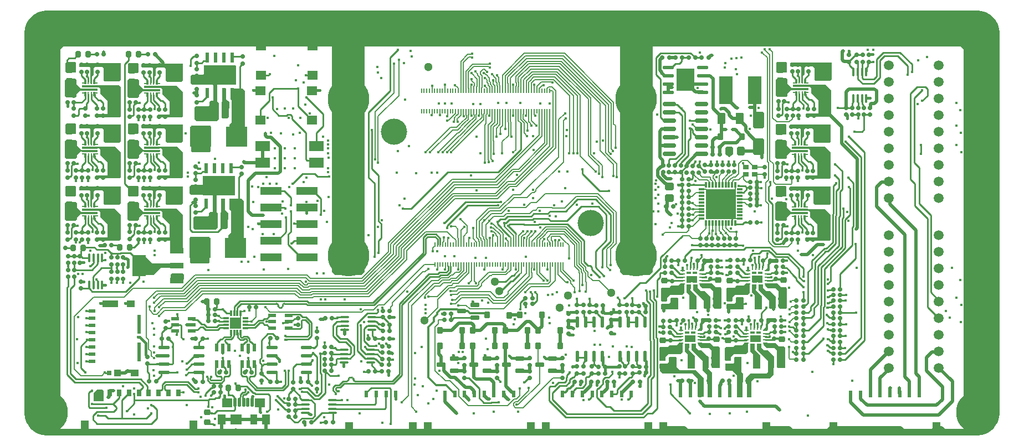
<source format=gbr>
G04*
G04 #@! TF.GenerationSoftware,Altium Limited,Altium Designer,24.9.1 (31)*
G04*
G04 Layer_Physical_Order=1*
G04 Layer_Color=255*
%FSLAX44Y44*%
%MOMM*%
G71*
G04*
G04 #@! TF.SameCoordinates,11843470-2C0B-4DC8-9AB9-1888B6BF92CD*
G04*
G04*
G04 #@! TF.FilePolarity,Positive*
G04*
G01*
G75*
%ADD10C,0.2000*%
%ADD11C,0.2500*%
%ADD12C,0.3000*%
%ADD14C,0.1500*%
%ADD20R,1.2954X1.8542*%
%ADD21R,0.6604X1.0414*%
G04:AMPARAMS|DCode=22|XSize=0.9mm|YSize=0.95mm|CornerRadius=0.1mm|HoleSize=0mm|Usage=FLASHONLY|Rotation=0.000|XOffset=0mm|YOffset=0mm|HoleType=Round|Shape=RoundedRectangle|*
%AMROUNDEDRECTD22*
21,1,0.9000,0.7500,0,0,0.0*
21,1,0.7000,0.9500,0,0,0.0*
1,1,0.2000,0.3500,-0.3750*
1,1,0.2000,-0.3500,-0.3750*
1,1,0.2000,-0.3500,0.3750*
1,1,0.2000,0.3500,0.3750*
%
%ADD22ROUNDEDRECTD22*%
G04:AMPARAMS|DCode=23|XSize=0.2mm|YSize=0.7mm|CornerRadius=0.05mm|HoleSize=0mm|Usage=FLASHONLY|Rotation=180.000|XOffset=0mm|YOffset=0mm|HoleType=Round|Shape=RoundedRectangle|*
%AMROUNDEDRECTD23*
21,1,0.2000,0.6000,0,0,180.0*
21,1,0.1000,0.7000,0,0,180.0*
1,1,0.1000,-0.0500,0.3000*
1,1,0.1000,0.0500,0.3000*
1,1,0.1000,0.0500,-0.3000*
1,1,0.1000,-0.0500,-0.3000*
%
%ADD23ROUNDEDRECTD23*%
%ADD24R,0.3000X0.6500*%
%ADD25R,0.6500X0.2500*%
%ADD26R,0.2500X0.6500*%
%ADD27R,2.4000X0.3000*%
G04:AMPARAMS|DCode=28|XSize=0.26mm|YSize=0.84mm|CornerRadius=0.0325mm|HoleSize=0mm|Usage=FLASHONLY|Rotation=180.000|XOffset=0mm|YOffset=0mm|HoleType=Round|Shape=RoundedRectangle|*
%AMROUNDEDRECTD28*
21,1,0.2600,0.7750,0,0,180.0*
21,1,0.1950,0.8400,0,0,180.0*
1,1,0.0650,-0.0975,0.3875*
1,1,0.0650,0.0975,0.3875*
1,1,0.0650,0.0975,-0.3875*
1,1,0.0650,-0.0975,-0.3875*
%
%ADD28ROUNDEDRECTD28*%
G04:AMPARAMS|DCode=29|XSize=0.84mm|YSize=0.26mm|CornerRadius=0.0325mm|HoleSize=0mm|Usage=FLASHONLY|Rotation=180.000|XOffset=0mm|YOffset=0mm|HoleType=Round|Shape=RoundedRectangle|*
%AMROUNDEDRECTD29*
21,1,0.8400,0.1950,0,0,180.0*
21,1,0.7750,0.2600,0,0,180.0*
1,1,0.0650,-0.3875,0.0975*
1,1,0.0650,0.3875,0.0975*
1,1,0.0650,0.3875,-0.0975*
1,1,0.0650,-0.3875,-0.0975*
%
%ADD29ROUNDEDRECTD29*%
G04:AMPARAMS|DCode=30|XSize=0.95mm|YSize=0.85mm|CornerRadius=0.2125mm|HoleSize=0mm|Usage=FLASHONLY|Rotation=180.000|XOffset=0mm|YOffset=0mm|HoleType=Round|Shape=RoundedRectangle|*
%AMROUNDEDRECTD30*
21,1,0.9500,0.4250,0,0,180.0*
21,1,0.5250,0.8500,0,0,180.0*
1,1,0.4250,-0.2625,0.2125*
1,1,0.4250,0.2625,0.2125*
1,1,0.4250,0.2625,-0.2125*
1,1,0.4250,-0.2625,-0.2125*
%
%ADD30ROUNDEDRECTD30*%
G04:AMPARAMS|DCode=31|XSize=1.65mm|YSize=2.55mm|CornerRadius=0.25mm|HoleSize=0mm|Usage=FLASHONLY|Rotation=180.000|XOffset=0mm|YOffset=0mm|HoleType=Round|Shape=RoundedRectangle|*
%AMROUNDEDRECTD31*
21,1,1.6500,2.0500,0,0,180.0*
21,1,1.1500,2.5500,0,0,180.0*
1,1,0.5000,-0.5750,1.0250*
1,1,0.5000,0.5750,1.0250*
1,1,0.5000,0.5750,-1.0250*
1,1,0.5000,-0.5750,-1.0250*
%
%ADD31ROUNDEDRECTD31*%
G04:AMPARAMS|DCode=32|XSize=0.95mm|YSize=0.85mm|CornerRadius=0.2125mm|HoleSize=0mm|Usage=FLASHONLY|Rotation=270.000|XOffset=0mm|YOffset=0mm|HoleType=Round|Shape=RoundedRectangle|*
%AMROUNDEDRECTD32*
21,1,0.9500,0.4250,0,0,270.0*
21,1,0.5250,0.8500,0,0,270.0*
1,1,0.4250,-0.2125,-0.2625*
1,1,0.4250,-0.2125,0.2625*
1,1,0.4250,0.2125,0.2625*
1,1,0.4250,0.2125,-0.2625*
%
%ADD32ROUNDEDRECTD32*%
%ADD33R,2.1600X1.5200*%
G04:AMPARAMS|DCode=34|XSize=1.6mm|YSize=1.4mm|CornerRadius=0.007mm|HoleSize=0mm|Usage=FLASHONLY|Rotation=0.000|XOffset=0mm|YOffset=0mm|HoleType=Round|Shape=RoundedRectangle|*
%AMROUNDEDRECTD34*
21,1,1.6000,1.3860,0,0,0.0*
21,1,1.5860,1.4000,0,0,0.0*
1,1,0.0140,0.7930,-0.6930*
1,1,0.0140,-0.7930,-0.6930*
1,1,0.0140,-0.7930,0.6930*
1,1,0.0140,0.7930,0.6930*
%
%ADD34ROUNDEDRECTD34*%
%ADD35R,0.6000X1.5500*%
G04:AMPARAMS|DCode=36|XSize=1.2mm|YSize=1.3mm|CornerRadius=0.25mm|HoleSize=0mm|Usage=FLASHONLY|Rotation=180.000|XOffset=0mm|YOffset=0mm|HoleType=Round|Shape=RoundedRectangle|*
%AMROUNDEDRECTD36*
21,1,1.2000,0.8000,0,0,180.0*
21,1,0.7000,1.3000,0,0,180.0*
1,1,0.5000,-0.3500,0.4000*
1,1,0.5000,0.3500,0.4000*
1,1,0.5000,0.3500,-0.4000*
1,1,0.5000,-0.3500,-0.4000*
%
%ADD36ROUNDEDRECTD36*%
%ADD37R,3.3000X3.1500*%
%ADD38O,0.3500X1.4000*%
%ADD39R,2.1500X0.9500*%
%ADD40R,2.1500X3.2500*%
%ADD41R,0.5588X2.9210*%
%ADD42R,0.9906X0.5080*%
%ADD43R,0.7874X0.7112*%
%ADD44R,1.0922X1.0414*%
%ADD45R,1.1938X1.0414*%
%ADD46R,2.3876X1.0414*%
G04:AMPARAMS|DCode=47|XSize=1.64mm|YSize=0.59mm|CornerRadius=0.1475mm|HoleSize=0mm|Usage=FLASHONLY|Rotation=180.000|XOffset=0mm|YOffset=0mm|HoleType=Round|Shape=RoundedRectangle|*
%AMROUNDEDRECTD47*
21,1,1.6400,0.2950,0,0,180.0*
21,1,1.3450,0.5900,0,0,180.0*
1,1,0.2950,-0.6725,0.1475*
1,1,0.2950,0.6725,0.1475*
1,1,0.2950,0.6725,-0.1475*
1,1,0.2950,-0.6725,-0.1475*
%
%ADD47ROUNDEDRECTD47*%
G04:AMPARAMS|DCode=48|XSize=1.21mm|YSize=0.59mm|CornerRadius=0.0738mm|HoleSize=0mm|Usage=FLASHONLY|Rotation=180.000|XOffset=0mm|YOffset=0mm|HoleType=Round|Shape=RoundedRectangle|*
%AMROUNDEDRECTD48*
21,1,1.2100,0.4425,0,0,180.0*
21,1,1.0625,0.5900,0,0,180.0*
1,1,0.1475,-0.5313,0.2213*
1,1,0.1475,0.5313,0.2213*
1,1,0.1475,0.5313,-0.2213*
1,1,0.1475,-0.5313,-0.2213*
%
%ADD48ROUNDEDRECTD48*%
G04:AMPARAMS|DCode=49|XSize=0.83mm|YSize=0.26mm|CornerRadius=0.0091mm|HoleSize=0mm|Usage=FLASHONLY|Rotation=270.000|XOffset=0mm|YOffset=0mm|HoleType=Round|Shape=RoundedRectangle|*
%AMROUNDEDRECTD49*
21,1,0.8300,0.2418,0,0,270.0*
21,1,0.8118,0.2600,0,0,270.0*
1,1,0.0182,-0.1209,-0.4059*
1,1,0.0182,-0.1209,0.4059*
1,1,0.0182,0.1209,0.4059*
1,1,0.0182,0.1209,-0.4059*
%
%ADD49ROUNDEDRECTD49*%
G04:AMPARAMS|DCode=50|XSize=0.26mm|YSize=0.83mm|CornerRadius=0.0091mm|HoleSize=0mm|Usage=FLASHONLY|Rotation=270.000|XOffset=0mm|YOffset=0mm|HoleType=Round|Shape=RoundedRectangle|*
%AMROUNDEDRECTD50*
21,1,0.2600,0.8118,0,0,270.0*
21,1,0.2418,0.8300,0,0,270.0*
1,1,0.0182,-0.4059,-0.1209*
1,1,0.0182,-0.4059,0.1209*
1,1,0.0182,0.4059,0.1209*
1,1,0.0182,0.4059,-0.1209*
%
%ADD50ROUNDEDRECTD50*%
G04:AMPARAMS|DCode=51|XSize=1.21mm|YSize=0.59mm|CornerRadius=0.0738mm|HoleSize=0mm|Usage=FLASHONLY|Rotation=270.000|XOffset=0mm|YOffset=0mm|HoleType=Round|Shape=RoundedRectangle|*
%AMROUNDEDRECTD51*
21,1,1.2100,0.4425,0,0,270.0*
21,1,1.0625,0.5900,0,0,270.0*
1,1,0.1475,-0.2213,-0.5313*
1,1,0.1475,-0.2213,0.5313*
1,1,0.1475,0.2213,0.5313*
1,1,0.1475,0.2213,-0.5313*
%
%ADD51ROUNDEDRECTD51*%
G04:AMPARAMS|DCode=52|XSize=0.4572mm|YSize=1.3716mm|CornerRadius=0.1143mm|HoleSize=0mm|Usage=FLASHONLY|Rotation=0.000|XOffset=0mm|YOffset=0mm|HoleType=Round|Shape=RoundedRectangle|*
%AMROUNDEDRECTD52*
21,1,0.4572,1.1430,0,0,0.0*
21,1,0.2286,1.3716,0,0,0.0*
1,1,0.2286,0.1143,-0.5715*
1,1,0.2286,-0.1143,-0.5715*
1,1,0.2286,-0.1143,0.5715*
1,1,0.2286,0.1143,0.5715*
%
%ADD52ROUNDEDRECTD52*%
%ADD57O,1.4000X0.3500*%
G04:AMPARAMS|DCode=58|XSize=1.32mm|YSize=0.6mm|CornerRadius=0.075mm|HoleSize=0mm|Usage=FLASHONLY|Rotation=180.000|XOffset=0mm|YOffset=0mm|HoleType=Round|Shape=RoundedRectangle|*
%AMROUNDEDRECTD58*
21,1,1.3200,0.4500,0,0,180.0*
21,1,1.1700,0.6000,0,0,180.0*
1,1,0.1500,-0.5850,0.2250*
1,1,0.1500,0.5850,0.2250*
1,1,0.1500,0.5850,-0.2250*
1,1,0.1500,-0.5850,-0.2250*
%
%ADD58ROUNDEDRECTD58*%
G04:AMPARAMS|DCode=59|XSize=1.64mm|YSize=0.59mm|CornerRadius=0.1475mm|HoleSize=0mm|Usage=FLASHONLY|Rotation=90.000|XOffset=0mm|YOffset=0mm|HoleType=Round|Shape=RoundedRectangle|*
%AMROUNDEDRECTD59*
21,1,1.6400,0.2950,0,0,90.0*
21,1,1.3450,0.5900,0,0,90.0*
1,1,0.2950,0.1475,0.6725*
1,1,0.2950,0.1475,-0.6725*
1,1,0.2950,-0.1475,-0.6725*
1,1,0.2950,-0.1475,0.6725*
%
%ADD59ROUNDEDRECTD59*%
G04:AMPARAMS|DCode=60|XSize=0.65mm|YSize=0.6mm|CornerRadius=0.15mm|HoleSize=0mm|Usage=FLASHONLY|Rotation=90.000|XOffset=0mm|YOffset=0mm|HoleType=Round|Shape=RoundedRectangle|*
%AMROUNDEDRECTD60*
21,1,0.6500,0.3000,0,0,90.0*
21,1,0.3500,0.6000,0,0,90.0*
1,1,0.3000,0.1500,0.1750*
1,1,0.3000,0.1500,-0.1750*
1,1,0.3000,-0.1500,-0.1750*
1,1,0.3000,-0.1500,0.1750*
%
%ADD60ROUNDEDRECTD60*%
%ADD61R,0.6000X1.0000*%
%ADD62R,1.2500X1.8000*%
%ADD63R,0.6500X0.2286*%
%ADD64R,0.7000X1.0000*%
%ADD65R,0.6500X0.3000*%
G04:AMPARAMS|DCode=66|XSize=0.65mm|YSize=0.6mm|CornerRadius=0.15mm|HoleSize=0mm|Usage=FLASHONLY|Rotation=180.000|XOffset=0mm|YOffset=0mm|HoleType=Round|Shape=RoundedRectangle|*
%AMROUNDEDRECTD66*
21,1,0.6500,0.3000,0,0,180.0*
21,1,0.3500,0.6000,0,0,180.0*
1,1,0.3000,-0.1750,0.1500*
1,1,0.3000,0.1750,0.1500*
1,1,0.3000,0.1750,-0.1500*
1,1,0.3000,-0.1750,-0.1500*
%
%ADD66ROUNDEDRECTD66*%
%ADD67R,1.0000X1.5000*%
G04:AMPARAMS|DCode=68|XSize=1.2mm|YSize=1.3mm|CornerRadius=0.25mm|HoleSize=0mm|Usage=FLASHONLY|Rotation=270.000|XOffset=0mm|YOffset=0mm|HoleType=Round|Shape=RoundedRectangle|*
%AMROUNDEDRECTD68*
21,1,1.2000,0.8000,0,0,270.0*
21,1,0.7000,1.3000,0,0,270.0*
1,1,0.5000,-0.4000,-0.3500*
1,1,0.5000,-0.4000,0.3500*
1,1,0.5000,0.4000,0.3500*
1,1,0.5000,0.4000,-0.3500*
%
%ADD68ROUNDEDRECTD68*%
G04:AMPARAMS|DCode=69|XSize=1.97mm|YSize=0.6mm|CornerRadius=0.15mm|HoleSize=0mm|Usage=FLASHONLY|Rotation=180.000|XOffset=0mm|YOffset=0mm|HoleType=Round|Shape=RoundedRectangle|*
%AMROUNDEDRECTD69*
21,1,1.9700,0.3000,0,0,180.0*
21,1,1.6700,0.6000,0,0,180.0*
1,1,0.3000,-0.8350,0.1500*
1,1,0.3000,0.8350,0.1500*
1,1,0.3000,0.8350,-0.1500*
1,1,0.3000,-0.8350,-0.1500*
%
%ADD69ROUNDEDRECTD69*%
G04:AMPARAMS|DCode=71|XSize=1.75mm|YSize=1.25mm|CornerRadius=0.25mm|HoleSize=0mm|Usage=FLASHONLY|Rotation=90.000|XOffset=0mm|YOffset=0mm|HoleType=Round|Shape=RoundedRectangle|*
%AMROUNDEDRECTD71*
21,1,1.7500,0.7500,0,0,90.0*
21,1,1.2500,1.2500,0,0,90.0*
1,1,0.5000,0.3750,0.6250*
1,1,0.5000,0.3750,-0.6250*
1,1,0.5000,-0.3750,-0.6250*
1,1,0.5000,-0.3750,0.6250*
%
%ADD71ROUNDEDRECTD71*%
%ADD72R,0.8500X0.7500*%
%ADD73R,2.0000X4.2000*%
%ADD74R,3.1750X1.2700*%
%ADD131C,1.3000*%
%ADD133C,1.5000*%
%ADD134C,1.5240*%
%ADD136C,4.0000*%
%ADD137C,0.2200*%
%ADD138R,4.6000X4.6000*%
%ADD139R,4.9000X2.9500*%
%ADD140R,1.7000X1.7000*%
%ADD141R,1.3000X1.6000*%
%ADD142R,1.5494X1.4224*%
%ADD143R,1.8000X1.6000*%
%ADD144R,1.0000X1.6000*%
%ADD145R,2.7178X3.4036*%
%ADD146C,0.5000*%
%ADD147C,0.2800*%
%ADD148C,0.4000*%
%ADD149C,0.2800*%
%ADD150C,0.2800*%
%ADD151C,0.5000*%
%ADD152C,6.3500*%
%ADD153C,0.4000*%
G36*
X40057Y655000D02*
X1460000D01*
X1460000Y654999D01*
X1462294Y655000D01*
X1466843Y654401D01*
X1471274Y653214D01*
X1475513Y651458D01*
X1479487Y649164D01*
X1483127Y646371D01*
X1486371Y643127D01*
X1489164Y639487D01*
X1491458Y635513D01*
X1493214Y631275D01*
X1494401Y626843D01*
X1495000Y622294D01*
X1495000Y620000D01*
X1495000Y40000D01*
X1495000Y39999D01*
Y37706D01*
X1494401Y33157D01*
X1493213Y28725D01*
X1491457Y24486D01*
X1489163Y20513D01*
X1486371Y16873D01*
X1483126Y13629D01*
X1479486Y10836D01*
X1475513Y8542D01*
X1471274Y6786D01*
X1466843Y5599D01*
X1462294Y5000D01*
X39998D01*
X37704Y5000D01*
X33155Y5599D01*
X28723Y6786D01*
X24485Y8542D01*
X20512Y10836D01*
X16872Y13629D01*
X13628Y16874D01*
X10835Y20513D01*
X8541Y24487D01*
X6786Y28726D01*
X5598Y33157D01*
X5000Y37706D01*
X5000Y40000D01*
Y70000D01*
Y110000D01*
Y620000D01*
X5000Y622296D01*
X5599Y626850D01*
X6789Y631286D01*
X8548Y635529D01*
X10847Y639505D01*
X13645Y643147D01*
X16896Y646392D01*
X20542Y649185D01*
X24522Y651477D01*
X28768Y653229D01*
X33206Y654411D01*
X37761Y655004D01*
X40057Y655000D01*
D02*
G37*
%LPC*%
G36*
X60000Y600000D02*
Y110000D01*
Y70000D01*
Y15157D01*
X1439999Y15157D01*
X1440001Y600000D01*
X965000Y600000D01*
Y255000D01*
X960000Y250000D01*
X920000D01*
X915000Y255000D01*
Y600000D01*
X525000D01*
Y255000D01*
X520000Y250000D01*
X480000D01*
X475000Y255000D01*
Y600000D01*
X60000Y600000D01*
D02*
G37*
%LPD*%
G36*
X1170181Y575411D02*
Y561412D01*
X1169181Y560411D01*
X1155181D01*
X1154181Y561412D01*
Y575411D01*
X1155181Y576411D01*
X1169181D01*
X1170181Y575411D01*
D02*
G37*
G36*
X84011Y575000D02*
Y561000D01*
X83011Y560000D01*
X69011D01*
X68011Y561000D01*
Y575000D01*
X69011Y576000D01*
X83011D01*
X84011Y575000D01*
D02*
G37*
G36*
X179011Y574000D02*
Y560000D01*
X178011Y559000D01*
X164011D01*
X163011Y560000D01*
Y574000D01*
X164011Y575000D01*
X178011D01*
X179011Y574000D01*
D02*
G37*
G36*
X1238170Y549412D02*
X1236170Y547412D01*
X1214170Y547412D01*
X1212170Y549412D01*
X1212170Y567412D01*
X1210170Y569412D01*
X1199170D01*
X1197180Y567422D01*
Y557412D01*
X1194763Y554994D01*
Y544378D01*
X1192180Y544412D01*
Y568412D01*
X1191180Y569412D01*
X1176180D01*
X1175180Y570412D01*
Y574412D01*
X1176180Y575412D01*
X1238170D01*
Y549412D01*
D02*
G37*
G36*
X151931Y548653D02*
X149931Y546653D01*
X127931Y546653D01*
X125931Y548653D01*
X125931Y566653D01*
X123931Y568653D01*
X112931D01*
X110941Y566663D01*
Y556653D01*
X108523Y554235D01*
Y543619D01*
X105941Y543653D01*
Y567653D01*
X104941Y568653D01*
X89941D01*
X88941Y569653D01*
Y573653D01*
X89941Y574653D01*
X151931D01*
Y548653D01*
D02*
G37*
G36*
X247000Y548000D02*
X245000Y546000D01*
X223000Y546000D01*
X221000Y548000D01*
X221000Y566000D01*
X219000Y568000D01*
X208000D01*
X206010Y566010D01*
Y556000D01*
X203592Y553582D01*
Y542967D01*
X201010Y543000D01*
Y567000D01*
X200010Y568000D01*
X185010D01*
X184010Y569000D01*
Y573000D01*
X185010Y574000D01*
X247000D01*
Y548000D01*
D02*
G37*
G36*
X1171239Y549759D02*
Y542759D01*
X1177739Y536259D01*
X1203250D01*
Y533259D01*
X1176739D01*
X1171239Y527759D01*
Y524759D01*
X1169239Y522759D01*
X1155739D01*
X1153239Y525259D01*
Y549486D01*
X1155512Y551759D01*
X1169239D01*
X1171239Y549759D01*
D02*
G37*
G36*
X85000Y549000D02*
Y542000D01*
X91500Y535500D01*
X117011D01*
Y532500D01*
X90500D01*
X85000Y527000D01*
Y524000D01*
X83000Y522000D01*
X69500D01*
X67000Y524500D01*
Y548727D01*
X69273Y551000D01*
X83000D01*
X85000Y549000D01*
D02*
G37*
G36*
X180069Y548347D02*
Y541347D01*
X186569Y534847D01*
X212080D01*
Y531847D01*
X185569D01*
X180069Y526347D01*
Y523347D01*
X178069Y521347D01*
X164569D01*
X162069Y523847D01*
Y548074D01*
X164342Y550347D01*
X178069D01*
X180069Y548347D01*
D02*
G37*
G36*
X1238166Y532416D02*
X1238166Y494408D01*
X1236431Y492673D01*
X1199909D01*
X1199177Y493405D01*
Y496418D01*
X1200170Y497412D01*
X1217170D01*
X1218177Y498419D01*
Y517673D01*
X1207170Y528680D01*
Y536412D01*
X1205323Y538259D01*
X1179239D01*
Y541259D01*
X1229323D01*
X1238166Y532416D01*
D02*
G37*
G36*
X149448Y540552D02*
X152000Y538000D01*
Y493000D01*
X151000Y492000D01*
X114011D01*
X113011Y493000D01*
Y496000D01*
X114011Y497000D01*
X131011D01*
X132011Y498000D01*
Y517000D01*
X121011Y528000D01*
Y536000D01*
X119515Y537495D01*
X93160D01*
X93094Y537429D01*
X93060Y537462D01*
Y540552D01*
X149448Y540552D01*
D02*
G37*
G36*
X246996Y531004D02*
X246996Y492996D01*
X245261Y491261D01*
X208739D01*
X208007Y491993D01*
Y495007D01*
X209000Y496000D01*
X226000D01*
X227007Y497007D01*
Y516261D01*
X216000Y527268D01*
Y535000D01*
X214153Y536847D01*
X188069D01*
Y539847D01*
X238153D01*
X246996Y531004D01*
D02*
G37*
G36*
X313000Y519000D02*
X317000Y515000D01*
Y492000D01*
X315000Y490000D01*
X308000D01*
X306000Y492000D01*
X306000Y515000D01*
X307000Y516000D01*
Y536000D01*
X313000D01*
Y519000D01*
D02*
G37*
G36*
X328000Y542000D02*
X300000D01*
Y516000D01*
X302000Y514000D01*
Y489000D01*
X299000Y486000D01*
X268000Y486000D01*
X265000Y489000D01*
X265000Y507000D01*
X266847Y508847D01*
X286847D01*
X294000Y516000D01*
Y541000D01*
X293000Y542000D01*
X261000D01*
X259000Y544000D01*
Y555000D01*
X261000Y557000D01*
X278000D01*
X279000Y558000D01*
Y571000D01*
X328000D01*
Y542000D01*
D02*
G37*
G36*
X179011Y481000D02*
Y467000D01*
X178011Y466000D01*
X164011D01*
X163011Y467000D01*
Y481000D01*
X164011Y482000D01*
X178011D01*
X179011Y481000D01*
D02*
G37*
G36*
X84011D02*
Y467000D01*
X83011Y466000D01*
X69011D01*
X68011Y467000D01*
Y481000D01*
X69011Y482000D01*
X83011D01*
X84011Y481000D01*
D02*
G37*
G36*
X1168931Y480653D02*
Y466653D01*
X1167931Y465653D01*
X1153931D01*
X1152931Y466653D01*
Y480653D01*
X1153931Y481653D01*
X1167931D01*
X1168931Y480653D01*
D02*
G37*
G36*
X338000Y536000D02*
X342000Y532000D01*
Y455000D01*
X343000Y454000D01*
X318000D01*
Y480000D01*
X322000Y484000D01*
Y518000D01*
X320000Y520000D01*
Y536000D01*
X338000Y536000D01*
D02*
G37*
G36*
X247000Y455000D02*
X245000Y453000D01*
X223000Y453000D01*
X221000Y455000D01*
X221000Y473000D01*
X219000Y475000D01*
X208000D01*
X206010Y473010D01*
Y463000D01*
X203592Y460582D01*
Y449967D01*
X201010Y450000D01*
Y474000D01*
X200010Y475000D01*
X185010D01*
X184010Y476000D01*
Y480000D01*
X185010Y481000D01*
X247000D01*
Y455000D01*
D02*
G37*
G36*
X152000D02*
X150000Y453000D01*
X128000Y453000D01*
X126000Y455000D01*
X126000Y473000D01*
X124000Y475000D01*
X113000D01*
X111010Y473010D01*
Y463000D01*
X108593Y460582D01*
Y449967D01*
X106010Y450000D01*
Y474000D01*
X105010Y475000D01*
X90010D01*
X89010Y476000D01*
Y480000D01*
X90010Y481000D01*
X152000D01*
Y455000D01*
D02*
G37*
G36*
X1236920Y454653D02*
X1234920Y452653D01*
X1212920Y452653D01*
X1210920Y454653D01*
X1210920Y472653D01*
X1208920Y474653D01*
X1197920D01*
X1195930Y472663D01*
Y462653D01*
X1193513Y460235D01*
Y449620D01*
X1190930Y449653D01*
Y473653D01*
X1189930Y474653D01*
X1174930D01*
X1173930Y475653D01*
Y479653D01*
X1174930Y480653D01*
X1236920D01*
Y454653D01*
D02*
G37*
G36*
X289500Y440000D02*
X287500Y438000D01*
X261500D01*
X259500Y440000D01*
Y479000D01*
X289500D01*
Y440000D01*
D02*
G37*
G36*
X180069Y455347D02*
Y448347D01*
X186569Y441847D01*
X212080D01*
Y438847D01*
X185569D01*
X180069Y433347D01*
Y430347D01*
X178069Y428347D01*
X164569D01*
X162069Y430847D01*
Y455074D01*
X164342Y457347D01*
X178069D01*
X180069Y455347D01*
D02*
G37*
G36*
X85069D02*
Y448347D01*
X91569Y441847D01*
X117080D01*
Y438847D01*
X90569D01*
X85069Y433347D01*
Y430347D01*
X83069Y428347D01*
X69569D01*
X67069Y430847D01*
Y455074D01*
X69342Y457347D01*
X83069D01*
X85069Y455347D01*
D02*
G37*
G36*
X1169989Y455000D02*
Y448000D01*
X1176489Y441500D01*
X1202000D01*
Y438500D01*
X1175489D01*
X1169989Y433000D01*
Y430000D01*
X1167989Y428000D01*
X1154489D01*
X1151989Y430500D01*
Y454727D01*
X1154262Y457000D01*
X1167989D01*
X1169989Y455000D01*
D02*
G37*
G36*
X246996Y438004D02*
X246996Y399996D01*
X245261Y398261D01*
X208739D01*
X208007Y398993D01*
Y402007D01*
X209000Y403000D01*
X226000D01*
X227007Y404007D01*
Y423261D01*
X216000Y434268D01*
Y442000D01*
X214153Y443847D01*
X188069D01*
Y446847D01*
X238153D01*
X246996Y438004D01*
D02*
G37*
G36*
X151996D02*
X151996Y399996D01*
X150261Y398261D01*
X113739D01*
X113007Y398993D01*
Y402007D01*
X114000Y403000D01*
X131000D01*
X132007Y404007D01*
Y423261D01*
X121000Y434268D01*
Y442000D01*
X119153Y443847D01*
X93069D01*
Y446847D01*
X143153D01*
X151996Y438004D01*
D02*
G37*
G36*
X1236916Y437657D02*
X1236916Y399649D01*
X1235181Y397914D01*
X1198659D01*
X1197927Y398646D01*
Y401660D01*
X1198920Y402653D01*
X1215920D01*
X1216927Y403660D01*
Y422914D01*
X1205920Y433921D01*
Y441653D01*
X1204073Y443500D01*
X1177989D01*
Y446500D01*
X1228073D01*
X1236916Y437657D01*
D02*
G37*
G36*
X179011Y386000D02*
Y372000D01*
X178011Y371000D01*
X164011D01*
X163011Y372000D01*
Y386000D01*
X164011Y387000D01*
X178011D01*
X179011Y386000D01*
D02*
G37*
G36*
X84011D02*
Y372000D01*
X83011Y371000D01*
X69011D01*
X68011Y372000D01*
Y386000D01*
X69011Y387000D01*
X83011D01*
X84011Y386000D01*
D02*
G37*
G36*
X1168941Y385652D02*
Y371652D01*
X1167942Y370652D01*
X1153941D01*
X1152942Y371652D01*
Y385652D01*
X1153941Y386652D01*
X1167942D01*
X1168941Y385652D01*
D02*
G37*
G36*
X247000Y360000D02*
X245000Y358000D01*
X223000Y358000D01*
X221000Y360000D01*
X221000Y378000D01*
X219000Y380000D01*
X208000D01*
X206010Y378010D01*
Y368000D01*
X203592Y365582D01*
Y354967D01*
X201010Y355000D01*
Y379000D01*
X200010Y380000D01*
X185010D01*
X184010Y381000D01*
Y385000D01*
X185010Y386000D01*
X247000D01*
Y360000D01*
D02*
G37*
G36*
X152000D02*
X150000Y358000D01*
X128000Y358000D01*
X126000Y360000D01*
X126000Y378000D01*
X124000Y380000D01*
X113000D01*
X111010Y378010D01*
Y368000D01*
X108593Y365582D01*
Y354967D01*
X106010Y355000D01*
Y379000D01*
X105010Y380000D01*
X90010D01*
X89010Y381000D01*
Y385000D01*
X90010Y386000D01*
X152000D01*
Y360000D01*
D02*
G37*
G36*
X1236931Y359653D02*
X1234931Y357653D01*
X1212931Y357653D01*
X1210931Y359653D01*
X1210931Y377653D01*
X1208931Y379653D01*
X1197931D01*
X1195941Y377663D01*
Y367653D01*
X1193523Y365235D01*
Y354619D01*
X1190941Y354653D01*
Y378653D01*
X1189941Y379653D01*
X1174941D01*
X1173941Y380653D01*
Y384653D01*
X1174941Y385653D01*
X1236931D01*
Y359653D01*
D02*
G37*
G36*
X180069Y360347D02*
Y353347D01*
X186569Y346847D01*
X212080D01*
Y343847D01*
X185569D01*
X180069Y338347D01*
Y335347D01*
X178069Y333347D01*
X164569D01*
X162069Y335847D01*
Y360074D01*
X164342Y362347D01*
X178069D01*
X180069Y360347D01*
D02*
G37*
G36*
X85069D02*
Y353347D01*
X91569Y346847D01*
X117080D01*
Y343847D01*
X90569D01*
X85069Y338347D01*
Y335347D01*
X83069Y333347D01*
X69569D01*
X67069Y335847D01*
Y360074D01*
X69342Y362347D01*
X83069D01*
X85069Y360347D01*
D02*
G37*
G36*
X1170000Y360000D02*
Y353000D01*
X1176500Y346500D01*
X1202011D01*
Y343500D01*
X1175500D01*
X1170000Y338000D01*
Y335000D01*
X1168000Y333000D01*
X1154500D01*
X1152000Y335500D01*
Y359727D01*
X1154273Y362000D01*
X1168000D01*
X1170000Y360000D01*
D02*
G37*
G36*
X311500Y350000D02*
X315500Y346000D01*
Y323000D01*
X313500Y321000D01*
X306500D01*
X304500Y323000D01*
X304500Y346000D01*
X305500Y347000D01*
Y367000D01*
X311500D01*
Y350000D01*
D02*
G37*
G36*
X326500Y373000D02*
X298500D01*
Y347000D01*
X300500Y345000D01*
Y323500D01*
X297000Y320000D01*
X266000D01*
X263500Y322500D01*
Y338000D01*
X265347Y339847D01*
X285347D01*
X292500Y347000D01*
Y372000D01*
X291500Y373000D01*
X259500D01*
X257500Y375000D01*
Y386000D01*
X259500Y388000D01*
X276500D01*
X277500Y389000D01*
Y402000D01*
X326500D01*
Y373000D01*
D02*
G37*
G36*
X151996Y343004D02*
X151996Y304996D01*
X150261Y303261D01*
X113739D01*
X113007Y303993D01*
Y307007D01*
X114000Y308000D01*
X131000D01*
X132007Y309007D01*
Y328261D01*
X121000Y339268D01*
Y347000D01*
X119153Y348847D01*
X93069D01*
Y351847D01*
X143153D01*
X151996Y343004D01*
D02*
G37*
G36*
X1236927Y342657D02*
X1236927Y304649D01*
X1235192Y302914D01*
X1198670D01*
X1197937Y303646D01*
Y306660D01*
X1198931Y307653D01*
X1215931D01*
X1216937Y308659D01*
Y327914D01*
X1205931Y338921D01*
Y346653D01*
X1204083Y348500D01*
X1178000D01*
Y351500D01*
X1228083D01*
X1236927Y342657D01*
D02*
G37*
G36*
X336500Y367000D02*
X340500Y363000D01*
Y286000D01*
X341500Y285000D01*
X316500D01*
Y311000D01*
X320500Y315000D01*
Y349000D01*
X318500Y351000D01*
Y367000D01*
X336500Y367000D01*
D02*
G37*
G36*
X246996Y343004D02*
X246996Y305000D01*
X247000D01*
Y285000D01*
X228000D01*
Y303261D01*
X208739D01*
X208007Y303993D01*
Y307007D01*
X209000Y308000D01*
X226000D01*
X227007Y309007D01*
Y328261D01*
X216000Y339268D01*
Y347000D01*
X214153Y348847D01*
X188069D01*
Y351847D01*
X238153D01*
X246996Y343004D01*
D02*
G37*
G36*
X288000Y270000D02*
X286000Y268000D01*
X260000D01*
X258000Y270000D01*
Y309000D01*
X288000D01*
Y270000D01*
D02*
G37*
G36*
X1157000Y274100D02*
Y270100D01*
X1156000Y269100D01*
X1147000D01*
X1144000Y266100D01*
Y258100D01*
X1142000Y256100D01*
X1137000D01*
Y258100D01*
X1140000Y261100D01*
Y267100D01*
X1141000Y268100D01*
Y274100D01*
X1142000Y275100D01*
X1156000D01*
X1157000Y274100D01*
D02*
G37*
G36*
X1057000Y274000D02*
Y270000D01*
X1056000Y269000D01*
X1047000D01*
X1044000Y266000D01*
Y258000D01*
X1042000Y256000D01*
X1037000D01*
Y258000D01*
X1040000Y261000D01*
Y267000D01*
X1041000Y268000D01*
Y274000D01*
X1042000Y275000D01*
X1056000D01*
X1057000Y274000D01*
D02*
G37*
G36*
X201000Y268000D02*
X248000D01*
Y261000D01*
X213000D01*
X202000Y250000D01*
X171000D01*
Y279000D01*
X188000D01*
X189000Y280000D01*
X201000Y268000D01*
D02*
G37*
G36*
X1133000Y239100D02*
X1117000D01*
Y249100D01*
X1133000D01*
Y239100D01*
D02*
G37*
G36*
X1033000Y239000D02*
X1017000D01*
Y249000D01*
X1033000D01*
Y239000D01*
D02*
G37*
G36*
X1113000Y223100D02*
X1110000Y220100D01*
X1091000D01*
X1087000Y216100D01*
Y211100D01*
X1086000Y210100D01*
X1079000D01*
X1078000Y211100D01*
Y230100D01*
X1079000Y231100D01*
X1091000D01*
X1092000Y232100D01*
Y233100D01*
X1093000Y234100D01*
X1104000D01*
X1107404Y237504D01*
X1113000D01*
Y223100D01*
D02*
G37*
G36*
X1013000Y223000D02*
X1010000Y220000D01*
X991000D01*
X987000Y216000D01*
Y211000D01*
X986000Y210000D01*
X979000D01*
X978000Y211000D01*
Y230000D01*
X979000Y231000D01*
X991000D01*
X992000Y232000D01*
Y233000D01*
X993000Y234000D01*
X1004000D01*
X1007404Y237404D01*
X1013000D01*
Y223000D01*
D02*
G37*
G36*
X1161000Y232100D02*
X1168000D01*
X1170000Y230100D01*
Y200100D01*
X1169000Y199100D01*
X1159000D01*
X1157000Y201100D01*
Y226100D01*
X1153000Y230100D01*
X1141000D01*
X1136664Y234436D01*
Y237605D01*
X1155495D01*
X1161000Y232100D01*
D02*
G37*
G36*
X1132501Y231599D02*
X1138000Y226100D01*
X1144000D01*
X1153000Y217100D01*
Y200100D01*
X1152000Y199100D01*
X1144000D01*
X1143000Y200100D01*
Y211100D01*
X1136000Y218100D01*
X1127000Y227100D01*
X1127000Y236100D01*
X1132501D01*
Y231599D01*
D02*
G37*
G36*
X1061000Y232000D02*
X1068000D01*
X1070000Y230000D01*
Y200000D01*
X1069000Y199000D01*
X1059000D01*
X1057000Y201000D01*
Y226000D01*
X1053000Y230000D01*
X1041000D01*
X1036664Y234336D01*
Y237505D01*
X1055495D01*
X1061000Y232000D01*
D02*
G37*
G36*
X1032501Y231499D02*
X1038000Y226000D01*
X1044000D01*
X1053000Y217000D01*
Y200000D01*
X1052000Y199000D01*
X1044000D01*
X1043000Y200000D01*
Y211000D01*
X1036000Y218000D01*
X1027000Y227000D01*
X1027000Y236000D01*
X1032501D01*
Y231499D01*
D02*
G37*
G36*
X1123000Y227100D02*
X1132000Y218100D01*
Y199100D01*
X1131000Y198100D01*
X1122000D01*
X1121000Y199100D01*
Y220100D01*
X1117000Y224100D01*
Y236100D01*
X1123000D01*
Y227100D01*
D02*
G37*
G36*
X1104000Y215100D02*
Y199100D01*
X1103000Y198100D01*
X1079000D01*
X1078000Y199100D01*
Y205100D01*
X1079000Y206100D01*
X1090000D01*
X1092000Y208100D01*
Y215100D01*
X1093000Y216100D01*
X1103000Y216100D01*
X1104000Y215100D01*
D02*
G37*
G36*
X1023000Y227000D02*
X1032000Y218000D01*
Y199000D01*
X1031000Y198000D01*
X1022000D01*
X1021000Y199000D01*
Y220000D01*
X1017000Y224000D01*
Y236000D01*
X1023000D01*
Y227000D01*
D02*
G37*
G36*
X1004000Y215000D02*
Y199000D01*
X1003000Y198000D01*
X979000D01*
X978000Y199000D01*
Y205000D01*
X979000Y206000D01*
X990000D01*
X992000Y208000D01*
Y215000D01*
X993000Y216000D01*
X1003000Y216000D01*
X1004000Y215000D01*
D02*
G37*
G36*
X1154499Y183000D02*
Y179000D01*
X1153499Y178000D01*
X1144499D01*
X1141499Y175000D01*
Y167000D01*
X1139499Y165000D01*
X1134499D01*
Y167000D01*
X1137499Y170000D01*
Y176000D01*
X1138499Y177000D01*
Y183000D01*
X1139499Y184000D01*
X1153499D01*
X1154499Y183000D01*
D02*
G37*
G36*
X1054499D02*
Y179000D01*
X1053499Y178000D01*
X1044499D01*
X1041499Y175000D01*
Y167000D01*
X1039499Y165000D01*
X1034499D01*
Y167000D01*
X1037499Y170000D01*
Y176000D01*
X1038499Y177000D01*
Y183000D01*
X1039499Y184000D01*
X1053499D01*
X1054499Y183000D01*
D02*
G37*
G36*
X1130499Y148000D02*
X1114499D01*
Y158000D01*
X1130499D01*
Y148000D01*
D02*
G37*
G36*
X1030499D02*
X1014499D01*
Y158000D01*
X1030499D01*
Y148000D01*
D02*
G37*
G36*
X1110499Y132000D02*
X1107499Y129000D01*
X1088499D01*
X1084499Y125000D01*
Y120000D01*
X1083499Y119000D01*
X1076499D01*
X1075499Y120000D01*
Y139000D01*
X1076499Y140000D01*
X1088499D01*
X1089499Y141000D01*
Y142000D01*
X1090499Y143000D01*
X1101499D01*
X1104903Y146404D01*
X1110499D01*
Y132000D01*
D02*
G37*
G36*
X1010499D02*
X1007499Y129000D01*
X988499D01*
X984499Y125000D01*
Y120000D01*
X983499Y119000D01*
X976499D01*
X975499Y120000D01*
Y139000D01*
X976499Y140000D01*
X988499D01*
X989499Y141000D01*
Y142000D01*
X990499Y143000D01*
X1001499D01*
X1004903Y146404D01*
X1010499D01*
Y132000D01*
D02*
G37*
G36*
X1158499Y141000D02*
X1165499D01*
X1167499Y139000D01*
Y109000D01*
X1166499Y108000D01*
X1156499D01*
X1154499Y110000D01*
Y135000D01*
X1150499Y139000D01*
X1138499D01*
X1134163Y143336D01*
Y146505D01*
X1152994D01*
X1158499Y141000D01*
D02*
G37*
G36*
X1058499D02*
X1065499D01*
X1067499Y139000D01*
Y109000D01*
X1066499Y108000D01*
X1056499D01*
X1054499Y110000D01*
Y135000D01*
X1050499Y139000D01*
X1038499D01*
X1034163Y143336D01*
Y146505D01*
X1052994D01*
X1058499Y141000D01*
D02*
G37*
G36*
X1120499Y136000D02*
X1129499Y127000D01*
Y108000D01*
X1128499Y107000D01*
X1119499D01*
X1118499Y108000D01*
Y129000D01*
X1114499Y133000D01*
Y145000D01*
X1120499D01*
Y136000D01*
D02*
G37*
G36*
X1020499D02*
X1029499Y127000D01*
Y108000D01*
X1028499Y107000D01*
X1019499D01*
X1018499Y108000D01*
Y129000D01*
X1014499Y133000D01*
Y145000D01*
X1020499D01*
Y136000D01*
D02*
G37*
G36*
X1001499Y124000D02*
Y109501D01*
X1006000Y105000D01*
X1031000D01*
X1043000Y93000D01*
Y64000D01*
X1034000D01*
Y92000D01*
X1026000Y100000D01*
X980000D01*
X976000Y104000D01*
Y107499D01*
X975499Y108000D01*
Y114000D01*
X976499Y115000D01*
X987499D01*
X989499Y117000D01*
Y124000D01*
X990499Y125000D01*
X1000499Y125000D01*
X1001499Y124000D01*
D02*
G37*
G36*
X1130000Y140499D02*
X1135499Y135000D01*
X1141499D01*
X1150499Y126000D01*
Y109000D01*
X1150000Y108501D01*
X1150000Y98000D01*
X1144000Y92000D01*
X1120000D01*
X1116000Y88000D01*
Y63000D01*
X1109000D01*
Y83000D01*
X1107000Y85000D01*
Y93000D01*
X1114000Y100000D01*
X1139000D01*
X1141000Y102000D01*
Y108499D01*
Y119499D01*
X1133499Y127000D01*
X1124499Y136000D01*
X1124499Y145000D01*
X1130000D01*
Y140499D01*
D02*
G37*
G36*
X1101000Y124499D02*
Y109000D01*
Y102000D01*
X1103000Y100000D01*
Y87000D01*
X1102000Y86000D01*
Y63000D01*
X1094000D01*
Y97000D01*
X1087000Y104000D01*
X1078000Y104000D01*
X1076000Y106000D01*
Y107499D01*
Y114501D01*
X1076499Y115000D01*
X1087499D01*
X1089499Y117000D01*
Y124000D01*
X1090499Y125000D01*
X1100499Y125000D01*
X1101000Y124499D01*
D02*
G37*
G36*
X1030000Y140499D02*
X1035499Y135000D01*
X1039499D01*
X1050499Y124000D01*
Y109000D01*
X1050000Y108501D01*
Y107000D01*
X1056000Y101000D01*
Y63000D01*
X1049000D01*
Y83000D01*
X1048000Y84000D01*
Y98000D01*
X1041000Y105000D01*
Y108499D01*
Y119499D01*
X1033499Y127000D01*
X1024499Y136000D01*
X1024499Y145000D01*
X1030000D01*
Y140499D01*
D02*
G37*
G36*
X124000Y75000D02*
X126000Y73000D01*
Y58000D01*
X125000Y57000D01*
X112000D01*
X111000Y58000D01*
Y70000D01*
X116000Y75000D01*
X124000Y75000D01*
D02*
G37*
D10*
X277341Y222000D02*
X418352D01*
X424852Y215500D01*
X265743Y250000D02*
X384545D01*
X275684Y226000D02*
X384545D01*
Y238000D02*
X384545D01*
Y226000D02*
X420009D01*
X384545Y230000D02*
X421666D01*
X267400Y246000D02*
X384545D01*
X384545Y234000D02*
X423322D01*
X384545D02*
X384545D01*
X272370D02*
X384545D01*
X384545Y238000D02*
X424979D01*
X384545Y246000D02*
X384545D01*
X384545Y250000D02*
X384545D01*
X384545Y230000D02*
X384545D01*
X384545Y242000D02*
X384545D01*
X384545Y226000D02*
X384545D01*
X270713Y238000D02*
X384545D01*
X274027Y230000D02*
X384545D01*
X384545Y250000D02*
X437021D01*
X269057Y242000D02*
X384545D01*
X384545Y246000D02*
X435364D01*
X384545Y242000D02*
X426636D01*
X252370Y214000D02*
X272370Y234000D01*
X247400Y226000D02*
X267400Y246000D01*
X420009Y226000D02*
X426509Y219500D01*
X254027Y210000D02*
X274027Y230000D01*
X523514Y237250D02*
X569000Y282737D01*
X250714Y218000D02*
X270713Y238000D01*
X525171Y233250D02*
X573000Y281080D01*
X245743Y230000D02*
X265743Y250000D01*
X530141Y221250D02*
X585000Y276109D01*
X435364Y246000D02*
X440114Y241250D01*
X526827Y229250D02*
X577000Y279423D01*
X521857Y241250D02*
X565000Y284394D01*
X528484Y225250D02*
X581000Y277766D01*
X426636Y242000D02*
X433136Y235500D01*
X249684Y200000D02*
X275684Y226000D01*
X251341Y196000D02*
X277341Y222000D01*
X423322Y234000D02*
X429822Y227500D01*
X249057Y222000D02*
X269057Y242000D01*
X520200Y245250D02*
X561000Y286050D01*
X424979Y238000D02*
X431479Y231500D01*
X437021Y250000D02*
X441771Y245250D01*
X421666Y230000D02*
X428166Y223500D01*
X81250Y106750D02*
Y186614D01*
Y106750D02*
X91500Y96500D01*
X81250Y186614D02*
X110818Y216182D01*
X1046750Y381250D02*
X1069000Y359000D01*
X1051200Y388750D02*
Y393302D01*
X1057629Y401908D02*
X1060300Y404580D01*
X1057629Y398187D02*
X1058800Y397016D01*
X1066500Y402037D02*
Y402250D01*
Y398051D02*
X1066629Y398180D01*
X1062521Y407750D02*
X1063000D01*
X1066629Y398180D02*
Y401908D01*
X1057629Y398187D02*
Y401908D01*
X1048502Y396000D02*
X1051200Y393302D01*
X1036136Y396000D02*
X1048502D01*
X1053500Y396659D02*
Y399500D01*
X1066500Y388450D02*
Y398051D01*
X1060300Y405530D02*
X1062521Y407750D01*
X1061200Y388750D02*
Y394608D01*
X1060300Y404580D02*
Y405530D01*
X1066500Y402037D02*
X1066629Y401908D01*
X1054800Y395352D02*
Y395359D01*
X1053500Y396659D02*
X1054800Y395359D01*
X1058800Y397009D02*
Y397016D01*
X1054800Y395352D02*
X1056200Y393952D01*
X1052700Y400300D02*
X1053500Y399500D01*
X1056200Y388750D02*
X1056500Y388450D01*
X1056200Y388750D02*
Y393952D01*
X1058800Y397009D02*
X1061200Y394608D01*
Y388750D02*
X1061500Y388450D01*
X1135000Y415250D02*
X1136000Y416250D01*
X1076500Y395650D02*
X1083350Y402500D01*
X1071500Y396307D02*
X1079309Y404116D01*
X1071500Y388450D02*
Y396307D01*
X1089148Y395650D02*
X1096650D01*
X1076500Y388450D02*
Y395650D01*
X1086800Y393302D02*
X1089148Y395650D01*
X1081500Y388450D02*
Y394500D01*
X1085500Y398500D01*
X1086800Y388750D02*
Y393302D01*
X1066500Y402250D02*
X1070309Y406059D01*
X1090949Y400085D02*
X1096043Y405179D01*
X1086341Y398500D02*
X1087926Y400085D01*
X1090949D01*
X1096043Y405179D02*
Y420406D01*
X1085500Y398500D02*
X1086341D01*
X1070309Y406059D02*
Y406538D01*
X1071521Y407750D01*
X441771Y245250D02*
X520200D01*
X440114Y241250D02*
X521857D01*
X443491Y219500D02*
X445242Y221250D01*
X445148Y215500D02*
X446898Y217250D01*
X426509Y219500D02*
X443491D01*
X441834Y223500D02*
X443585Y225250D01*
X424852Y215500D02*
X445148D01*
X428166Y223500D02*
X441834D01*
X429822Y227500D02*
X440178D01*
X438521Y231500D02*
X440271Y233250D01*
X440178Y227500D02*
X441928Y229250D01*
X436864Y235500D02*
X438614Y237250D01*
X431479Y231500D02*
X438521D01*
X446898Y217250D02*
X531798D01*
X438614Y237250D02*
X523514D01*
X441928Y229250D02*
X526827D01*
X433136Y235500D02*
X436864D01*
X443585Y225250D02*
X528484D01*
X445242Y221250D02*
X530141D01*
X440271Y233250D02*
X525171D01*
X380050Y193950D02*
X450232D01*
X450682Y193500D01*
X520864D01*
X524364Y197000D01*
X538636D01*
X373000Y201000D02*
X380050Y193950D01*
X328000Y177000D02*
X335500Y184500D01*
X463875Y146875D02*
X464000Y147000D01*
X463875Y140125D02*
Y146875D01*
X463750Y140000D02*
X463875Y140125D01*
X452000Y164000D02*
Y170000D01*
X983750Y263000D02*
Y272000D01*
X1069000Y359000D02*
X1081500Y371500D01*
X1098450D01*
X1086500Y341500D02*
X1091250Y336750D01*
X1069000Y359000D02*
X1086500Y341500D01*
X1098200Y336750D02*
X1098450Y336500D01*
X1091250Y336750D02*
X1098200D01*
X1124250Y384000D02*
X1124667Y383583D01*
X1124250Y384000D02*
X1124250Y384000D01*
X367000Y88750D02*
X367000Y88750D01*
Y84000D02*
Y88750D01*
Y84000D02*
X367000Y84000D01*
X375000Y179000D02*
X383450D01*
X375000Y179000D02*
X375000Y179000D01*
X383450D02*
X383450Y179000D01*
X335500Y184500D02*
Y194550D01*
X335800Y194850D01*
X340850D01*
X341000Y195000D01*
X91500Y96500D02*
X123500D01*
X199000Y127000D02*
Y128864D01*
X198500Y129364D02*
Y133500D01*
Y129364D02*
X199000Y128864D01*
Y127000D02*
X203000Y123000D01*
X195000Y137000D02*
X198500Y133500D01*
X195000Y137000D02*
Y151000D01*
X191500Y154500D02*
X195000Y151000D01*
X191500Y154500D02*
Y210864D01*
X627790Y532200D02*
Y539790D01*
X628000Y540000D01*
X561000Y299063D02*
X658437Y396500D01*
X812962Y446941D02*
Y483000D01*
X577000Y292436D02*
X659767Y375203D01*
X795790Y462981D02*
Y483000D01*
X791790Y464638D02*
Y483000D01*
X753864Y393500D02*
X807790Y447426D01*
X171222Y230000D02*
X245743D01*
X565000Y297406D02*
X660094Y392500D01*
X585000Y289122D02*
X663081Y367203D01*
X569000Y295749D02*
X661751Y388500D01*
X723652Y396500D02*
X791790Y464638D01*
X651250Y316400D02*
X657650Y310000D01*
X755521Y389500D02*
X812962Y446941D01*
X725309Y392500D02*
X795790Y462981D01*
X581000Y290779D02*
X661424Y371203D01*
X803790Y450769D02*
Y483000D01*
X531798Y217250D02*
X589000Y274452D01*
X799790Y452426D02*
Y483000D01*
X807790Y447426D02*
Y483000D01*
X219000Y196000D02*
X251341D01*
X617935Y316400D02*
X651250D01*
X573000Y294093D02*
X663408Y384500D01*
X1154672Y484500D02*
X1173500D01*
X1178359Y489359D01*
X1148000Y491172D02*
X1154672Y484500D01*
X1120750Y405750D02*
X1124000Y402500D01*
X1149500Y393257D02*
Y420500D01*
X1144000Y426000D02*
X1149500Y420500D01*
Y393257D02*
X1150757Y392000D01*
X1137700Y363148D02*
X1142000Y358848D01*
X1137700Y363148D02*
Y391922D01*
X1139500Y393722D02*
Y393864D01*
X1142000Y396364D02*
Y422343D01*
X1137700Y391922D02*
X1139500Y393722D01*
Y393864D02*
X1142000Y396364D01*
X1132000Y591000D02*
X1140000Y583000D01*
X1153257Y389500D02*
X1176788D01*
X1177960Y390672D01*
Y399364D01*
X1150757Y392000D02*
X1150757D01*
X1153257Y389500D01*
X1140000Y424343D02*
X1142000Y422343D01*
Y302000D02*
Y358848D01*
X1171353Y293353D02*
X1177360Y299360D01*
X1150579Y293353D02*
X1171353D01*
X1142000Y302000D02*
X1143600Y300400D01*
X1148600Y294177D02*
X1149754D01*
X1143600Y299177D02*
X1148600Y294177D01*
X1149754D02*
X1150579Y293353D01*
X1143600Y299177D02*
Y300400D01*
X1177360Y299360D02*
Y303832D01*
X1177931Y304403D01*
X1140000Y424343D02*
Y583000D01*
X983691Y315691D02*
X1016941D01*
X980000Y312000D02*
X983691Y315691D01*
X707828Y565172D02*
X712000Y561000D01*
X706172Y565172D02*
X707828D01*
X901800Y354079D02*
X905400Y350479D01*
Y294521D02*
X909400Y298521D01*
X905400Y350479D02*
X909400Y346479D01*
X704000Y330000D02*
X718500Y344500D01*
X879822Y370400D02*
X897800Y352422D01*
X801000Y375000D02*
X880879D01*
X812136Y352500D02*
X830348D01*
X790136Y353500D02*
X811136D01*
X786136Y349500D02*
X790136Y353500D01*
X787500Y361500D02*
X801000Y375000D01*
X901000Y290121D02*
X905400Y294521D01*
X880879Y375000D02*
X901800Y354079D01*
X848248Y370400D02*
X879822D01*
X811136Y353500D02*
X812136Y352500D01*
X830348D02*
X848248Y370400D01*
X901400Y348823D02*
X905400Y344823D01*
X897800Y352422D02*
X901400Y348823D01*
X905400Y300177D02*
Y344823D01*
X901400Y296178D02*
X905400Y300177D01*
X909400Y298521D02*
Y346479D01*
X901000Y266000D02*
Y290121D01*
X778864Y361500D02*
X787500D01*
X1136000Y399000D02*
Y405000D01*
X1136000Y399000D02*
X1136000Y399000D01*
X1121750Y404750D02*
X1135751D01*
X1130000Y393000D02*
X1130000Y393000D01*
X1130617Y383583D02*
X1131000Y383200D01*
X1124667Y383583D02*
X1130617D01*
X1124000Y393249D02*
X1124250Y393000D01*
X1124000Y393249D02*
Y402500D01*
X1135751Y404750D02*
X1136000Y405000D01*
X1103000Y420459D02*
X1104000Y419459D01*
Y418000D02*
Y419459D01*
X1103000Y420459D02*
Y421000D01*
X1106750Y416250D02*
X1107250D01*
X1124250Y393000D02*
X1124250Y393000D01*
X1130000D01*
X1106500Y416000D02*
X1106750Y416250D01*
X1104000Y418000D02*
X1106250Y415750D01*
X1091250Y388199D02*
X1091500Y388450D01*
X1124250Y357000D02*
X1124250Y357000D01*
X1130000D01*
X1130000Y357000D01*
X1131000Y331000D02*
X1131000Y331000D01*
X1124250Y331000D02*
X1131000D01*
X1124250Y331000D02*
X1124250Y331000D01*
X1095550Y336500D02*
X1098450D01*
X771540Y494300D02*
X771790Y494550D01*
Y501400D01*
X751540Y494300D02*
X751790Y494550D01*
Y501400D01*
X1091250Y381250D02*
Y388199D01*
X1039800Y381250D02*
X1046750D01*
X1039550Y381500D02*
X1039800Y381250D01*
X1001000Y358521D02*
Y359000D01*
X996750Y354271D02*
X1001000Y358521D01*
X996750Y354250D02*
Y354271D01*
X981249Y171000D02*
Y180000D01*
X804250Y259250D02*
Y266100D01*
X804000Y259000D02*
X804250Y259250D01*
X784250D02*
Y266100D01*
X756250Y259250D02*
Y266100D01*
X736250Y259250D02*
Y266100D01*
X756000Y259000D02*
X756250Y259250D01*
X784000Y259000D02*
X784250Y259250D01*
X736000Y259000D02*
X736250Y259250D01*
X663790Y497658D02*
Y501400D01*
X627790Y496331D02*
Y501400D01*
X715790Y494550D02*
Y501400D01*
X699540Y494300D02*
X699790Y494550D01*
Y501400D01*
X687790Y494210D02*
Y501400D01*
X675790Y493210D02*
Y501400D01*
X715540Y494300D02*
X715790Y494550D01*
X687790Y494210D02*
X688000Y494000D01*
X675790Y493210D02*
X676000Y493000D01*
X639790Y495210D02*
X640000Y495000D01*
X639790Y495210D02*
Y501400D01*
X653515Y487383D02*
X663790Y497658D01*
X651790Y494332D02*
Y501400D01*
X627000Y495541D02*
X627790Y496331D01*
X627000Y495000D02*
Y495541D01*
X651000Y493000D02*
Y493541D01*
X651383Y487383D02*
X653515D01*
X651000Y487000D02*
X651383Y487383D01*
X651000Y493541D02*
X651790Y494332D01*
X708000Y259000D02*
X708250Y259250D01*
Y266100D01*
X668250Y259250D02*
Y266100D01*
X648000Y259000D02*
X648250Y259250D01*
Y266100D01*
X636250Y259250D02*
Y266100D01*
X668000Y259000D02*
X668250Y259250D01*
X636000Y259000D02*
X636250Y259250D01*
X637252Y181502D02*
X646251D01*
X646750Y182000D01*
X668700Y65258D02*
X683258Y50700D01*
X743679D02*
X753679Y60700D01*
X683258Y50700D02*
X743679D01*
X752500Y50136D02*
Y53864D01*
X755136Y47500D02*
X767130D01*
X812380Y92750D02*
X827000D01*
X752500Y50136D02*
X755136Y47500D01*
X775213Y73514D02*
Y77617D01*
X757000Y52000D02*
X757383Y52383D01*
X790190Y114811D02*
X792000Y113000D01*
X759739Y52383D02*
X792000Y84644D01*
X767130Y47500D02*
X812380Y92750D01*
X758400Y56700D02*
X775213Y73514D01*
X632400Y104236D02*
Y171149D01*
X755336Y56700D02*
X758400D01*
X775213Y77617D02*
X775596Y78000D01*
X752500Y53864D02*
X755336Y56700D01*
X668700Y65258D02*
Y74742D01*
X762000Y65957D02*
Y77000D01*
X648136Y88500D02*
X654943D01*
X756743Y60700D02*
X762000Y65957D01*
X632400Y104236D02*
X648136Y88500D01*
X589000Y274452D02*
Y287465D01*
X585000Y276109D02*
Y289122D01*
X658437Y396500D02*
X723652D01*
X577000Y279423D02*
Y292436D01*
X573000Y281080D02*
Y294093D01*
X663408Y384500D02*
X728623D01*
X663081Y367203D02*
X728296D01*
X661751Y388500D02*
X726966D01*
X724982Y375203D02*
X743279Y393500D01*
X110818Y216182D02*
X157404D01*
X171222Y230000D01*
X726639Y371203D02*
X744936Y389500D01*
X748750Y462250D02*
Y483000D01*
Y462250D02*
X749000Y462000D01*
X735000Y454000D02*
X744750Y463750D01*
X735000Y437000D02*
Y454000D01*
X713500Y426884D02*
X714117Y426267D01*
X717500Y477736D02*
X722764Y483000D01*
X713500Y479393D02*
X717107Y483000D01*
X721500Y456435D02*
Y476079D01*
X722250Y435500D02*
Y455685D01*
X721500Y476079D02*
X727790Y482369D01*
X717500Y428541D02*
X720750Y425291D01*
X717500Y428541D02*
Y477736D01*
X721500Y456435D02*
X722250Y455685D01*
X714117Y423883D02*
Y426267D01*
Y423883D02*
X714500Y423500D01*
X726000Y462000D02*
Y474922D01*
X731790Y480712D01*
X713500Y426884D02*
Y479393D01*
X744750Y463750D02*
Y483000D01*
X715636Y547000D02*
Y551728D01*
X711636Y545293D02*
Y548823D01*
X710041Y556500D02*
X710864D01*
X709000Y551459D02*
X711636Y548823D01*
X709000Y551459D02*
Y552000D01*
X710864Y556500D02*
X715636Y551728D01*
X707541Y559000D02*
X710041Y556500D01*
X707000Y559000D02*
X707541D01*
X704500Y547000D02*
Y555136D01*
X700500Y547000D02*
Y553479D01*
X696500Y539186D02*
Y547000D01*
Y550500D01*
X704500Y537287D02*
Y547000D01*
X700500Y538237D02*
Y547000D01*
X688000Y559000D02*
X696500Y550500D01*
X697941Y556038D02*
X700500Y553479D01*
X695790Y538476D02*
X696500Y539186D01*
X711636Y545293D02*
X713500Y543429D01*
X702157Y557479D02*
X704500Y555136D01*
X699790Y537527D02*
X700500Y538237D01*
X713500Y540601D02*
Y543429D01*
X694000Y562000D02*
X697941Y558059D01*
Y556038D02*
Y558059D01*
X702157Y557479D02*
Y561157D01*
X706172Y565172D01*
X691836Y569200D02*
X714259D01*
X690345Y572800D02*
X714259D01*
X679900Y562355D02*
X690345Y572800D01*
X683500Y560864D02*
X691836Y569200D01*
X703790Y532200D02*
Y536577D01*
X704500Y537287D01*
X1144000Y595500D02*
X1148000Y591500D01*
Y491172D02*
Y591500D01*
X1144000Y426000D02*
Y587500D01*
X1136164Y595336D02*
X1144000Y587500D01*
X592000Y66000D02*
Y207000D01*
X582000Y56000D02*
X592000Y66000D01*
Y207000D02*
X627000Y242000D01*
X630460Y237400D02*
X638429D01*
X632117Y233400D02*
X640086D01*
X617383Y218666D02*
X632117Y233400D01*
X617383Y216383D02*
Y218666D01*
X596500Y48500D02*
Y203440D01*
X627000Y242000D02*
X637373D01*
X596500Y203440D02*
X630460Y237400D01*
X216636Y200000D02*
X249684D01*
X211000Y188000D02*
X219000Y196000D01*
X207136Y190500D02*
X216636Y200000D01*
X554700Y204700D02*
X616100Y266100D01*
X625000D01*
X546336Y204700D02*
X554700D01*
X565000Y284394D02*
Y297406D01*
X569000Y282737D02*
Y295749D01*
X538636Y197000D02*
X546336Y204700D01*
X786500Y381500D02*
X828500Y423500D01*
X786500Y379136D02*
Y381500D01*
X828500Y423500D02*
Y486429D01*
X780500Y376500D02*
X783864D01*
X753099Y369078D02*
X773078D01*
X780500Y376500D01*
X783864D02*
X786500Y379136D01*
X763078Y373078D02*
X821123Y431123D01*
X751442Y373078D02*
X763078D01*
X821123Y431123D02*
Y488123D01*
X696000Y308000D02*
X699500Y304500D01*
Y302311D02*
X700250Y301561D01*
X703000Y303761D02*
X704250Y302511D01*
X700000Y309000D02*
X703000Y306000D01*
X708250Y296900D02*
Y303460D01*
X706500Y305210D02*
X708250Y303460D01*
X710000Y306660D02*
Y310000D01*
X705000D02*
X706500Y308500D01*
X710000Y310000D02*
Y327459D01*
X700250Y296900D02*
Y301561D01*
X710000Y306660D02*
X712250Y304410D01*
X703000Y303761D02*
Y306000D01*
X699500Y302311D02*
Y304500D01*
X710000Y327459D02*
X715000Y332459D01*
X704250Y296900D02*
Y302511D01*
X706500Y305210D02*
Y308500D01*
X704000Y311000D02*
X705000Y310000D01*
X704000Y311000D02*
Y330000D01*
X700000Y309000D02*
Y332364D01*
X716136Y348500D01*
X696000Y308000D02*
Y310000D01*
Y334021D01*
X714479Y352500D01*
X688383Y547981D02*
X689364Y547000D01*
X692500Y543864D01*
Y540136D02*
Y543864D01*
X688383Y547981D02*
Y549617D01*
X688000Y550000D02*
X688383Y549617D01*
X699790Y532200D02*
Y537527D01*
X691790Y539426D02*
X692500Y540136D01*
X740900Y250900D02*
X748250Y258250D01*
X719485Y250900D02*
X740900D01*
X743750Y224750D02*
X770000Y251000D01*
X743750Y221901D02*
Y224750D01*
X726500Y215500D02*
X737349D01*
X716700Y225300D02*
X726500Y215500D01*
X701109Y225300D02*
X716700D01*
X699500Y239722D02*
X710778Y251000D01*
X714577Y254800D01*
X730130D02*
X730430Y254500D01*
X696864Y233500D02*
X699500Y236136D01*
X715900Y249900D02*
X718485D01*
X699500Y236136D02*
Y239722D01*
X703900Y234314D02*
Y237900D01*
X698687Y229100D02*
X703900Y234314D01*
Y237900D02*
X715900Y249900D01*
X714577Y254800D02*
X730130D01*
X668200Y229100D02*
X698687D01*
X718485Y249900D02*
X719485Y250900D01*
X730430Y254500D02*
X738985D01*
X665055Y233500D02*
X696864D01*
X670145Y224700D02*
X700509D01*
X669945Y224500D02*
X670145Y224700D01*
X700509D02*
X701109Y225300D01*
X669822Y224500D02*
X669945D01*
X780250Y247087D02*
Y251000D01*
X776250Y248744D02*
Y251000D01*
X737320Y198500D02*
X775320Y236500D01*
X685597Y198500D02*
X737320D01*
X714521Y219500D02*
X722521Y211500D01*
X775320Y236500D02*
X804864D01*
X739006Y211500D02*
X776250Y248744D01*
X712864Y215500D02*
X720864Y207500D01*
X740663D01*
X737349Y215500D02*
X743750Y221901D01*
X740663Y207500D02*
X780250Y247087D01*
X722521Y211500D02*
X739006D01*
X830000Y302973D02*
X837000Y295973D01*
Y276000D02*
Y295973D01*
X895000Y289778D02*
X901400Y296178D01*
X895000Y263071D02*
Y289778D01*
Y263071D02*
X900000Y258071D01*
X1079309Y404116D02*
Y406538D01*
X1084364Y402500D02*
X1088309Y406445D01*
Y407059D01*
X1083350Y402500D02*
X1084364D01*
X1079309Y406538D02*
X1080521Y407750D01*
X1081000D01*
X1071521D02*
X1072000D01*
X1121750Y415250D02*
X1135000D01*
X1088309Y407059D02*
X1090000Y408750D01*
X1096650Y395650D02*
X1104000Y403000D01*
X1177920Y399403D02*
X1177960Y399364D01*
X1178359Y493351D02*
X1179170Y494162D01*
X1178359Y489359D02*
Y493351D01*
X695790Y532200D02*
Y538476D01*
X541000Y500000D02*
X570000Y529000D01*
Y574000D01*
X545500Y493500D02*
X577000Y525000D01*
Y580000D01*
X541000Y427000D02*
Y500000D01*
X545500Y422000D02*
Y493500D01*
X821123Y488123D02*
X831000Y498000D01*
X823805Y573500D02*
X884497Y512808D01*
X822148Y569500D02*
X870500Y521148D01*
X901250Y461463D02*
Y513025D01*
X759790Y547000D02*
Y552438D01*
X763790Y547000D02*
Y550782D01*
X735500Y545711D02*
Y547000D01*
X760250Y310000D02*
Y310511D01*
X730000Y547000D02*
Y552459D01*
X739790Y474210D02*
Y483000D01*
X731790Y480712D02*
Y483000D01*
X728623Y384500D02*
X752623Y408500D01*
X776979Y547000D02*
X783479Y553500D01*
X827119Y581500D02*
X897250Y511369D01*
X905250Y481487D02*
Y514682D01*
X676250Y310007D02*
X681500Y315257D01*
X671990Y547000D02*
Y577282D01*
X761152Y251000D02*
X764250Y254098D01*
X815521Y553500D02*
X844000Y525021D01*
X725500Y311500D02*
X727000Y310000D01*
X688250Y242250D02*
Y251000D01*
X756250Y310000D02*
Y312944D01*
X691000Y310000D02*
Y322000D01*
X743500Y544054D02*
Y547000D01*
X825462Y577500D02*
X893250Y509712D01*
X676250Y296900D02*
Y310000D01*
X752250Y296900D02*
Y310721D01*
X897250Y459806D02*
Y511369D01*
X726966Y388500D02*
X750966Y412500D01*
X739500Y547000D02*
Y554776D01*
X715636Y547000D02*
X717000Y545636D01*
X727790Y482369D02*
Y483000D01*
X664753Y245500D02*
X670253Y251000D01*
X838500Y439041D02*
Y524864D01*
X746183Y310000D02*
X748250Y307933D01*
X816962Y445284D02*
Y531978D01*
X712250Y296900D02*
Y304410D01*
X771790Y532200D02*
Y547000D01*
X763790Y532200D02*
Y547000D01*
X736250Y310000D02*
Y313711D01*
X768300Y467700D02*
Y483000D01*
X739500Y544883D02*
Y547000D01*
X676250Y310000D02*
Y310007D01*
X672250Y310000D02*
Y319250D01*
X735500Y547000D02*
Y556433D01*
X767790Y547000D02*
Y549125D01*
X754363Y251000D02*
X760500Y257136D01*
X679900Y547000D02*
Y562355D01*
X866500Y433479D02*
Y519491D01*
X773104Y483000D02*
X774000Y482104D01*
X910000Y400000D02*
Y420636D01*
X666409Y241500D02*
X675909Y251000D01*
X735790Y479055D02*
Y483000D01*
X759790Y545667D02*
Y547000D01*
X730000Y546050D02*
Y547000D01*
X755790Y441790D02*
Y483000D01*
X883000Y405000D02*
Y416979D01*
X844000Y437000D02*
Y525021D01*
X783000Y483000D02*
X787000Y479000D01*
X771790Y547000D02*
Y547468D01*
X893250Y458149D02*
Y509712D01*
X732250Y310000D02*
Y311771D01*
X870500Y435136D02*
Y521148D01*
X756250Y296900D02*
Y310000D01*
X888000Y400000D02*
Y417636D01*
X692250Y241291D02*
Y251000D01*
X884497Y455867D02*
Y512808D01*
X820491Y565500D02*
X866500Y519491D01*
X775790Y545811D02*
X776979Y547000D01*
X747500D02*
Y551462D01*
X675590Y547000D02*
Y575791D01*
X668066Y237500D02*
X681566Y251000D01*
X817178Y557500D02*
X850000Y524678D01*
X816250Y242229D02*
Y251000D01*
X725630Y547000D02*
Y551007D01*
X818835Y561500D02*
X854500Y525835D01*
X773364Y310000D02*
X780000Y316636D01*
X757178Y385500D02*
X816962Y445284D01*
X850000Y437000D02*
Y524678D01*
X691000Y305893D02*
Y310000D01*
X813864Y549500D02*
X838500Y524864D01*
X675590Y536850D02*
Y547000D01*
X854500Y432500D02*
Y525835D01*
X779364Y310000D02*
X786000Y316636D01*
X671990Y536850D02*
Y547000D01*
X743500D02*
Y553119D01*
X755790Y547000D02*
Y554095D01*
X782636Y547000D02*
X785136Y549500D01*
X755790Y544718D02*
Y547000D01*
X683500D02*
Y560864D01*
X905000Y402000D02*
Y419979D01*
X828775Y585500D02*
X901250Y513025D01*
X830432Y589500D02*
X905250Y514682D01*
X778000Y481541D02*
Y483000D01*
X765396Y310000D02*
X767896Y312500D01*
X808500Y240136D02*
Y251000D01*
X710540Y482089D02*
Y483000D01*
Y495664D01*
X721230Y542770D02*
Y547000D01*
X725630Y545471D02*
Y547000D01*
X750966Y412500D02*
X759864D01*
X743279Y393500D02*
X753864D01*
X561000Y286050D02*
Y299063D01*
X752623Y408500D02*
X761521D01*
X728296Y367203D02*
X746593Y385500D01*
X757178D01*
X659767Y375203D02*
X724982D01*
X759864Y412500D02*
X799790Y452426D01*
X581000Y277766D02*
Y290779D01*
X761521Y408500D02*
X803790Y450769D01*
X744936Y389500D02*
X755521D01*
X660094Y392500D02*
X725309D01*
X810740Y538200D02*
X814000Y534940D01*
X220000Y210000D02*
X254027D01*
X213000Y218000D02*
X250714D01*
X209000Y222000D02*
X249057D01*
X814000Y534940D02*
X816962Y531978D01*
X217636Y214000D02*
X252370D01*
X206636Y226000D02*
X247400D01*
X748250Y296900D02*
Y307933D01*
X721404Y322617D02*
X732250Y311771D01*
X719383Y328617D02*
X721343D01*
X736250Y313711D01*
X719000Y329000D02*
X719383Y328617D01*
X719000Y317000D02*
X719383Y316617D01*
X725500Y311500D02*
Y312864D01*
X719383Y316617D02*
X721747D01*
X725500Y312864D01*
X718383Y322617D02*
X721404D01*
X718000Y323000D02*
X718383Y322617D01*
X782560Y349500D02*
X786136D01*
X743178Y353500D02*
X770864D01*
X777560Y344500D02*
X782560Y349500D01*
X770864Y353500D02*
X778864Y361500D01*
X715000Y332459D02*
Y333000D01*
X734178Y344500D02*
X743178Y353500D01*
X715000Y333000D02*
X722000Y340000D01*
X828500Y486429D02*
X832000Y489929D01*
X730864Y352500D02*
X751442Y373078D01*
X1092617Y306867D02*
Y315617D01*
X1076500Y322350D02*
X1082850Y316000D01*
X1093000D01*
X1092000Y306250D02*
X1092617Y306867D01*
Y315617D02*
X1093000Y316000D01*
X614036Y255400D02*
X617400D01*
X567000Y208364D02*
X614036Y255400D01*
X617400D02*
X622000Y260000D01*
X564541Y201000D02*
X567000Y203459D01*
Y208364D01*
X564541Y196291D02*
Y201000D01*
X804864Y236500D02*
X808500Y240136D01*
X680097Y204000D02*
X685597Y198500D01*
X668000Y204000D02*
X680097D01*
X657000Y206000D02*
X663636D01*
X673136Y215500D01*
X665100Y226000D02*
X668200Y229100D01*
X666164Y220841D02*
X669822Y224500D01*
X657383Y220383D02*
X661726D01*
X659000Y212000D02*
X659021Y212021D01*
X673136Y215500D02*
X712864D01*
X661726Y220383D02*
X662185Y220841D01*
X664000Y212021D02*
X671479Y219500D01*
X662055Y230500D02*
X665055Y233500D01*
X240000Y70420D02*
X240580Y71000D01*
X248000D01*
X820500Y251000D02*
X832215Y239286D01*
X834715D02*
X835000Y239000D01*
X832215Y239286D02*
X834715D01*
X830000Y256021D02*
X844000Y242021D01*
X839500Y237500D02*
Y240864D01*
Y237500D02*
X846000Y231000D01*
X829364Y251000D02*
X839500Y240864D01*
X844000Y242000D02*
Y242021D01*
X846000Y224000D02*
Y231000D01*
X778500Y232500D02*
X806521D01*
X770000Y224000D02*
X778500Y232500D01*
X716136Y348500D02*
X732521D01*
X663383Y324617D02*
X667000Y321000D01*
X657000Y325000D02*
X657383Y324617D01*
X663383D01*
X714479Y352500D02*
X730864D01*
X718500Y344500D02*
X734178D01*
X741770Y344500D02*
X777560D01*
X737270Y340000D02*
X741770Y344500D01*
X832000Y489929D02*
Y490000D01*
X893250Y458149D02*
X893497Y457903D01*
X897250Y459806D02*
X897497Y459560D01*
X901000Y436000D02*
Y436064D01*
X893497Y437140D02*
Y457903D01*
X884497Y455867D02*
X884500Y455864D01*
X771881Y581500D02*
X827119D01*
X775195Y573500D02*
X823805D01*
X635439Y217460D02*
X652479Y234500D01*
X622541Y217460D02*
X635439D01*
X659021Y212021D02*
X664000D01*
X657000Y220000D02*
X657383Y220383D01*
X662185Y220841D02*
X666164D01*
X671479Y219500D02*
X714521D01*
X563250Y195000D02*
X564541Y196291D01*
X806521Y232500D02*
X816250Y242229D01*
X636706Y200706D02*
Y213069D01*
X654136Y230500D01*
X641873Y246500D02*
X652610D01*
X637373Y242000D02*
X641873Y246500D01*
X652610D02*
X656810Y250700D01*
X652479Y234500D02*
X657580D01*
X660581Y237500D02*
X668066D01*
X657580Y234500D02*
X660581Y237500D01*
X638429Y237400D02*
X643530Y242500D01*
X654267D01*
X596500Y48500D02*
X604000Y41000D01*
X640086Y233400D02*
X645186Y238500D01*
X617000Y181000D02*
X636706Y200706D01*
X654136Y230500D02*
X662055D01*
X739550Y254900D02*
X744250Y259600D01*
X739385Y254900D02*
X739550D01*
X738985Y254500D02*
X739385Y254900D01*
X744250Y259600D02*
Y266100D01*
X632400Y171149D02*
X637252Y176000D01*
X721230Y542770D02*
X723790Y540210D01*
X751790Y541790D02*
X752000Y542000D01*
X687790Y541790D02*
X688000Y542000D01*
X783790Y541790D02*
X784000Y542000D01*
X783790Y532200D02*
Y541790D01*
X647790Y532200D02*
Y541790D01*
X648000Y542000D01*
X663000Y541000D02*
X667790Y536210D01*
Y532200D02*
Y536210D01*
X723790Y534300D02*
Y540210D01*
X687790Y532200D02*
Y541790D01*
X751790Y532200D02*
Y541790D01*
X716250Y306490D02*
X716460Y306700D01*
X652250Y306490D02*
X652460Y306700D01*
X652250Y296900D02*
Y306490D01*
X768250Y296900D02*
Y306490D01*
X796250Y296900D02*
Y302250D01*
X799000Y305000D01*
X684250Y296900D02*
Y306490D01*
X744250Y296900D02*
Y302209D01*
X741000Y305459D02*
Y306000D01*
X716250Y296900D02*
Y306490D01*
X741000Y305459D02*
X744250Y302209D01*
X768250Y306490D02*
X768460Y306700D01*
X684250Y306490D02*
X684460Y306700D01*
X654943Y88500D02*
X668700Y74742D01*
X753679Y60700D02*
X756743D01*
X637252Y176000D02*
Y181502D01*
X1056000Y306250D02*
X1056125Y306375D01*
X1056375Y329425D02*
X1056500Y329550D01*
X1056375Y318125D02*
Y329425D01*
X1056125Y306375D02*
Y317875D01*
X1056375Y318125D01*
X1076500Y322350D02*
Y329550D01*
X1066500Y318041D02*
X1069000Y315541D01*
X1072309Y307941D02*
Y311238D01*
X1069000Y314546D02*
X1072309Y311238D01*
X1066500Y318041D02*
Y329550D01*
X1072309Y307941D02*
X1074000Y306250D01*
X1081309Y307941D02*
X1083000Y306250D01*
X1071500Y320500D02*
Y329550D01*
Y320500D02*
X1081309Y310691D01*
Y307941D02*
Y310691D01*
X792000Y84644D02*
Y113000D01*
X790190Y114811D02*
Y142032D01*
X757383Y52383D02*
X759739D01*
X696250Y296900D02*
Y300643D01*
X691000Y305893D02*
X696250Y300643D01*
X738000Y324971D02*
X752250Y310721D01*
X1025394Y306250D02*
X1038000D01*
X1010500Y310500D02*
X1021144D01*
X1046500Y321561D02*
Y329550D01*
X1038000Y306250D02*
X1038190Y306439D01*
Y313251D02*
X1046500Y321561D01*
X1038190Y306439D02*
Y313251D01*
X1021144Y310500D02*
X1025394Y306250D01*
X1020250Y334000D02*
X1026000D01*
X1033500Y341500D01*
X1039550D01*
X1020440Y360810D02*
X1026500D01*
X1020250Y361000D02*
X1020440Y360810D01*
X1026500D02*
X1030810Y356500D01*
X1039550D01*
X1020250Y343000D02*
X1027000D01*
X1030500Y346500D01*
X1039550D01*
X1047000Y306250D02*
X1048691Y307941D01*
X1051250Y313459D02*
Y314000D01*
X1048691Y310900D02*
X1051250Y313459D01*
X1051375Y314125D02*
Y329425D01*
X1051250Y314000D02*
X1051375Y314125D01*
X1048691Y307941D02*
Y310900D01*
X1051375Y329425D02*
X1051500Y329550D01*
X1020250Y325000D02*
X1026500D01*
X1036350Y334850D01*
Y336200D01*
X1016941Y315691D02*
X1020250Y319000D01*
Y325000D02*
X1020250Y325000D01*
X1036650Y336500D02*
X1039550D01*
X1036350Y336200D02*
X1036650Y336500D01*
X1020250Y319000D02*
Y325000D01*
X1063309Y307941D02*
X1065000Y306250D01*
X1062000Y312459D02*
Y313000D01*
Y312459D02*
X1063309Y311150D01*
Y307941D02*
Y311150D01*
X1061750Y313250D02*
X1062000Y313000D01*
X1061750Y313250D02*
Y329300D01*
X1061500Y329550D02*
X1061750Y329300D01*
X1020750Y351500D02*
X1027000D01*
X1020250Y352000D02*
X1020750Y351500D01*
X1027000D02*
X1039550D01*
X786000Y316636D02*
Y317000D01*
X780000Y316636D02*
Y317000D01*
X769500Y312500D02*
X774000Y317000D01*
X767896Y312500D02*
X769500D01*
X760250Y310511D02*
X766739Y317000D01*
X767000D01*
X732000Y466000D02*
Y475265D01*
X735790Y479055D01*
X589000Y287465D02*
X617935Y316400D01*
X764250Y254098D02*
Y266100D01*
X760500Y257136D02*
Y265850D01*
X760250Y266100D02*
X760500Y265850D01*
X739790Y474210D02*
X740000Y474000D01*
X203000Y216000D02*
X209000Y222000D01*
X204000Y195000D02*
Y200364D01*
X217636Y214000D01*
X196000Y196636D02*
X202136Y190500D01*
X196000Y196636D02*
Y202000D01*
X202136Y190500D02*
X207136D01*
X806047Y538200D02*
X810740D01*
X803790Y535942D02*
X806047Y538200D01*
X803790Y532200D02*
Y535942D01*
X211000Y201000D02*
X220000Y210000D01*
X661424Y371203D02*
X726639D01*
X811790Y532200D02*
X812962Y531029D01*
Y483000D02*
Y531029D01*
X807790Y532200D02*
X811790D01*
X191500Y210864D02*
X206636Y226000D01*
X203000Y208000D02*
X213000Y218000D01*
X123500Y96500D02*
X128000Y101000D01*
X656142Y476142D02*
X665152D01*
X618000Y438000D02*
X656142Y476142D01*
X665152D02*
X672010Y483000D01*
X732521Y348500D02*
X753099Y369078D01*
X720750Y424750D02*
Y425291D01*
X656000Y226000D02*
X665100D01*
X748250Y258250D02*
Y266100D01*
X711790Y532200D02*
Y536669D01*
X709000Y539459D02*
X711790Y536669D01*
X709000Y539459D02*
Y540000D01*
X657267Y245500D02*
X664753D01*
X654267Y242500D02*
X657267Y245500D01*
X656810Y250700D02*
X659810D01*
X660110Y251000D01*
X791790Y532200D02*
Y535942D01*
X796465Y540617D01*
X797617D01*
X798000Y541000D01*
X1251250Y157000D02*
Y166000D01*
X1176000Y210000D02*
X1176541D01*
X1177541Y211000D01*
X1184750D01*
X1174000Y198000D02*
X1178000Y202000D01*
X1184750D01*
X1174000Y190000D02*
X1174541D01*
X1177541Y193000D01*
X1184750D01*
X1174000Y178000D02*
X1180000Y184000D01*
X1184750D01*
X1181672Y157000D02*
X1184750D01*
X1174000Y164672D02*
X1181672Y157000D01*
X1174000Y164672D02*
Y165000D01*
X1173000Y152000D02*
X1177000Y148000D01*
X1184750D01*
X1173000Y123172D02*
X1174172Y122000D01*
X1183750D02*
X1184750Y121000D01*
X1174172Y122000D02*
X1183750D01*
X1173000Y123172D02*
Y140000D01*
X708662Y421912D02*
Y480212D01*
X710540Y482089D01*
X711790Y496914D02*
Y501400D01*
X710540Y495664D02*
X711790Y496914D01*
X617000Y216000D02*
X617383Y216383D01*
X655924Y238500D02*
X658924Y241500D01*
X645186Y238500D02*
X655924D01*
X658924Y241500D02*
X666409D01*
X1026000Y480950D02*
X1032950Y474000D01*
X1026000Y480950D02*
Y481000D01*
X1032950Y474000D02*
X1039750D01*
X667000Y310000D02*
Y321000D01*
X759790Y532200D02*
Y538476D01*
X760000Y538687D01*
Y545457D01*
X759790Y545667D02*
X760000Y545457D01*
X870500Y435136D02*
X888000Y417636D01*
X759790Y552438D02*
X776852Y569500D01*
X822148D01*
X735500Y545711D02*
X735790Y545421D01*
Y532200D02*
Y545421D01*
X908000Y445000D02*
Y478737D01*
X905250Y481487D02*
X908000Y478737D01*
X735500Y556433D02*
X768567Y589500D01*
X830432D01*
X739500Y544883D02*
X739790Y544593D01*
Y532200D02*
Y544593D01*
X739500Y554776D02*
X770224Y585500D01*
X901250Y461463D02*
X901497Y461216D01*
X904180Y440240D02*
Y440781D01*
X901497Y443465D02*
X904180Y440781D01*
X770224Y585500D02*
X828775D01*
X901497Y443465D02*
Y461216D01*
X778509Y565500D02*
X820491D01*
X763790Y550782D02*
X778509Y565500D01*
X866500Y433479D02*
X883000Y416979D01*
X767790Y532200D02*
Y547000D01*
X780165Y561500D02*
X818835D01*
X854500Y432500D02*
X878000Y409000D01*
X767790Y549125D02*
X780165Y561500D01*
X691790Y532200D02*
Y539426D01*
X730000Y546050D02*
X730790Y545260D01*
X731790Y532200D02*
Y540346D01*
X730790Y541347D02*
Y545260D01*
Y541347D02*
X731790Y540346D01*
X727000Y555459D02*
Y556000D01*
Y555459D02*
X730000Y552459D01*
X747790Y532200D02*
Y539846D01*
X747500Y540136D02*
X747790Y539846D01*
X747500Y540136D02*
Y547000D01*
X773538Y577500D02*
X825462D01*
X747500Y551462D02*
X773538Y577500D01*
X893497Y437140D02*
X910000Y420636D01*
X743790Y532200D02*
Y543764D01*
X743500Y544054D02*
X743790Y543764D01*
X897497Y439568D02*
X901000Y436064D01*
X897497Y439568D02*
Y459560D01*
X743500Y553119D02*
X771881Y581500D01*
X667351Y468142D02*
X668466D01*
X637750Y438541D02*
X667351Y468142D01*
X637750Y438250D02*
Y438541D01*
X668466Y468142D02*
X683324Y483000D01*
X669715Y464142D02*
X670123D01*
X644091Y438518D02*
X669715Y464142D01*
X670123D02*
X688980Y483000D01*
X703790Y496414D02*
Y501400D01*
Y496414D02*
X704040Y496164D01*
Y491790D02*
Y496164D01*
X650750Y438500D02*
X695250Y483000D01*
X704040Y491790D01*
X657250Y438422D02*
X701829Y483000D01*
X779500Y539427D02*
Y543864D01*
Y539427D02*
X779790Y539137D01*
Y532200D02*
Y539137D01*
X837000Y437541D02*
X838500Y439041D01*
X785136Y549500D02*
X813864D01*
X779500Y543864D02*
X782636Y547000D01*
X837000Y437000D02*
Y437541D01*
X783479Y553500D02*
X815521D01*
X775790Y532200D02*
Y545811D01*
X781822Y557500D02*
X817178D01*
X771790Y547468D02*
X781822Y557500D01*
X768300Y467700D02*
X773000Y463000D01*
X342700Y179500D02*
X352500D01*
X359250Y186250D01*
Y201000D01*
X302500Y187710D02*
X305711Y184500D01*
X313300D01*
X787790Y532200D02*
Y538700D01*
X794590Y545500D02*
X810959D01*
X811459Y545000D02*
X812000D01*
X810959Y545500D02*
X811459Y545000D01*
X787790Y538700D02*
X794590Y545500D01*
X1113251Y366500D02*
X1113750Y366000D01*
X1098450Y366500D02*
X1113251D01*
X1113750Y366000D02*
Y375000D01*
X1020250Y370000D02*
X1020618D01*
X1020676Y370059D01*
X1020492Y370242D02*
X1020676Y370059D01*
X1020250Y370000D02*
X1020578Y370328D01*
X1020250Y370485D02*
X1020492Y370242D01*
X1020250Y370485D02*
Y379000D01*
X1020578Y370328D02*
X1025328D01*
X1031500Y376500D01*
X1039550D01*
X1108000Y393000D02*
X1113750D01*
X1104000Y397000D02*
X1108000Y393000D01*
X1104000Y397000D02*
Y399000D01*
X1104000Y399000D01*
Y403000D01*
X1086500Y388450D02*
X1086800Y388750D01*
X1119250Y416250D02*
X1120750D01*
X1096043Y420406D02*
X1101136Y425500D01*
X1110000D01*
X1120750Y416250D02*
X1121750Y415250D01*
X1110000Y425500D02*
X1119250Y416250D01*
X1098450Y361500D02*
X1105500D01*
X1112818Y357932D02*
X1113750Y357000D01*
X1109068Y357932D02*
X1112818D01*
X1105500Y361500D02*
X1109068Y357932D01*
X1026000Y406230D02*
Y406750D01*
X1051200Y388750D02*
X1051500Y388450D01*
X1029000Y403136D02*
Y403229D01*
X1026000Y406230D02*
X1029000Y403229D01*
Y403136D02*
X1036136Y396000D01*
X755790Y532200D02*
Y539426D01*
X756500Y540136D01*
X755790Y544718D02*
X756500Y544008D01*
Y540136D02*
Y544008D01*
X755790Y554095D02*
X775195Y573500D01*
X884500Y440479D02*
X905000Y419979D01*
X884500Y440479D02*
Y455864D01*
X659142Y472142D02*
X666809D01*
X625000Y438000D02*
X659142Y472142D01*
X666809D02*
X677667Y483000D01*
X695000Y238000D02*
Y238541D01*
X692250Y241291D02*
X695000Y238541D01*
X684000Y238000D02*
X688250Y242250D01*
X1035000Y406229D02*
Y406750D01*
Y406229D02*
X1038000Y403229D01*
Y403136D02*
Y403229D01*
Y403136D02*
X1040836Y400300D01*
X1052700D01*
X778000Y481541D02*
X780000Y479541D01*
Y479000D02*
Y479541D01*
X774000Y471000D02*
Y482104D01*
X661000Y485000D02*
Y485541D01*
X662000Y486541D02*
Y490918D01*
X665757Y494675D02*
X666115D01*
X667790Y496350D02*
Y501400D01*
X666115Y494675D02*
X667790Y496350D01*
X662000Y490918D02*
X665757Y494675D01*
X661000Y485541D02*
X662000Y486541D01*
X666000D02*
Y489261D01*
X667772Y490675D02*
X671790Y494693D01*
X666000Y486541D02*
X667000Y485541D01*
X666000Y489261D02*
X667414Y490675D01*
X667000Y485000D02*
Y485541D01*
X671790Y494693D02*
Y501400D01*
X667414Y490675D02*
X667772D01*
X682509Y587800D02*
X687259D01*
X688459Y589000D01*
X689000D01*
X671990Y577282D02*
X682509Y587800D01*
X671790Y536650D02*
X671990Y536850D01*
X671790Y532200D02*
Y536650D01*
X684000Y584200D02*
X687259D01*
X688459Y583000D01*
X689000D01*
X675590Y575791D02*
X684000Y584200D01*
X675790Y532200D02*
Y536650D01*
X675590Y536850D02*
X675790Y536650D01*
X715459Y574000D02*
X716000D01*
X714259Y572800D02*
X715459Y574000D01*
X679990Y536850D02*
Y538555D01*
X679790Y536650D02*
X679990Y536850D01*
X679790Y532200D02*
Y536650D01*
X679900Y538645D02*
X679990Y538555D01*
X679900Y538645D02*
Y547000D01*
X715459Y568000D02*
X716000D01*
X714259Y569200D02*
X715459Y568000D01*
X683590Y536850D02*
X683790Y536650D01*
X683500Y540137D02*
X683590Y540046D01*
Y536850D02*
Y540046D01*
X683790Y532200D02*
Y536650D01*
X683500Y540137D02*
Y547000D01*
X551460Y141000D02*
X551750D01*
X547280Y145180D02*
X551460Y141000D01*
X547240Y145180D02*
X547280D01*
X717000Y542050D02*
Y545636D01*
X719790Y532200D02*
Y539260D01*
X717000Y542050D02*
X719790Y539260D01*
X725630Y545471D02*
X727290Y543811D01*
X727790Y532200D02*
Y539397D01*
X727290Y539897D02*
Y543811D01*
Y539897D02*
X727790Y539397D01*
X722500Y554136D02*
X725630Y551007D01*
X720000Y557459D02*
X722500Y554959D01*
Y554136D02*
Y554959D01*
X720000Y557459D02*
Y558000D01*
X752000Y438000D02*
X755790Y441790D01*
X671000Y336000D02*
X671364D01*
X681500Y315257D02*
Y325864D01*
X671364Y336000D02*
X681500Y325864D01*
X672250Y319250D02*
X677000Y324000D01*
X672250Y296900D02*
Y310000D01*
X722000Y340000D02*
X737270D01*
X900000Y258000D02*
Y258071D01*
X715790Y534300D02*
Y538310D01*
X713500Y540601D02*
X715790Y538310D01*
X1069000Y314546D02*
Y315000D01*
Y315541D01*
D11*
X174655Y325750D02*
X175000D01*
X173674Y324769D02*
X174655Y325750D01*
X173674Y319750D02*
Y324769D01*
X173011Y319087D02*
X173674Y319750D01*
X172850Y318926D02*
X173011Y319087D01*
X172850Y312850D02*
Y318926D01*
X166000Y306000D02*
X172850Y312850D01*
X166000Y305750D02*
Y306000D01*
X1142229Y287750D02*
X1144852Y285127D01*
X1145297D02*
X1152174Y278250D01*
X1132109Y287750D02*
X1142229D01*
X1144852Y285127D02*
X1145297D01*
X1152174Y278250D02*
X1170568D01*
X1189000Y247283D02*
Y259818D01*
X1114250Y273000D02*
Y279750D01*
X1189000Y247283D02*
X1194995Y241287D01*
X1078000Y250000D02*
X1078287Y250287D01*
X1079652D02*
X1083465Y254100D01*
X1078287Y250287D02*
X1079652D01*
X1083465Y254100D02*
X1083750D01*
X1127609Y283250D02*
X1132109Y287750D01*
X1117750Y283250D02*
X1127609D01*
X1114250Y279750D02*
X1117750Y283250D01*
X1194995Y241287D02*
X1195713D01*
X123750Y273462D02*
X124212Y273000D01*
X123750Y273462D02*
Y276500D01*
X124212Y273000D02*
X129000D01*
X155875Y261625D02*
Y266625D01*
X156000Y266750D01*
X155750Y261500D02*
X155875Y261625D01*
X155875Y255375D02*
X156000Y255250D01*
X155875Y255375D02*
Y261375D01*
X155750Y261500D02*
X155875Y261375D01*
X102850Y49150D02*
Y69850D01*
X105713Y72713D02*
X107713D01*
X108000Y73000D01*
X102850Y69850D02*
X105713Y72713D01*
X1139251Y247100D02*
X1139358Y246993D01*
X1121000Y269049D02*
X1122501Y267548D01*
Y261100D02*
Y267548D01*
X1127501Y261200D02*
Y268282D01*
X1121000Y269049D02*
Y277000D01*
X1127250Y268532D02*
X1127501Y268282D01*
X1127250Y268532D02*
Y276844D01*
X1128000Y277594D02*
Y278000D01*
X1127250Y276844D02*
X1128000Y277594D01*
X1131249Y181000D02*
Y192249D01*
X1139000Y200000D01*
X1131249Y181000D02*
X1131499Y180750D01*
X1187688Y451393D02*
Y458886D01*
X1188938Y546152D02*
Y553645D01*
X1187698Y356393D02*
Y363886D01*
X1039713Y277713D02*
Y280713D01*
X1040000Y281000D01*
X1033865Y272000D02*
X1034000D01*
X1039713Y277713D01*
X1032501Y264784D02*
X1032750Y265033D01*
Y271000D02*
X1033750Y272000D01*
X1032501Y261100D02*
Y264784D01*
X1032750Y265033D02*
Y271000D01*
X1170568Y278250D02*
X1189000Y259818D01*
X79931Y504902D02*
Y514403D01*
X92403D01*
X98011Y520011D01*
Y527270D01*
X107259Y518752D02*
X115682Y510328D01*
X107259Y518752D02*
X115682Y510328D01*
Y505151D02*
Y510328D01*
Y505151D02*
Y510328D01*
Y505151D02*
X115931Y504902D01*
X115682Y505151D02*
X115931Y504902D01*
X107259Y518752D02*
Y527241D01*
Y518752D02*
Y527241D01*
X97761Y356990D02*
X98011Y356740D01*
X91931Y366079D02*
Y372402D01*
Y366079D02*
X97761Y360249D01*
Y356990D02*
Y360249D01*
X179000Y315250D02*
X188000D01*
Y323000D01*
Y315250D02*
X197000D01*
X188000Y323000D02*
X193080Y328080D01*
Y338617D01*
X115682Y316152D02*
Y321328D01*
Y316152D02*
X115931Y315903D01*
X107259Y329752D02*
Y338241D01*
Y329752D02*
X115682Y321328D01*
X181159Y85411D02*
X186087Y80483D01*
X180947Y85411D02*
X181159D01*
X186087Y78412D02*
Y80483D01*
X180000Y72325D02*
X186087Y78412D01*
X180000Y70420D02*
Y72325D01*
X80846Y234846D02*
Y248154D01*
X195931Y366069D02*
X197767Y364233D01*
Y356740D02*
Y364233D01*
X195931Y366069D02*
Y372402D01*
X102767Y356740D02*
Y364233D01*
X100931Y366069D02*
Y372402D01*
Y366069D02*
X102767Y364233D01*
Y451740D02*
Y459233D01*
X100931Y461069D02*
Y467402D01*
Y461069D02*
X102767Y459233D01*
Y545741D02*
Y552233D01*
X100931Y561403D02*
X101000Y561334D01*
Y554000D02*
Y561334D01*
Y554000D02*
X102767Y552233D01*
X91931Y555079D02*
Y561403D01*
Y555079D02*
X97761Y549249D01*
Y545991D02*
Y549249D01*
Y545991D02*
X98011Y545741D01*
X112010D02*
Y550999D01*
Y545741D02*
Y550999D01*
X116719Y555708D01*
X112010Y550999D02*
X116719Y555708D01*
Y561190D01*
Y555708D02*
Y561190D01*
X116931Y561403D01*
X116719Y561190D02*
X116931Y561403D01*
X112010Y356740D02*
Y362000D01*
X116719Y366708D01*
Y372191D01*
X116931Y372402D01*
X186931Y366079D02*
X192761Y360249D01*
Y356990D02*
Y360249D01*
Y356990D02*
X193011Y356740D01*
X186931Y366079D02*
Y372402D01*
X207011Y356740D02*
Y362000D01*
X211719Y366708D01*
Y372191D01*
X211931Y372402D01*
X91931Y461079D02*
Y467402D01*
Y461079D02*
X97761Y455250D01*
Y451990D02*
Y455250D01*
Y451990D02*
X98011Y451740D01*
X112010D02*
Y457000D01*
X116719Y461708D01*
Y467190D01*
X116931Y467402D01*
X112261Y523750D02*
X118011Y518000D01*
X121011D01*
X118011D02*
X121011D01*
X124931Y514080D01*
X121011Y518000D02*
X124931Y514080D01*
Y504902D02*
Y514080D01*
Y504902D02*
Y514080D01*
X112010Y527241D02*
X112261Y526991D01*
X112010Y527241D02*
X112261Y526991D01*
Y523750D02*
Y526991D01*
Y523750D02*
Y526991D01*
Y523750D02*
X118011Y518000D01*
X88000Y501000D02*
Y503360D01*
X89640Y505000D01*
X97834D01*
X97931Y504902D01*
X99526Y506498D01*
Y512527D01*
X102767Y515767D01*
Y527270D01*
X84000Y315250D02*
X93000D01*
Y323000D01*
X98080Y328080D01*
X93000Y315250D02*
X102000D01*
X98080Y328080D02*
Y338617D01*
X124931Y315903D02*
Y325080D01*
X112010Y338241D02*
X112261Y337991D01*
Y334749D02*
Y337991D01*
Y334749D02*
X118011Y329000D01*
X121011D01*
X124931Y325080D01*
X72139Y305889D02*
X75536D01*
X77150Y315083D02*
X77224Y315009D01*
X71000Y304750D02*
X72139Y305889D01*
X75536D02*
X77224Y307577D01*
Y313000D01*
Y315009D01*
X77150Y322515D02*
X80000Y325365D01*
X77150Y315083D02*
Y322515D01*
X80000Y325365D02*
Y325750D01*
X80201Y325549D01*
X85868D01*
X86069Y325347D01*
X109000Y316000D02*
Y321788D01*
X102767Y328021D02*
Y338270D01*
Y328021D02*
X109000Y321788D01*
X204000Y316000D02*
Y321788D01*
X175000Y325750D02*
X175201Y325549D01*
X180868D01*
X181069Y325347D01*
X197767Y328021D02*
Y338270D01*
Y328021D02*
X204000Y321788D01*
X202259Y329752D02*
Y338241D01*
Y329752D02*
X210682Y321328D01*
Y316152D02*
Y321328D01*
Y316152D02*
X210931Y315903D01*
X207260Y334749D02*
X213011Y329000D01*
X216011D01*
X219931Y325080D01*
Y315903D02*
Y325080D01*
X207011Y338241D02*
X207260Y337991D01*
Y334749D02*
Y337991D01*
X71000Y399750D02*
X72140Y400889D01*
X75535D01*
X77250Y402604D01*
Y407000D01*
Y418000D01*
X78404Y419154D01*
Y419769D01*
X79385Y420750D01*
X80000D01*
X80201Y420549D01*
X85868D01*
X86069Y420347D01*
X102767Y423021D02*
Y433270D01*
Y423021D02*
X109000Y416788D01*
Y411000D02*
Y416788D01*
X107259Y424752D02*
Y433241D01*
Y424752D02*
X115682Y416328D01*
Y411152D02*
Y416328D01*
Y411152D02*
X115931Y410903D01*
X112010Y433241D02*
X112261Y432991D01*
Y429749D02*
Y432991D01*
Y429749D02*
X118011Y423999D01*
X121011D01*
X124931Y420079D01*
Y410903D02*
Y420079D01*
X192761Y544990D02*
Y548250D01*
Y544990D02*
X193011Y544740D01*
X186931Y554080D02*
Y560402D01*
Y554080D02*
X192761Y548250D01*
X207011Y544740D02*
Y550000D01*
X211719Y554707D01*
Y560190D01*
X211931Y560402D01*
X84000Y410250D02*
X93000D01*
Y418000D01*
X98080Y423080D01*
X93000Y410250D02*
X102000D01*
X98080Y423080D02*
Y433617D01*
X166000Y492750D02*
X167139Y493889D01*
X170536D01*
X172150Y495504D01*
Y500347D02*
Y510515D01*
Y495504D02*
Y500347D01*
Y510515D02*
X175000Y513365D01*
Y513750D01*
X175201Y513549D01*
X180868D01*
X181069Y513348D01*
X197767Y516021D02*
X204000Y509788D01*
Y504000D02*
Y509788D01*
X197767Y516021D02*
Y526270D01*
X202259Y517752D02*
X210682Y509328D01*
Y504152D02*
Y509328D01*
Y504152D02*
X210931Y503903D01*
X202259Y517752D02*
Y526241D01*
X219931Y503903D02*
Y513079D01*
X207011Y526241D02*
X207260Y525991D01*
Y522750D02*
Y525991D01*
Y522750D02*
X213011Y517000D01*
X216011D01*
X219931Y513079D01*
X179000Y503250D02*
X188000D01*
Y511000D01*
X193080Y516080D01*
X188000Y503250D02*
X197000D01*
X193080Y516080D02*
Y526618D01*
X197767Y544740D02*
Y552233D01*
X195931Y554069D02*
Y560402D01*
Y554069D02*
X197767Y552233D01*
Y451740D02*
Y459233D01*
X195931Y461069D02*
Y467402D01*
Y461069D02*
X197767Y459233D01*
X186931Y461079D02*
Y467402D01*
Y461079D02*
X192761Y455250D01*
Y451990D02*
Y455250D01*
Y451990D02*
X193011Y451740D01*
X207011D02*
Y457000D01*
X211719Y461708D01*
Y467190D01*
X211931Y467402D01*
X179000Y410250D02*
X188000D01*
Y418000D01*
X193080Y423080D01*
X188000Y410250D02*
X197000D01*
X193080Y423080D02*
Y433617D01*
X166000Y399750D02*
X167139Y400889D01*
X170536D01*
X172250Y402603D01*
Y417615D01*
X173011Y418375D01*
X175000Y420365D01*
Y420750D01*
X175201Y420549D01*
X180868D01*
X181069Y420347D01*
X197767Y423021D02*
Y433270D01*
Y423021D02*
X204000Y416788D01*
Y411000D02*
Y416788D01*
X202259Y424752D02*
Y433241D01*
Y424752D02*
X210682Y416328D01*
Y411152D02*
Y416328D01*
Y411152D02*
X210931Y410903D01*
X207260Y429749D02*
X213011Y423999D01*
X216011D01*
X219931Y420079D01*
Y410903D02*
Y420079D01*
X207011Y433241D02*
X207260Y432991D01*
Y429749D02*
Y432991D01*
X102850Y49150D02*
X105050Y46950D01*
X114000Y47000D02*
X130000D01*
X105050Y46950D02*
X113950D01*
X114000Y47000D01*
X1187101Y555481D02*
X1188938Y553645D01*
X1187101Y555481D02*
Y561814D01*
X1183931Y546402D02*
X1184181Y546152D01*
X1183931Y546402D02*
Y549661D01*
X1178101Y555491D02*
X1183931Y549661D01*
X1178101Y555491D02*
Y561814D01*
X1202889Y561602D02*
X1203101Y561814D01*
X1202889Y556120D02*
Y561602D01*
X1198181Y551411D02*
X1202889Y556120D01*
X1198181Y546152D02*
Y551411D01*
X1195170Y505412D02*
Y511200D01*
X1188938Y517432D02*
X1195170Y511200D01*
X1188938Y517432D02*
Y527682D01*
X1172038Y514960D02*
X1172239Y514759D01*
X1166371Y514960D02*
X1172038D01*
X1166170Y515162D02*
X1166371Y514960D01*
X1165555Y515162D02*
X1166170D01*
X1164574Y514181D02*
X1165555Y515162D01*
X1164574Y513566D02*
Y514181D01*
X1163420Y512412D02*
X1164574Y513566D01*
X1163420Y501411D02*
Y512412D01*
Y497016D02*
Y501411D01*
X1161706Y495301D02*
X1163420Y497016D01*
X1158310Y495301D02*
X1161706D01*
X1157170Y494162D02*
X1158310Y495301D01*
X1201852Y505563D02*
X1202101Y505314D01*
X1201852Y505563D02*
Y510740D01*
X1193429Y519164D02*
X1201852Y510740D01*
X1193429Y519164D02*
Y527653D01*
X1211101Y505314D02*
Y514491D01*
X1207181Y518411D02*
X1211101Y514491D01*
X1204181Y518411D02*
X1207181D01*
X1198431Y524161D02*
X1204181Y518411D01*
X1198431Y524161D02*
Y527403D01*
X1198181Y527653D02*
X1198431Y527403D01*
X1184250Y517492D02*
Y528029D01*
X1179170Y504662D02*
X1188170D01*
X1179170Y512412D02*
X1184250Y517492D01*
X1179170Y504662D02*
Y512412D01*
X1170170Y504662D02*
X1179170D01*
X1185862Y365722D02*
X1187698Y363886D01*
X1185862Y365722D02*
Y372055D01*
X1185851Y460722D02*
X1187688Y458886D01*
X1185851Y460722D02*
Y467056D01*
X1182681Y451643D02*
X1182931Y451393D01*
X1182681Y451643D02*
Y454903D01*
X1176851Y460732D02*
X1182681Y454903D01*
X1176851Y460732D02*
Y467056D01*
X1201639Y466843D02*
X1201851Y467056D01*
X1201639Y461361D02*
Y466843D01*
X1196931Y456653D02*
X1201639Y461361D01*
X1196931Y451393D02*
Y456653D01*
X1182691Y356643D02*
X1182941Y356393D01*
X1182691Y356643D02*
Y359902D01*
X1176862Y365732D02*
X1182691Y359902D01*
X1176862Y365732D02*
Y372055D01*
X1201649Y371843D02*
X1201862Y372055D01*
X1201649Y366361D02*
Y371843D01*
X1196941Y361652D02*
X1201649Y366361D01*
X1196941Y356393D02*
Y361652D01*
X1193920Y410653D02*
Y416441D01*
X1187688Y422674D02*
X1193920Y416441D01*
X1187688Y422674D02*
Y432924D01*
X1170788Y420202D02*
X1170989Y420000D01*
X1165121Y420202D02*
X1170788D01*
X1164920Y420403D02*
X1165121Y420202D01*
X1164305Y420403D02*
X1164920D01*
X1163324Y419422D02*
X1164305Y420403D01*
X1163324Y418807D02*
Y419422D01*
X1162170Y417653D02*
X1163324Y418807D01*
X1162170Y406653D02*
Y417653D01*
Y402257D02*
Y406653D01*
X1160456Y400542D02*
X1162170Y402257D01*
X1157060Y400542D02*
X1160456D01*
X1155920Y399403D02*
X1157060Y400542D01*
X1200602Y410805D02*
X1200851Y410556D01*
X1200602Y410805D02*
Y415981D01*
X1192179Y424405D02*
X1200602Y415981D01*
X1192179Y424405D02*
Y432894D01*
X1209851Y410556D02*
Y419732D01*
X1205931Y423652D02*
X1209851Y419732D01*
X1202931Y423652D02*
X1205931D01*
X1197181Y429403D02*
X1202931Y423652D01*
X1197181Y429403D02*
Y432644D01*
X1196931Y432894D02*
X1197181Y432644D01*
X1183000Y422733D02*
Y433270D01*
X1177920Y409903D02*
X1186920D01*
X1177920Y417653D02*
X1183000Y422733D01*
X1177920Y409903D02*
Y417653D01*
X1168920Y409903D02*
X1177920D01*
X1193931Y315653D02*
Y321441D01*
X1187698Y327673D02*
X1193931Y321441D01*
X1187698Y327673D02*
Y337923D01*
X1170799Y325201D02*
X1171000Y325000D01*
X1165132Y325201D02*
X1170799D01*
X1164931Y325402D02*
X1165132Y325201D01*
X1164316Y325402D02*
X1164931D01*
X1163335Y324422D02*
X1164316Y325402D01*
X1163335Y323807D02*
Y324422D01*
X1162181Y322653D02*
X1163335Y323807D01*
X1162181Y311652D02*
Y322653D01*
Y307257D02*
Y311652D01*
X1160466Y305542D02*
X1162181Y307257D01*
X1157070Y305542D02*
X1160466D01*
X1155931Y304403D02*
X1157070Y305542D01*
X1200613Y315804D02*
X1200862Y315555D01*
X1200613Y315804D02*
Y320981D01*
X1192189Y329404D02*
X1200613Y320981D01*
X1192189Y329404D02*
Y337894D01*
X1209862Y315555D02*
Y324732D01*
X1205942Y328652D02*
X1209862Y324732D01*
X1202941Y328652D02*
X1205942D01*
X1197191Y334402D02*
X1202941Y328652D01*
X1197191Y334402D02*
Y337644D01*
X1196941Y337894D02*
X1197191Y337644D01*
X1183010Y327733D02*
Y338270D01*
X1177931Y314903D02*
X1186931D01*
X1177931Y322653D02*
X1183010Y327733D01*
X1177931Y314903D02*
Y322653D01*
X1168931Y314903D02*
X1177931D01*
X1023751Y276751D02*
X1024000Y277000D01*
X1023751Y271250D02*
Y276751D01*
X1022501Y261100D02*
Y270000D01*
X1023751Y271250D01*
X1132501Y261200D02*
Y263530D01*
X1134000Y265029D01*
X1039358Y246893D02*
X1045893D01*
X1046000Y247000D01*
X1039251D02*
X1039358Y246893D01*
X1145893Y246993D02*
X1146000Y247100D01*
X1139358Y246993D02*
X1145893D01*
X1027501Y261100D02*
Y266501D01*
X1028000Y267000D01*
X1003750Y272000D02*
X1003875Y271875D01*
X994250Y272000D02*
X1003750D01*
X1003875Y266126D02*
X1004000Y266000D01*
X1003875Y266126D02*
Y271875D01*
X1001500Y247000D02*
X1010751D01*
X994500Y254000D02*
X1001500Y247000D01*
X994250Y254000D02*
X994500D01*
X1006442Y252000D02*
X1010751D01*
X997038Y261405D02*
X1006442Y252000D01*
X995845Y261405D02*
X997038D01*
X994250Y263000D02*
X995845Y261405D01*
X1094250Y254100D02*
X1094500D01*
X1101500Y247100D02*
X1110751D01*
X1094500Y254100D02*
X1101500Y247100D01*
X1094250Y263100D02*
X1095846Y261505D01*
X1106443Y252100D02*
X1110751D01*
X1097038Y261505D02*
X1106443Y252100D01*
X1095846Y261505D02*
X1097038D01*
X1039251Y252000D02*
X1045000D01*
X1047000Y254000D01*
X1053750D01*
Y263000D01*
X1139251Y252100D02*
X1145000D01*
X1153750Y254100D02*
Y263100D01*
X1147000Y254100D02*
X1153750D01*
X1145000Y252100D02*
X1147000Y254100D01*
X1094250Y272100D02*
X1103750D01*
X1103875Y266225D02*
X1104000Y266100D01*
X1103875Y266225D02*
Y271975D01*
X1103750Y272100D02*
X1103875Y271975D01*
X976000Y253000D02*
X977000Y254000D01*
X983750D01*
X976000Y247101D02*
Y253000D01*
X1030000Y170100D02*
Y172430D01*
X1130000Y170100D02*
Y172430D01*
X1131499Y173929D01*
X1008499Y176000D02*
X1008786Y176287D01*
Y178152D01*
X1011635Y181000D01*
X1011749D01*
X1111749D02*
Y186750D01*
X1111499Y187000D02*
X1111749Y186750D01*
X1036857Y155893D02*
X1043392D01*
X1036750Y156000D02*
X1036857Y155893D01*
X1043392D02*
X1043499Y156000D01*
X1136857Y155893D02*
X1143392D01*
X1136750Y156000D02*
X1136857Y155893D01*
X1143392D02*
X1143499Y156000D01*
X1020000Y170100D02*
Y180501D01*
X1020499Y181000D01*
X1120000Y170100D02*
Y180501D01*
X1120499Y181000D01*
X1025000Y170100D02*
Y175501D01*
X1025499Y176000D01*
X1125000Y175501D02*
X1125499Y176000D01*
X1125000Y170100D02*
Y175501D01*
X1103942Y161000D02*
X1108250D01*
X1094537Y170404D02*
X1103942Y161000D01*
X1093345Y170404D02*
X1094537D01*
X1091749Y172000D02*
X1093345Y170404D01*
X1101374Y175125D02*
Y180875D01*
X1101249Y181000D02*
X1101374Y180875D01*
X1091749Y181000D02*
X1101249D01*
X1101374Y175125D02*
X1101499Y175000D01*
X980536Y162713D02*
X981249Y162000D01*
X975786Y162713D02*
X980536D01*
X975499Y163000D02*
X975786Y162713D01*
X997864Y156000D02*
X1008250D01*
X991864Y162000D02*
X997864Y156000D01*
X991749Y162000D02*
X991864D01*
X1098999Y156000D02*
X1108250D01*
X1091999Y163000D02*
X1098999Y156000D01*
X1091749Y163000D02*
X1091999D01*
X1036750Y161000D02*
X1042499D01*
X1044499Y163000D01*
X1051249D01*
Y172000D01*
X999749Y180500D02*
X1000249Y180000D01*
X1001374Y173125D02*
Y180875D01*
X992249Y180500D02*
X999749D01*
X1000249Y180000D02*
X1001249Y181000D01*
X1001374Y180875D01*
X991749Y180000D02*
X992249Y180500D01*
X1001374Y173125D02*
X1001499Y173000D01*
X1136750Y161000D02*
X1142499D01*
X1144499Y163000D01*
X1151249D01*
Y172000D01*
X1078151Y160287D02*
X1080864Y163000D01*
X1076000Y160000D02*
X1076287Y160287D01*
X1078151D01*
X1080864Y163000D02*
X1081249D01*
X972000Y243101D02*
X976000Y247101D01*
X972000Y217000D02*
Y243101D01*
X1195713Y241287D02*
X1196000Y241000D01*
X1134000Y265029D02*
Y271850D01*
X994885Y168250D02*
X995467D01*
X992135Y171000D02*
X994885Y168250D01*
X991749Y171000D02*
X992135D01*
X1002717Y161000D02*
X1008250D01*
X995467Y168250D02*
X1002717Y161000D01*
X1030999Y181000D02*
X1031249D01*
X1027000Y185000D02*
X1030999Y181000D01*
X1027000Y185000D02*
Y185000D01*
X1031249Y181000D02*
X1031499Y180750D01*
Y173929D02*
Y180750D01*
X1030000Y172430D02*
X1031499Y173929D01*
X1131499Y173929D02*
Y180750D01*
D12*
X166000Y316250D02*
Y321000D01*
X90000Y300271D02*
X91500Y301771D01*
Y303250D02*
X93000Y304750D01*
X90000Y300000D02*
Y300271D01*
X91500Y301771D02*
Y303250D01*
X84000Y304750D02*
X84000Y304750D01*
Y300000D02*
Y304750D01*
Y300000D02*
X84000Y300000D01*
X1078191Y262191D02*
X1082841D01*
X1078000Y262000D02*
X1078191Y262191D01*
X1082841D02*
X1083750Y263100D01*
X1065750Y252500D02*
X1070730D01*
X1071229Y252000D01*
X1064250Y254000D02*
X1065750Y252500D01*
X1071229Y252000D02*
X1071500D01*
X1157170Y510412D02*
Y515162D01*
Y504662D02*
Y510412D01*
X1188210Y488799D02*
Y494122D01*
X1188170Y494162D02*
X1188210Y494122D01*
Y488799D02*
X1188250Y488759D01*
X1155920Y415653D02*
Y420403D01*
Y409903D02*
Y415653D01*
X1186960Y394040D02*
Y399363D01*
X1186920Y399403D02*
X1186960Y399363D01*
Y394040D02*
X1187000Y394000D01*
X1155931Y320653D02*
Y325402D01*
Y314903D02*
Y320653D01*
X1186971Y299040D02*
Y304363D01*
X1186931Y304403D02*
X1186971Y304363D01*
Y299040D02*
X1187010Y299000D01*
X1164250Y272100D02*
X1170000D01*
X987000Y278729D02*
Y279000D01*
X985500Y277229D02*
X987000Y278729D01*
X985500Y273500D02*
Y277229D01*
X1164250Y254100D02*
X1170000D01*
X1161749Y163000D02*
X1167499D01*
X1161749Y181000D02*
X1167499D01*
X1110875Y260975D02*
X1111000Y261100D01*
X1110751Y257100D02*
X1110875Y257225D01*
Y260975D01*
X1078000Y272100D02*
X1083750D01*
X1064250Y272000D02*
X1070000D01*
X1079749Y170500D02*
X1081249Y172000D01*
X1075499Y181000D02*
X1081249D01*
X1108374Y169876D02*
X1108499Y170000D01*
X1108374Y166124D02*
Y169876D01*
X1108250Y166000D02*
X1108374Y166124D01*
X1077771Y170500D02*
X1079749D01*
X1075271Y168000D02*
X1077771Y170500D01*
X1075000Y168000D02*
X1075271D01*
X1061749Y181000D02*
X1067499D01*
X1061749Y163000D02*
X1063249Y161500D01*
X1066229D02*
X1067729Y160000D01*
X1063249Y161500D02*
X1066229D01*
X1067729Y160000D02*
X1068000D01*
X1010876Y260876D02*
X1011000Y261000D01*
X984000Y272000D02*
X985500Y273500D01*
X983750Y272000D02*
X984000D01*
X1010751Y257000D02*
X1010876Y257125D01*
Y260876D01*
X1008375Y169876D02*
X1008499Y170000D01*
X1008250Y166000D02*
X1008375Y166124D01*
Y169876D01*
X975691Y171809D02*
X980440D01*
X975499Y172000D02*
X975691Y171809D01*
X980440D02*
X981249Y171000D01*
X166000Y509000D02*
Y513750D01*
X197000Y492750D02*
X197040Y492710D01*
Y487387D02*
Y492710D01*
X166000Y503250D02*
Y509000D01*
X166000D02*
X166000D01*
X97931Y494403D02*
X103254D01*
X197040Y487387D02*
X197080Y487347D01*
X197040Y394387D02*
Y399710D01*
X197000Y399750D02*
X197040Y399710D01*
X166000Y416000D02*
Y420750D01*
X197040Y394387D02*
X197080Y394347D01*
X166000Y416000D02*
X166000D01*
Y410250D02*
Y416000D01*
X71000D02*
Y420750D01*
Y410250D02*
Y416000D01*
X102000Y399750D02*
X102040Y399710D01*
Y394387D02*
Y399710D01*
Y394387D02*
X102080Y394347D01*
X422875Y173875D02*
X423000Y173750D01*
X418125Y173875D02*
X422875D01*
X418000Y174000D02*
X418125Y173875D01*
X197040Y299387D02*
X197080Y299347D01*
X197000Y304750D02*
X197040Y304710D01*
Y299387D02*
Y304710D01*
X166000Y321000D02*
Y325750D01*
X166000Y321000D02*
X166000D01*
X102040Y299387D02*
X102080Y299347D01*
X71000Y321000D02*
Y325750D01*
Y315250D02*
Y321000D01*
X102040Y299387D02*
Y304710D01*
X102000Y304750D02*
X102040Y304710D01*
X225809Y179809D02*
X226000Y180000D01*
X221559Y179809D02*
X225809D01*
X221000Y179250D02*
X221559Y179809D01*
X669400Y195000D02*
X682733D01*
X666400Y198000D02*
X669400Y195000D01*
X635554Y192554D02*
X641000Y198000D01*
X666400D01*
X633929Y188500D02*
X635554Y190125D01*
Y192554D01*
X685733Y192000D02*
X709221D01*
X682733Y195000D02*
X685733Y192000D01*
X844000Y85500D02*
X845500Y87000D01*
X843000Y81271D02*
X844000Y82271D01*
Y85500D01*
X843000Y81000D02*
Y81271D01*
X842729Y81000D02*
X843000D01*
X835000Y75564D02*
X836636Y77200D01*
X838930D01*
X842729Y81000D01*
X268500Y414500D02*
X268750D01*
X267000Y416000D02*
Y416250D01*
Y416000D02*
X268500Y414500D01*
X268750D02*
X270059Y413191D01*
X272809D01*
X273000Y413000D01*
X84040Y394387D02*
X84080Y394347D01*
X84040Y394387D02*
Y399710D01*
X84000Y399750D02*
X84040Y399710D01*
X709221Y192000D02*
X712189Y189032D01*
X633929Y188500D02*
X633929D01*
X630465Y185036D02*
X633929Y188500D01*
X622000Y94000D02*
Y170858D01*
Y94000D02*
X634200Y81800D01*
X649400D01*
X622000Y170858D02*
X630465Y179322D01*
X179000Y304750D02*
X179040Y304710D01*
Y299387D02*
Y304710D01*
Y299387D02*
X179080Y299347D01*
X188000Y399750D02*
X188040Y399710D01*
Y394387D02*
Y399710D01*
Y394387D02*
X188080Y394347D01*
X188000Y492750D02*
X188040Y492710D01*
Y487387D02*
Y492710D01*
Y487387D02*
X188080Y487347D01*
X649400Y81800D02*
X660000Y71200D01*
X662000D01*
X662500Y70700D01*
Y68700D02*
Y70700D01*
X630465Y179322D02*
Y185036D01*
X827500Y70700D02*
X828000Y71200D01*
X832071D01*
X835000Y74129D01*
Y75564D01*
X845500Y87000D02*
X845750D01*
X179000Y492750D02*
X179040Y492710D01*
Y487387D02*
Y492710D01*
Y487387D02*
X179080Y487347D01*
X188000Y304750D02*
X188040Y304710D01*
Y299387D02*
Y304710D01*
Y299387D02*
X188080Y299347D01*
X93000Y399750D02*
X93040Y399710D01*
Y394387D02*
Y399710D01*
Y394387D02*
X93080Y394347D01*
X179000Y399750D02*
X179040Y399710D01*
Y394387D02*
Y399710D01*
Y394387D02*
X179080Y394347D01*
D14*
X657650Y310000D02*
X664250Y303400D01*
X866250Y248740D02*
X873270Y241720D01*
X883280D01*
X862750Y258240D02*
X866250Y254740D01*
X883280Y241720D02*
X898244Y226756D01*
X866250Y248740D02*
Y254740D01*
X862750Y258240D02*
Y262240D01*
X856000Y268990D02*
X862750Y262240D01*
X856000Y268990D02*
Y300849D01*
X863400Y226814D02*
Y239727D01*
X862750Y240377D02*
X863400Y239727D01*
X862750Y240377D02*
Y253290D01*
X859250Y256790D02*
X862750Y253290D01*
X852250Y253890D02*
Y257346D01*
X859250Y256790D02*
Y260790D01*
X855750Y255340D02*
Y259058D01*
X852250Y253890D02*
X853000Y253140D01*
X898244Y220244D02*
Y226756D01*
X855750Y255340D02*
X858000Y253090D01*
Y235000D02*
Y253090D01*
X853000Y226203D02*
Y253140D01*
X852500Y267540D02*
X859250Y260790D01*
X845500Y264097D02*
X852250Y257346D01*
X849000Y265808D02*
X855750Y259058D01*
X748750Y483000D02*
Y484088D01*
X770000Y251000D02*
X772250Y253250D01*
Y266100D01*
X829950Y317000D02*
X849000Y297950D01*
X831400Y320500D02*
X852500Y299400D01*
X832849Y324000D02*
X856000Y300849D01*
X829250Y312750D02*
X845500Y296500D01*
X849000Y265808D02*
Y297950D01*
X803540Y320500D02*
X831400D01*
X809750Y312750D02*
X829250D01*
X845500Y264097D02*
Y296500D01*
X802090Y324000D02*
X832849D01*
X804990Y317000D02*
X829950D01*
X852500Y267540D02*
Y299400D01*
X823223Y309750D02*
X830000Y302973D01*
X811379Y309750D02*
X823223D01*
X820500Y297150D02*
Y301824D01*
X822000Y303323D02*
Y304000D01*
X820500Y301824D02*
X822000Y303323D01*
X810500Y303489D02*
X812000Y301989D01*
Y297150D02*
X812250Y296900D01*
X812000Y297150D02*
Y301989D01*
X816125Y297025D02*
X816250Y296900D01*
X816000Y304000D02*
X816125Y303875D01*
Y297025D02*
Y303875D01*
X810500Y303489D02*
Y308871D01*
X808000Y297150D02*
X808250Y296900D01*
X808000Y297150D02*
Y300539D01*
X804000Y304539D02*
X808000Y300539D01*
X810500Y308871D02*
X811379Y309750D01*
X807000Y310000D02*
X809750Y312750D01*
X804000Y307000D02*
X807000Y310000D01*
X804000Y304539D02*
Y307000D01*
X788250Y305210D02*
X793040Y310000D01*
X797990D02*
X804990Y317000D01*
X780500Y302410D02*
X788090Y310000D01*
X802090Y324000D01*
X793040Y310000D02*
X803540Y320500D01*
X788250Y296900D02*
Y305210D01*
X792250Y304261D02*
X797990Y310000D01*
X780500Y297150D02*
Y302410D01*
X735790Y483000D02*
Y501400D01*
X688250Y251000D02*
Y266050D01*
X727790Y483000D02*
Y501400D01*
X717107Y483000D02*
X719790Y485683D01*
X760250Y296900D02*
Y310000D01*
X788250Y251750D02*
X789000Y251000D01*
X780250D02*
Y254381D01*
X692250Y251000D02*
Y266100D01*
X779750Y254881D02*
Y260761D01*
X732250Y296900D02*
Y310000D01*
X722764Y483000D02*
X723790Y484026D01*
X675909Y251000D02*
X680250Y255341D01*
X768300Y483000D02*
Y483562D01*
X720770Y304846D02*
Y310000D01*
X767290Y488815D02*
X773104Y483000D01*
X731790D02*
Y501400D01*
X795010Y251000D02*
X804000Y242010D01*
X778000Y483000D02*
Y483054D01*
X792250Y253760D02*
X795010Y251000D01*
X744750Y483000D02*
Y483596D01*
X773250Y309886D02*
X773364Y310000D01*
X764210Y308814D02*
X765396Y310000D01*
X776250Y306886D02*
X779364Y310000D01*
X670253Y251000D02*
X676250Y256997D01*
X763790Y488072D02*
X768300Y483562D01*
X808500Y251000D02*
Y251743D01*
X789000Y251000D02*
X798000Y242000D01*
X779790Y486210D02*
X783000Y483000D01*
X681566Y251000D02*
X684250Y253684D01*
X755790Y483000D02*
Y501400D01*
X739790Y483000D02*
Y501400D01*
X727000Y310000D02*
X728250Y308750D01*
X791790Y483000D02*
Y501400D01*
X795790Y483000D02*
Y501400D01*
X803790Y483000D02*
Y501400D01*
X799790Y483000D02*
Y501400D01*
X807790Y483000D02*
Y501400D01*
X824250Y256114D02*
X829364Y251000D01*
X828250Y257771D02*
X830000Y256021D01*
X824250Y256114D02*
Y266100D01*
X828250Y257771D02*
Y266100D01*
X808250Y251993D02*
Y266100D01*
X629000Y287000D02*
Y291811D01*
X631339Y294150D01*
X632250Y294400D02*
Y296900D01*
X632000Y294150D02*
X632250Y294400D01*
X631339Y294150D02*
X632000D01*
X779750Y254881D02*
X780250Y254381D01*
X776250Y251000D02*
Y266100D01*
X820250Y296900D02*
X820500Y297150D01*
X1054000Y418250D02*
X1054000Y418250D01*
X792250Y296900D02*
Y304261D01*
X728250Y296900D02*
Y308750D01*
X808250Y251993D02*
X808500Y251743D01*
X783790Y496034D02*
X785823Y494000D01*
X786000D01*
X783790Y496034D02*
Y501400D01*
X776250Y296900D02*
Y306886D01*
X772250Y304480D02*
X773250Y305480D01*
Y309886D01*
X772250Y296900D02*
Y304480D01*
X764250Y296900D02*
Y304087D01*
X764210Y304127D02*
X764250Y304087D01*
X764210Y304127D02*
Y308814D01*
X625000Y266100D02*
X632250D01*
X664250Y296900D02*
Y303400D01*
X672010Y483000D02*
X680250Y491240D01*
Y494761D01*
X679790Y495220D02*
Y501400D01*
Y495220D02*
X680250Y494761D01*
X780250Y261261D02*
Y266100D01*
X779750Y260761D02*
X780250Y261261D01*
X723790Y484026D02*
Y501400D01*
X676250Y256997D02*
Y266100D01*
X660110Y251000D02*
X663360Y254250D01*
X668691D01*
X669191Y254750D01*
X669760D01*
X672250Y257240D01*
Y266100D01*
X719790Y485683D02*
Y501400D01*
X680250Y255341D02*
Y266100D01*
X684250Y253684D02*
Y266100D01*
X720250Y296900D02*
Y304325D01*
X720770Y304846D01*
X736250Y296900D02*
Y310000D01*
X644500Y300539D02*
X646000Y302039D01*
Y308000D01*
X644500Y297150D02*
Y300539D01*
X644250Y296900D02*
X644500Y297150D01*
X667000Y307775D02*
Y310000D01*
Y307775D02*
X668250Y306525D01*
Y296900D02*
Y306525D01*
X743790Y484556D02*
Y501400D01*
Y484556D02*
X744750Y483596D01*
X779790Y486210D02*
Y501400D01*
X692250Y491926D02*
Y495761D01*
X691790Y496220D02*
X692250Y495761D01*
X691790Y496220D02*
Y501400D01*
X683324Y483000D02*
X692250Y491926D01*
X695250Y496021D02*
X695790Y496561D01*
Y501400D01*
X695250Y489269D02*
Y496021D01*
X688980Y483000D02*
X695250Y489269D01*
X707790Y497511D02*
Y501400D01*
X707290Y488461D02*
Y497010D01*
X701829Y483000D02*
X707290Y488461D01*
Y497010D02*
X707790Y497511D01*
X763790Y488072D02*
Y501400D01*
X683790Y495801D02*
Y501400D01*
X683250Y495261D02*
X683790Y495801D01*
X683250Y488583D02*
Y495261D01*
X677667Y483000D02*
X683250Y488583D01*
X775790Y485264D02*
X778000Y483054D01*
X775790Y485264D02*
Y501400D01*
X767290Y488815D02*
Y496061D01*
X767790Y496561D01*
Y501400D01*
X820500Y251000D02*
Y255925D01*
X820250Y256175D02*
X820500Y255925D01*
X820250Y256175D02*
Y266100D01*
X759790Y486910D02*
X763700Y483000D01*
X759790Y486910D02*
Y499300D01*
X816250Y251000D02*
Y266100D01*
X747290Y485547D02*
X748750Y484088D01*
X747290Y496061D02*
X747790Y496561D01*
X747290Y485547D02*
Y496061D01*
X747790Y496561D02*
Y501400D01*
X780250Y296900D02*
X780500Y297150D01*
X788250Y251750D02*
Y266100D01*
X804000Y242000D02*
Y242010D01*
X792250Y253760D02*
Y266100D01*
D20*
X96950Y18520D02*
D03*
X263050D02*
D03*
D21*
X240000Y70420D02*
D03*
X225000D02*
D03*
X210000D02*
D03*
X195000D02*
D03*
X180000D02*
D03*
X165000D02*
D03*
X150000D02*
D03*
X135000D02*
D03*
X120000D02*
D03*
D22*
X640200Y166000D02*
D03*
X673810Y165968D02*
D03*
X762190Y189032D02*
D03*
X795800Y189000D02*
D03*
X745810Y188968D02*
D03*
X712200Y189000D02*
D03*
X790200Y142000D02*
D03*
X823811Y141968D02*
D03*
X790200Y166000D02*
D03*
X823810Y165968D02*
D03*
X740200Y166000D02*
D03*
X773810Y165968D02*
D03*
X740200Y142000D02*
D03*
X773811Y141968D02*
D03*
X690200Y142000D02*
D03*
X723811Y141968D02*
D03*
X690200Y166000D02*
D03*
X723811Y165968D02*
D03*
X640200Y142000D02*
D03*
X673811Y141968D02*
D03*
X1068200Y462000D02*
D03*
X1101811Y461968D02*
D03*
D23*
X787790Y501400D02*
D03*
X707790D02*
D03*
X703790D02*
D03*
X695790D02*
D03*
X691790D02*
D03*
X683790D02*
D03*
X679790D02*
D03*
X663790Y532200D02*
D03*
X659790D02*
D03*
X711790D02*
D03*
X783790Y501400D02*
D03*
X611790D02*
D03*
X615790D02*
D03*
X619790D02*
D03*
X623790D02*
D03*
X643790D02*
D03*
X647790D02*
D03*
X655790D02*
D03*
X659790D02*
D03*
X631790D02*
D03*
X635790D02*
D03*
X759790D02*
D03*
X719790D02*
D03*
X723790D02*
D03*
X743790Y532200D02*
D03*
X747790D02*
D03*
X735790D02*
D03*
X739790D02*
D03*
X731790D02*
D03*
X727790D02*
D03*
X715790D02*
D03*
X719790D02*
D03*
X703790D02*
D03*
X699790D02*
D03*
X695790D02*
D03*
X691790D02*
D03*
X747790Y501400D02*
D03*
X743790D02*
D03*
X731790D02*
D03*
X727790D02*
D03*
X635790Y532200D02*
D03*
X631790D02*
D03*
X623790D02*
D03*
X619790D02*
D03*
X643790D02*
D03*
X639790D02*
D03*
X615790D02*
D03*
X611790D02*
D03*
X655790D02*
D03*
X651790D02*
D03*
X683790D02*
D03*
X679790D02*
D03*
X675790D02*
D03*
X671790D02*
D03*
Y501400D02*
D03*
X667790D02*
D03*
X799790Y532200D02*
D03*
X795790D02*
D03*
X791790D02*
D03*
X787790D02*
D03*
X775790Y501400D02*
D03*
X779790Y532200D02*
D03*
X767790D02*
D03*
X771790D02*
D03*
X763790Y501400D02*
D03*
X767790D02*
D03*
X755790D02*
D03*
Y532200D02*
D03*
X759790D02*
D03*
X779790Y501400D02*
D03*
X775790Y532200D02*
D03*
X763790D02*
D03*
X723790D02*
D03*
X627790D02*
D03*
X647790D02*
D03*
X667790D02*
D03*
X783790D02*
D03*
X751790D02*
D03*
X687790D02*
D03*
X791790Y501400D02*
D03*
X803790D02*
D03*
X795790D02*
D03*
X807790Y532200D02*
D03*
X803790D02*
D03*
X807790Y501400D02*
D03*
X799790D02*
D03*
X735790D02*
D03*
X739790D02*
D03*
X687790D02*
D03*
X699790D02*
D03*
X715790D02*
D03*
X675790D02*
D03*
X627790D02*
D03*
X639790D02*
D03*
X651790D02*
D03*
X663790D02*
D03*
X771790D02*
D03*
X751790D02*
D03*
X711790D02*
D03*
X707790Y532200D02*
D03*
X728250Y296900D02*
D03*
X732250Y266100D02*
D03*
X772250D02*
D03*
X792250D02*
D03*
X684250D02*
D03*
X672250D02*
D03*
X660250D02*
D03*
X648250D02*
D03*
X696250D02*
D03*
X736250D02*
D03*
X720250D02*
D03*
X708250D02*
D03*
X760250D02*
D03*
X756250D02*
D03*
X820250D02*
D03*
X828250D02*
D03*
X824250Y296900D02*
D03*
X828250D02*
D03*
X816250Y266100D02*
D03*
X824250D02*
D03*
X812250D02*
D03*
X708250Y296900D02*
D03*
X772250D02*
D03*
X804250D02*
D03*
X688250D02*
D03*
X668250D02*
D03*
X648250D02*
D03*
X744250D02*
D03*
X784250D02*
D03*
X796250D02*
D03*
X800250Y266100D02*
D03*
X780250Y296900D02*
D03*
X776250D02*
D03*
Y266100D02*
D03*
X788250D02*
D03*
X784250D02*
D03*
X792250Y296900D02*
D03*
X788250D02*
D03*
X800250D02*
D03*
X796250Y266100D02*
D03*
X808250Y296900D02*
D03*
X812250D02*
D03*
X816250D02*
D03*
X820250D02*
D03*
X688250Y266100D02*
D03*
X692250D02*
D03*
Y296900D02*
D03*
X696250D02*
D03*
X700250D02*
D03*
X704250D02*
D03*
X672250D02*
D03*
X676250D02*
D03*
X632250D02*
D03*
X636250D02*
D03*
X660250D02*
D03*
X664250D02*
D03*
X640250D02*
D03*
X644250D02*
D03*
X652250D02*
D03*
X656250D02*
D03*
X748250Y266100D02*
D03*
X752250D02*
D03*
X764250D02*
D03*
X768250D02*
D03*
X712250Y296900D02*
D03*
X716250D02*
D03*
X720250D02*
D03*
X724250D02*
D03*
X740250D02*
D03*
X736250D02*
D03*
X748250D02*
D03*
X752250D02*
D03*
X760250D02*
D03*
X756250D02*
D03*
X768250D02*
D03*
X764250D02*
D03*
X744250Y266100D02*
D03*
X740250D02*
D03*
X780250D02*
D03*
X656250D02*
D03*
X652250D02*
D03*
X680250D02*
D03*
X676250D02*
D03*
X668250D02*
D03*
X664250D02*
D03*
X644250D02*
D03*
X640250D02*
D03*
X636250D02*
D03*
X632250D02*
D03*
X804250D02*
D03*
X732250Y296900D02*
D03*
X680250D02*
D03*
X684250D02*
D03*
X700250Y266100D02*
D03*
X704250D02*
D03*
X712250D02*
D03*
X716250D02*
D03*
X724250D02*
D03*
X728250D02*
D03*
X808250D02*
D03*
D24*
X1184250Y528029D02*
D03*
X1198250Y528000D02*
D03*
Y546499D02*
D03*
X1184250D02*
D03*
X193080Y526618D02*
D03*
X207080Y526589D02*
D03*
Y545088D02*
D03*
X193080D02*
D03*
X207080Y338588D02*
D03*
Y357088D02*
D03*
X193080D02*
D03*
Y338617D02*
D03*
X112080Y338588D02*
D03*
X98080Y338617D02*
D03*
X112080Y357088D02*
D03*
X98080D02*
D03*
X207080Y433588D02*
D03*
X193080Y433617D02*
D03*
X207080Y452088D02*
D03*
X193080D02*
D03*
X98080Y433617D02*
D03*
X112080Y433588D02*
D03*
Y452088D02*
D03*
X98080D02*
D03*
X112010Y527241D02*
D03*
Y545741D02*
D03*
X98011D02*
D03*
Y527270D02*
D03*
X1183000Y433270D02*
D03*
X1197000Y451741D02*
D03*
Y433241D02*
D03*
X1183000Y451741D02*
D03*
X1183011Y338270D02*
D03*
X1197011Y356740D02*
D03*
Y338241D02*
D03*
X1183011Y356740D02*
D03*
D25*
X1182500Y530029D02*
D03*
X1200000Y530000D02*
D03*
Y544500D02*
D03*
X1182500Y544499D02*
D03*
X191330Y528618D02*
D03*
X208830Y528588D02*
D03*
Y543088D02*
D03*
X191330D02*
D03*
X208830Y340588D02*
D03*
Y355088D02*
D03*
X191330D02*
D03*
Y340617D02*
D03*
X113830Y340588D02*
D03*
X96330Y340617D02*
D03*
X113830Y355088D02*
D03*
X96330D02*
D03*
X208830Y435588D02*
D03*
X191330Y435617D02*
D03*
X208830Y450088D02*
D03*
X191330D02*
D03*
X96330Y435617D02*
D03*
X113830Y435588D02*
D03*
Y450088D02*
D03*
X96330D02*
D03*
X113761Y529241D02*
D03*
Y543741D02*
D03*
X96260Y543740D02*
D03*
Y529270D02*
D03*
X1008250Y166000D02*
D03*
Y161000D02*
D03*
Y156000D02*
D03*
Y151000D02*
D03*
Y146000D02*
D03*
X1036750D02*
D03*
Y151000D02*
D03*
Y161000D02*
D03*
Y166000D02*
D03*
X1108250D02*
D03*
Y161000D02*
D03*
Y156000D02*
D03*
Y151000D02*
D03*
Y146000D02*
D03*
X1136750D02*
D03*
Y151000D02*
D03*
Y161000D02*
D03*
Y166000D02*
D03*
X1039251Y257000D02*
D03*
Y252000D02*
D03*
Y242000D02*
D03*
Y237000D02*
D03*
X1010751D02*
D03*
Y242000D02*
D03*
Y247000D02*
D03*
Y252000D02*
D03*
Y257000D02*
D03*
X1139251D02*
D03*
Y252000D02*
D03*
Y242000D02*
D03*
Y237000D02*
D03*
X1110751D02*
D03*
Y242000D02*
D03*
Y247000D02*
D03*
Y252000D02*
D03*
Y257000D02*
D03*
X1181250Y435271D02*
D03*
Y449741D02*
D03*
X1198750Y449741D02*
D03*
Y435241D02*
D03*
X1181261Y340270D02*
D03*
Y354740D02*
D03*
X1198761Y354740D02*
D03*
Y340241D02*
D03*
D26*
X1193498Y528000D02*
D03*
X1189007Y528030D02*
D03*
Y546499D02*
D03*
X1193498D02*
D03*
X197836Y545088D02*
D03*
X202328Y526589D02*
D03*
X197836Y526618D02*
D03*
X202328Y545088D02*
D03*
Y338588D02*
D03*
X197836Y338618D02*
D03*
Y357088D02*
D03*
X202328D02*
D03*
X102837Y338618D02*
D03*
Y357088D02*
D03*
X107328Y338588D02*
D03*
Y357088D02*
D03*
X202328Y433588D02*
D03*
X197836Y433618D02*
D03*
Y452088D02*
D03*
X202328D02*
D03*
X107328Y433588D02*
D03*
X102837Y433618D02*
D03*
Y452088D02*
D03*
X107328D02*
D03*
X102767Y527270D02*
D03*
Y545741D02*
D03*
X107259Y527241D02*
D03*
Y545741D02*
D03*
X1015000Y141900D02*
D03*
X1020000D02*
D03*
X1025000D02*
D03*
X1015000Y170100D02*
D03*
X1020000D02*
D03*
X1025000D02*
D03*
X1030000D02*
D03*
Y141900D02*
D03*
X1115000D02*
D03*
X1120000D02*
D03*
X1125000D02*
D03*
X1115000Y170100D02*
D03*
X1120000D02*
D03*
X1125000D02*
D03*
X1130000D02*
D03*
Y141900D02*
D03*
X1032501Y232900D02*
D03*
Y261100D02*
D03*
X1027501D02*
D03*
X1022501D02*
D03*
X1017501D02*
D03*
X1027501Y232900D02*
D03*
X1022501D02*
D03*
X1017501D02*
D03*
X1132501D02*
D03*
Y261100D02*
D03*
X1127501D02*
D03*
X1122501D02*
D03*
X1117501D02*
D03*
X1127501Y232900D02*
D03*
X1122501D02*
D03*
X1117501D02*
D03*
X1187757Y433271D02*
D03*
X1192248Y433241D02*
D03*
X1187757Y451741D02*
D03*
X1192248D02*
D03*
X1187767Y338270D02*
D03*
X1192259Y338241D02*
D03*
X1187767Y356740D02*
D03*
X1192259D02*
D03*
D27*
X1191239Y539759D02*
D03*
X1191250Y534759D02*
D03*
X200069Y538347D02*
D03*
X200080Y533347D02*
D03*
X200069Y350348D02*
D03*
X200080Y345347D02*
D03*
X105069Y350348D02*
D03*
X105080Y345347D02*
D03*
X200069Y445347D02*
D03*
X200080Y440347D02*
D03*
X105069Y445347D02*
D03*
X105080Y440347D02*
D03*
X105000Y539000D02*
D03*
X105011Y534000D02*
D03*
X1189989Y445000D02*
D03*
X1190000Y440000D02*
D03*
Y350000D02*
D03*
X1190011Y345000D02*
D03*
D28*
X1091500Y388450D02*
D03*
X1086500D02*
D03*
X1081500D02*
D03*
X1076500D02*
D03*
X1071500D02*
D03*
X1066500D02*
D03*
X1061500D02*
D03*
X1056500D02*
D03*
X1051500D02*
D03*
X1046500D02*
D03*
Y329550D02*
D03*
X1051500D02*
D03*
X1056500D02*
D03*
X1061500D02*
D03*
X1066500D02*
D03*
X1071500D02*
D03*
X1076500D02*
D03*
X1081500D02*
D03*
X1086500D02*
D03*
X1091500D02*
D03*
D29*
X1098450Y336500D02*
D03*
Y341500D02*
D03*
Y346500D02*
D03*
Y351500D02*
D03*
Y356500D02*
D03*
Y361500D02*
D03*
Y366500D02*
D03*
Y371500D02*
D03*
Y376500D02*
D03*
Y381500D02*
D03*
X1039550D02*
D03*
Y376500D02*
D03*
Y371500D02*
D03*
Y366500D02*
D03*
Y361500D02*
D03*
Y356500D02*
D03*
Y351500D02*
D03*
Y346500D02*
D03*
Y341500D02*
D03*
Y336500D02*
D03*
D30*
X168931Y374402D02*
D03*
Y358903D02*
D03*
X73931Y374402D02*
D03*
Y358903D02*
D03*
X168931Y562402D02*
D03*
Y546902D02*
D03*
Y469403D02*
D03*
Y453903D02*
D03*
X73931Y563403D02*
D03*
Y547903D02*
D03*
Y469403D02*
D03*
Y453903D02*
D03*
X284000Y40750D02*
D03*
Y25250D02*
D03*
X980499Y150750D02*
D03*
Y135250D02*
D03*
X1062499Y151750D02*
D03*
Y136250D02*
D03*
X1080499Y150750D02*
D03*
Y135250D02*
D03*
X1162499Y151750D02*
D03*
Y136250D02*
D03*
X1065000Y242750D02*
D03*
Y227250D02*
D03*
X983000Y241750D02*
D03*
Y226250D02*
D03*
X1165000Y242750D02*
D03*
Y227250D02*
D03*
X1160101Y563814D02*
D03*
Y548314D02*
D03*
X1158851Y453556D02*
D03*
Y469056D02*
D03*
X1158862Y358555D02*
D03*
Y374055D02*
D03*
X1083000Y241750D02*
D03*
Y226250D02*
D03*
D31*
X142000Y559500D02*
D03*
Y518500D02*
D03*
Y371500D02*
D03*
Y330500D02*
D03*
Y425500D02*
D03*
Y466500D02*
D03*
X237000Y559500D02*
D03*
Y518500D02*
D03*
Y466500D02*
D03*
Y425500D02*
D03*
Y371500D02*
D03*
Y330500D02*
D03*
X1127000Y446500D02*
D03*
Y487500D02*
D03*
X1226931Y330153D02*
D03*
Y371153D02*
D03*
X1226920Y466153D02*
D03*
Y425153D02*
D03*
X1228170Y519912D02*
D03*
Y560912D02*
D03*
D32*
X87250Y588000D02*
D03*
X102750D02*
D03*
X179750Y588000D02*
D03*
X164250D02*
D03*
X150250Y293000D02*
D03*
X165750D02*
D03*
X79250Y292000D02*
D03*
X94750D02*
D03*
X316250Y78000D02*
D03*
X331750D02*
D03*
X298750Y210000D02*
D03*
X283250D02*
D03*
D33*
X451300Y447950D02*
D03*
Y422550D02*
D03*
X368700D02*
D03*
Y447950D02*
D03*
D34*
X365500Y532500D02*
D03*
X444500Y487500D02*
D03*
X365500D02*
D03*
X444500Y532500D02*
D03*
X445500Y600750D02*
D03*
X366500Y555750D02*
D03*
X445500D02*
D03*
X366500Y600750D02*
D03*
D35*
X322550Y529000D02*
D03*
X309850D02*
D03*
X297150D02*
D03*
X284450D02*
D03*
Y583000D02*
D03*
X297150D02*
D03*
X309850D02*
D03*
X322550D02*
D03*
X321050Y414000D02*
D03*
X308350D02*
D03*
X295650D02*
D03*
X282950D02*
D03*
Y360000D02*
D03*
X295650D02*
D03*
X308350D02*
D03*
X321050D02*
D03*
D36*
X312000Y509998D02*
D03*
X294000D02*
D03*
X310500Y339998D02*
D03*
X292500D02*
D03*
X1100000Y439998D02*
D03*
X1082000D02*
D03*
D37*
X329500Y462000D02*
D03*
X274500D02*
D03*
X273000Y292000D02*
D03*
X328000D02*
D03*
D38*
X123750Y276500D02*
D03*
X110750D02*
D03*
X117250D02*
D03*
X110750Y235500D02*
D03*
X117250D02*
D03*
X104250D02*
D03*
Y276500D02*
D03*
X123750Y235500D02*
D03*
X1291500Y561500D02*
D03*
X1285000D02*
D03*
X1278500D02*
D03*
X1285000Y520500D02*
D03*
X1278500D02*
D03*
X1272000Y561500D02*
D03*
Y520500D02*
D03*
X1291500D02*
D03*
D39*
X238000Y288000D02*
D03*
Y265000D02*
D03*
Y242000D02*
D03*
D40*
X180000Y265000D02*
D03*
D41*
X180373Y133050D02*
D03*
Y174950D02*
D03*
D42*
X108023Y151000D02*
D03*
Y118000D02*
D03*
Y129000D02*
D03*
Y140000D02*
D03*
Y162000D02*
D03*
Y184000D02*
D03*
Y195000D02*
D03*
Y173000D02*
D03*
D43*
X134823Y100400D02*
D03*
D44*
X147523Y100250D02*
D03*
D45*
X173623D02*
D03*
X167923Y206750D02*
D03*
D46*
X136073Y206750D02*
D03*
D47*
X218650Y100950D02*
D03*
Y139050D02*
D03*
Y113650D02*
D03*
X271350Y100950D02*
D03*
Y139050D02*
D03*
Y113650D02*
D03*
Y126350D02*
D03*
X218650D02*
D03*
X383650Y100950D02*
D03*
Y139050D02*
D03*
Y113650D02*
D03*
X436350Y100950D02*
D03*
Y139050D02*
D03*
Y113650D02*
D03*
Y126350D02*
D03*
X383650D02*
D03*
X1041350Y568050D02*
D03*
X988650Y555350D02*
D03*
X1041350D02*
D03*
X988650Y568050D02*
D03*
Y529950D02*
D03*
Y542650D02*
D03*
X1041350Y529950D02*
D03*
Y542650D02*
D03*
D48*
X235450Y164500D02*
D03*
Y174000D02*
D03*
Y183500D02*
D03*
X260550D02*
D03*
Y164500D02*
D03*
Y174000D02*
D03*
X383450Y188500D02*
D03*
Y169500D02*
D03*
X408550D02*
D03*
Y179000D02*
D03*
Y188500D02*
D03*
X383450Y179000D02*
D03*
D49*
X335500Y191700D02*
D03*
X330500D02*
D03*
X325500D02*
D03*
X320500D02*
D03*
Y162300D02*
D03*
X325500D02*
D03*
X330500D02*
D03*
X335500D02*
D03*
D50*
X313300Y184500D02*
D03*
Y179500D02*
D03*
Y174500D02*
D03*
Y169500D02*
D03*
X342700D02*
D03*
Y174500D02*
D03*
Y179500D02*
D03*
Y184500D02*
D03*
D51*
X317500Y139550D02*
D03*
X298500D02*
D03*
Y114450D02*
D03*
X308000D02*
D03*
X317500D02*
D03*
X308000Y139550D02*
D03*
X356500Y114450D02*
D03*
X347000D02*
D03*
X337500D02*
D03*
Y139550D02*
D03*
X356500D02*
D03*
X347000D02*
D03*
D52*
X346500Y55802D02*
D03*
X333500D02*
D03*
X340000D02*
D03*
X327000D02*
D03*
X353000D02*
D03*
D57*
X475500Y39250D02*
D03*
Y45750D02*
D03*
Y52250D02*
D03*
X434500Y45750D02*
D03*
Y52250D02*
D03*
Y58750D02*
D03*
X475500D02*
D03*
X434500Y39250D02*
D03*
X534500Y122750D02*
D03*
X493500D02*
D03*
Y129250D02*
D03*
X534500Y116250D02*
D03*
Y129250D02*
D03*
Y135750D02*
D03*
X493500D02*
D03*
Y116250D02*
D03*
X494500Y172750D02*
D03*
Y179250D02*
D03*
X535500Y166250D02*
D03*
Y172750D02*
D03*
Y179250D02*
D03*
Y185750D02*
D03*
X494500D02*
D03*
Y166250D02*
D03*
D58*
X693000Y185500D02*
D03*
X673000Y195000D02*
D03*
X693000Y204500D02*
D03*
X792000Y113000D02*
D03*
X812000Y103500D02*
D03*
Y122500D02*
D03*
X742000Y113000D02*
D03*
X762000Y103500D02*
D03*
Y122500D02*
D03*
X692000Y113000D02*
D03*
X712000Y103500D02*
D03*
Y122500D02*
D03*
X642000Y113000D02*
D03*
X662000Y103500D02*
D03*
Y122500D02*
D03*
D59*
X940350Y125650D02*
D03*
X953050Y178350D02*
D03*
X914950Y125650D02*
D03*
X927650D02*
D03*
X940350Y178350D02*
D03*
X927650D02*
D03*
X914950D02*
D03*
X953050Y125650D02*
D03*
X875350Y125650D02*
D03*
X888050Y178350D02*
D03*
X849950Y125650D02*
D03*
X862650D02*
D03*
X875350Y178350D02*
D03*
X862650D02*
D03*
X849950D02*
D03*
X888050Y125650D02*
D03*
D60*
X902000Y172250D02*
D03*
Y161750D02*
D03*
X1080000Y111750D02*
D03*
Y122250D02*
D03*
X1092499Y150250D02*
D03*
Y139750D02*
D03*
X1150499Y153250D02*
D03*
Y142750D02*
D03*
X979499Y111750D02*
D03*
Y122250D02*
D03*
X992499Y150250D02*
D03*
Y139750D02*
D03*
X1050499Y153250D02*
D03*
Y142750D02*
D03*
X337000Y415500D02*
D03*
Y405000D02*
D03*
X71000Y432250D02*
D03*
Y421750D02*
D03*
X166000Y432250D02*
D03*
Y421750D02*
D03*
X267000Y365750D02*
D03*
Y376250D02*
D03*
X91931Y561403D02*
D03*
Y571903D02*
D03*
X116931Y561403D02*
D03*
Y571903D02*
D03*
X338500Y584500D02*
D03*
Y574000D02*
D03*
X268500Y534750D02*
D03*
Y545250D02*
D03*
X91931Y372402D02*
D03*
Y382903D02*
D03*
X116931Y372402D02*
D03*
Y382903D02*
D03*
X71000Y337250D02*
D03*
Y326750D02*
D03*
X186931Y372402D02*
D03*
Y382903D02*
D03*
X211931Y372402D02*
D03*
Y382903D02*
D03*
X91931Y467402D02*
D03*
Y477903D02*
D03*
X116931Y467402D02*
D03*
Y477903D02*
D03*
X186931Y467402D02*
D03*
Y477903D02*
D03*
X211931Y467402D02*
D03*
Y477903D02*
D03*
X91000Y229750D02*
D03*
Y240250D02*
D03*
X90000Y279250D02*
D03*
Y268750D02*
D03*
X423000Y184250D02*
D03*
Y173750D02*
D03*
X1056000Y306250D02*
D03*
Y295750D02*
D03*
X1038000Y306250D02*
D03*
Y295750D02*
D03*
X1047000Y306250D02*
D03*
Y295750D02*
D03*
X221000Y168750D02*
D03*
Y179250D02*
D03*
X193000Y114750D02*
D03*
Y125250D02*
D03*
X367000Y99250D02*
D03*
Y88750D02*
D03*
X1053000Y244250D02*
D03*
Y233750D02*
D03*
X995000Y241250D02*
D03*
Y230750D02*
D03*
X981501Y202750D02*
D03*
Y213250D02*
D03*
X1153000Y244250D02*
D03*
Y233750D02*
D03*
X1095000Y241250D02*
D03*
Y230750D02*
D03*
X1081501Y202850D02*
D03*
Y213350D02*
D03*
X1136000Y415250D02*
D03*
Y404750D02*
D03*
X166000Y337250D02*
D03*
Y326750D02*
D03*
X1017000Y417250D02*
D03*
Y406750D02*
D03*
X981000Y418250D02*
D03*
Y407750D02*
D03*
X79931Y514403D02*
D03*
Y524902D02*
D03*
X267000Y356250D02*
D03*
Y345750D02*
D03*
Y416250D02*
D03*
Y405750D02*
D03*
X115931Y494403D02*
D03*
Y504902D02*
D03*
X124931D02*
D03*
Y494403D02*
D03*
X79931D02*
D03*
Y504902D02*
D03*
X97931D02*
D03*
Y494403D02*
D03*
X267000Y396250D02*
D03*
Y385750D02*
D03*
X100931Y561403D02*
D03*
Y571903D02*
D03*
X268500Y514750D02*
D03*
Y525250D02*
D03*
Y585250D02*
D03*
Y574750D02*
D03*
X93000Y304750D02*
D03*
Y315250D02*
D03*
X116000Y304750D02*
D03*
Y315250D02*
D03*
X125000D02*
D03*
Y304750D02*
D03*
X80000Y326750D02*
D03*
Y337250D02*
D03*
X268500Y565250D02*
D03*
Y554750D02*
D03*
X71000Y304750D02*
D03*
Y315250D02*
D03*
X100931Y372402D02*
D03*
Y382903D02*
D03*
X175000Y326750D02*
D03*
Y337250D02*
D03*
X211000Y304750D02*
D03*
Y315250D02*
D03*
X220000Y304750D02*
D03*
Y315250D02*
D03*
X80000Y421750D02*
D03*
Y432250D02*
D03*
X84000Y304750D02*
D03*
Y315250D02*
D03*
X116000Y410250D02*
D03*
Y399750D02*
D03*
X125000Y410250D02*
D03*
Y399750D02*
D03*
X166000Y305750D02*
D03*
Y316250D02*
D03*
X188000Y304750D02*
D03*
Y315250D02*
D03*
X71000Y399750D02*
D03*
Y410250D02*
D03*
X195931Y372402D02*
D03*
Y382903D02*
D03*
X100931Y467402D02*
D03*
Y477903D02*
D03*
X197000Y503250D02*
D03*
Y492750D02*
D03*
X188000Y399750D02*
D03*
Y410250D02*
D03*
X175000Y421750D02*
D03*
Y432250D02*
D03*
X179000Y399750D02*
D03*
Y410250D02*
D03*
X197000D02*
D03*
Y399750D02*
D03*
X166000D02*
D03*
Y410250D02*
D03*
X195931Y467402D02*
D03*
Y477903D02*
D03*
X147000Y266750D02*
D03*
Y277250D02*
D03*
X138000Y266750D02*
D03*
Y277250D02*
D03*
X81000Y268750D02*
D03*
Y279250D02*
D03*
X72000Y268750D02*
D03*
Y279250D02*
D03*
X138000Y244750D02*
D03*
Y255250D02*
D03*
X147000Y244750D02*
D03*
Y255250D02*
D03*
X156000Y266750D02*
D03*
Y277250D02*
D03*
X1054000Y408750D02*
D03*
Y419250D02*
D03*
X1270000Y506250D02*
D03*
Y495750D02*
D03*
X1297000Y495750D02*
D03*
Y506250D02*
D03*
X1008000Y418250D02*
D03*
Y407750D02*
D03*
X990000Y418250D02*
D03*
Y407750D02*
D03*
X999000Y418250D02*
D03*
Y407750D02*
D03*
X186931Y560402D02*
D03*
Y570902D02*
D03*
X211931Y560402D02*
D03*
Y570902D02*
D03*
X179000Y304750D02*
D03*
Y315250D02*
D03*
X93000Y399750D02*
D03*
Y410250D02*
D03*
X84000Y399750D02*
D03*
Y410250D02*
D03*
X175000Y514750D02*
D03*
Y525250D02*
D03*
X211000Y503250D02*
D03*
Y492750D02*
D03*
X220000Y503250D02*
D03*
Y492750D02*
D03*
X179000D02*
D03*
Y503250D02*
D03*
X188000Y492750D02*
D03*
Y503250D02*
D03*
X166000Y492750D02*
D03*
Y503250D02*
D03*
X195931Y560402D02*
D03*
Y570902D02*
D03*
X211000Y410250D02*
D03*
Y399750D02*
D03*
X220000Y410250D02*
D03*
Y399750D02*
D03*
X72000Y258250D02*
D03*
Y247750D02*
D03*
X81000Y258250D02*
D03*
Y247750D02*
D03*
X156000Y244750D02*
D03*
Y255250D02*
D03*
X452000Y153500D02*
D03*
Y164000D02*
D03*
X1295000Y576750D02*
D03*
Y587250D02*
D03*
X777000Y92750D02*
D03*
Y103250D02*
D03*
X827000Y92750D02*
D03*
Y103250D02*
D03*
X677000Y92750D02*
D03*
Y103250D02*
D03*
X727000Y92750D02*
D03*
Y103250D02*
D03*
X777000Y112750D02*
D03*
Y123250D02*
D03*
X827000Y112750D02*
D03*
Y123250D02*
D03*
X677000Y112750D02*
D03*
Y123250D02*
D03*
X727000Y112750D02*
D03*
Y123250D02*
D03*
X197000Y315250D02*
D03*
Y304750D02*
D03*
X102000Y315250D02*
D03*
Y304750D02*
D03*
Y410250D02*
D03*
Y399750D02*
D03*
X836650Y170900D02*
D03*
Y160400D02*
D03*
X849000Y99750D02*
D03*
Y110250D02*
D03*
X836650Y180400D02*
D03*
Y190900D02*
D03*
X902000Y181750D02*
D03*
Y192250D02*
D03*
X849000Y204250D02*
D03*
Y193750D02*
D03*
X914000Y99750D02*
D03*
Y110250D02*
D03*
X914000Y204250D02*
D03*
Y193750D02*
D03*
X859000Y99750D02*
D03*
Y110250D02*
D03*
X872000Y99750D02*
D03*
Y110250D02*
D03*
X859000Y204250D02*
D03*
Y193750D02*
D03*
X869000Y204250D02*
D03*
Y193750D02*
D03*
X923000Y99750D02*
D03*
Y110250D02*
D03*
X935000Y99750D02*
D03*
Y110250D02*
D03*
X925000Y204250D02*
D03*
Y193750D02*
D03*
X934000Y204250D02*
D03*
Y193750D02*
D03*
X1092000Y306250D02*
D03*
Y295750D02*
D03*
X1083000Y306250D02*
D03*
Y295750D02*
D03*
X1157170Y526661D02*
D03*
Y516162D02*
D03*
X1178101Y561814D02*
D03*
Y572314D02*
D03*
X1261000Y506250D02*
D03*
Y495750D02*
D03*
X1265000Y576750D02*
D03*
Y587250D02*
D03*
X1276750Y587250D02*
D03*
Y576750D02*
D03*
X1285750Y587250D02*
D03*
Y576750D02*
D03*
X1279000Y506250D02*
D03*
Y495750D02*
D03*
X1288000Y506250D02*
D03*
Y495750D02*
D03*
X71000Y525250D02*
D03*
Y514750D02*
D03*
X166000Y525250D02*
D03*
Y514750D02*
D03*
X1074000Y306250D02*
D03*
Y295750D02*
D03*
X1065000Y306250D02*
D03*
Y295750D02*
D03*
X1081000Y419250D02*
D03*
Y408750D02*
D03*
X1090000Y419250D02*
D03*
Y408750D02*
D03*
X1026000Y417250D02*
D03*
Y406750D02*
D03*
X1063000Y419250D02*
D03*
Y408750D02*
D03*
X1072000Y419250D02*
D03*
Y408750D02*
D03*
X1203101Y561814D02*
D03*
Y572314D02*
D03*
X1035000Y417250D02*
D03*
Y406750D02*
D03*
X1166170Y516162D02*
D03*
Y526662D02*
D03*
X1202170Y504662D02*
D03*
Y494162D02*
D03*
X1211170Y504662D02*
D03*
Y494162D02*
D03*
X1179170D02*
D03*
Y504662D02*
D03*
X1170170D02*
D03*
Y494162D02*
D03*
X1157170D02*
D03*
Y504662D02*
D03*
X1188170D02*
D03*
Y494162D02*
D03*
X1187101Y561814D02*
D03*
Y572314D02*
D03*
X1155931Y336903D02*
D03*
Y326403D02*
D03*
X1176851Y467056D02*
D03*
Y477556D02*
D03*
X1201851Y467056D02*
D03*
Y477556D02*
D03*
X1156000Y432250D02*
D03*
Y421750D02*
D03*
X1176862Y372055D02*
D03*
Y382555D02*
D03*
X1201862Y372055D02*
D03*
Y382555D02*
D03*
X1164920Y421403D02*
D03*
Y431903D02*
D03*
X1200920Y409903D02*
D03*
Y399403D02*
D03*
X1209920Y409903D02*
D03*
Y399403D02*
D03*
X1177920Y409903D02*
D03*
Y399403D02*
D03*
X1168920Y409903D02*
D03*
Y399403D02*
D03*
X1155920D02*
D03*
Y409903D02*
D03*
X1186920D02*
D03*
Y399403D02*
D03*
X1185851Y467056D02*
D03*
Y477556D02*
D03*
X1164931Y326403D02*
D03*
Y336903D02*
D03*
X1200931Y314903D02*
D03*
Y304403D02*
D03*
X1209931Y314903D02*
D03*
Y304403D02*
D03*
X1177931Y314903D02*
D03*
Y304403D02*
D03*
X1168931Y314903D02*
D03*
Y304403D02*
D03*
X1155931D02*
D03*
Y314903D02*
D03*
X1186931D02*
D03*
Y304403D02*
D03*
X1185862Y372055D02*
D03*
Y382555D02*
D03*
X416000Y86250D02*
D03*
Y75750D02*
D03*
X452000Y86250D02*
D03*
Y75750D02*
D03*
X1045000Y419250D02*
D03*
Y408750D02*
D03*
D61*
X842500Y68700D02*
D03*
X872500D02*
D03*
X902500D02*
D03*
X932500D02*
D03*
X827500D02*
D03*
X857500D02*
D03*
X887500D02*
D03*
X917500D02*
D03*
X1327500D02*
D03*
X1342500D02*
D03*
X1372500D02*
D03*
X1357500D02*
D03*
X1267500D02*
D03*
X1282500D02*
D03*
X1312500D02*
D03*
X1297500D02*
D03*
X1007500D02*
D03*
X1037500D02*
D03*
X1067500D02*
D03*
X1097500D02*
D03*
X1022500D02*
D03*
X1052500D02*
D03*
X1082500D02*
D03*
X1112500D02*
D03*
X557500Y68700D02*
D03*
X542500D02*
D03*
X527500D02*
D03*
X572500D02*
D03*
X737500Y68700D02*
D03*
X707500D02*
D03*
X647500D02*
D03*
X677500D02*
D03*
X662500D02*
D03*
X692500D02*
D03*
X722500D02*
D03*
X752500D02*
D03*
D62*
X801450Y16800D02*
D03*
X958550D02*
D03*
X1241450D02*
D03*
X1398550D02*
D03*
X981450D02*
D03*
X1138550D02*
D03*
X501450Y16800D02*
D03*
X598550D02*
D03*
X621450Y16800D02*
D03*
X778550D02*
D03*
D63*
X1036750Y156000D02*
D03*
X1136750D02*
D03*
X1039251Y247000D02*
D03*
X1139251D02*
D03*
D64*
X1018000Y153000D02*
D03*
X1027000D02*
D03*
X1118000D02*
D03*
X1127000D02*
D03*
X1029501Y244000D02*
D03*
X1020501D02*
D03*
X1129501D02*
D03*
X1120501D02*
D03*
D65*
X1017750Y162502D02*
D03*
X1027250D02*
D03*
X1117750D02*
D03*
X1127250D02*
D03*
X1029751Y253502D02*
D03*
X1020251D02*
D03*
X1129751D02*
D03*
X1120251D02*
D03*
D66*
X1091749Y181000D02*
D03*
X1081249D02*
D03*
X1151249Y163000D02*
D03*
X1161749D02*
D03*
X1101249Y181000D02*
D03*
X1111749D02*
D03*
X1151249Y172000D02*
D03*
X1161749D02*
D03*
X1141749Y181000D02*
D03*
X1131249D02*
D03*
X991749Y180000D02*
D03*
X981249D02*
D03*
X1051249Y163000D02*
D03*
X1061749D02*
D03*
X1001249Y181000D02*
D03*
X1011749D02*
D03*
X1051249Y172000D02*
D03*
X1061749D02*
D03*
X1041749Y181000D02*
D03*
X1031249D02*
D03*
X1091749Y172000D02*
D03*
X1081249D02*
D03*
X1091749Y163000D02*
D03*
X1081249D02*
D03*
X1151249Y181000D02*
D03*
X1161749D02*
D03*
X1147249Y113000D02*
D03*
X1157749D02*
D03*
X1147249Y123000D02*
D03*
X1157749D02*
D03*
X991749Y171000D02*
D03*
X981249D02*
D03*
X991749Y162000D02*
D03*
X981249D02*
D03*
X1051249Y181000D02*
D03*
X1061749D02*
D03*
X1047249Y113000D02*
D03*
X1057749D02*
D03*
X1047249Y123000D02*
D03*
X1057749D02*
D03*
X562250Y141000D02*
D03*
X551750D02*
D03*
X552750Y153000D02*
D03*
X563250D02*
D03*
X552750Y165000D02*
D03*
X563250D02*
D03*
X552750Y174000D02*
D03*
X563250D02*
D03*
X552750Y186000D02*
D03*
X563250D02*
D03*
X552750Y195000D02*
D03*
X563250D02*
D03*
X1251250Y121000D02*
D03*
X1240750D02*
D03*
X1240750Y130000D02*
D03*
X1251250D02*
D03*
X1240750Y139000D02*
D03*
X1251250D02*
D03*
X1251250Y148000D02*
D03*
X1240750D02*
D03*
X1251250Y157000D02*
D03*
X1240750D02*
D03*
Y166000D02*
D03*
X1251250D02*
D03*
X1240750Y175000D02*
D03*
X1251250D02*
D03*
Y184000D02*
D03*
X1240750D02*
D03*
X1251250Y193000D02*
D03*
X1240750D02*
D03*
Y202000D02*
D03*
X1251250D02*
D03*
X1240750Y211000D02*
D03*
X1251250D02*
D03*
X1240750Y220000D02*
D03*
X1251250D02*
D03*
X1240750Y228750D02*
D03*
X1251250D02*
D03*
X1056750Y435000D02*
D03*
X1067250D02*
D03*
X352250Y101000D02*
D03*
X341750D02*
D03*
X1020250Y325000D02*
D03*
X1009750D02*
D03*
X1020250Y334000D02*
D03*
X1009750D02*
D03*
X313250Y101000D02*
D03*
X302750D02*
D03*
X1020250Y343000D02*
D03*
X1009750D02*
D03*
X296250Y198000D02*
D03*
X285750D02*
D03*
X1020250Y352000D02*
D03*
X1009750D02*
D03*
X1020250Y361000D02*
D03*
X1009750D02*
D03*
X1049750Y214000D02*
D03*
X1060250D02*
D03*
X1049750Y204000D02*
D03*
X1060250D02*
D03*
X1020250Y89000D02*
D03*
X1009750D02*
D03*
X1050250Y89000D02*
D03*
X1039750D02*
D03*
X1053750Y272000D02*
D03*
X1064250D02*
D03*
X994250Y254000D02*
D03*
X983750D02*
D03*
X994250Y263000D02*
D03*
X983750D02*
D03*
X1149750Y214000D02*
D03*
X1160250D02*
D03*
X1149750Y204000D02*
D03*
X1160250D02*
D03*
X1082250Y89000D02*
D03*
X1071750D02*
D03*
X1110250Y89000D02*
D03*
X1099750D02*
D03*
X1153750Y272000D02*
D03*
X1164250D02*
D03*
X1094250Y254000D02*
D03*
X1083750D02*
D03*
X1094250Y263000D02*
D03*
X1083750D02*
D03*
X1056750Y446000D02*
D03*
X1067250D02*
D03*
X1010250Y583000D02*
D03*
X999750D02*
D03*
X1113750Y393000D02*
D03*
X1124250D02*
D03*
X475250Y184000D02*
D03*
X464750D02*
D03*
X474250Y140000D02*
D03*
X463750D02*
D03*
X985750Y355000D02*
D03*
X996250D02*
D03*
X1113750Y384000D02*
D03*
X1124250D02*
D03*
X1020250Y388000D02*
D03*
X1009750D02*
D03*
X1113750Y331000D02*
D03*
X1124250D02*
D03*
X1020250Y379000D02*
D03*
X1009750D02*
D03*
X1113750Y375000D02*
D03*
X1124250D02*
D03*
X1113750Y366000D02*
D03*
X1124250D02*
D03*
X138250Y296000D02*
D03*
X127750D02*
D03*
X194000Y588000D02*
D03*
X204500D02*
D03*
X67250Y292000D02*
D03*
X56750D02*
D03*
X1195250Y175000D02*
D03*
X1184750D02*
D03*
X1195250Y166000D02*
D03*
X1184750D02*
D03*
X1030250Y583000D02*
D03*
X1019750D02*
D03*
X1039750Y583000D02*
D03*
X1050250D02*
D03*
X1184750Y211000D02*
D03*
X1195250D02*
D03*
X1184750Y202000D02*
D03*
X1195250D02*
D03*
X359250Y201000D02*
D03*
X348750D02*
D03*
X296250Y189000D02*
D03*
X285750D02*
D03*
X277250Y87000D02*
D03*
X266750D02*
D03*
X1184750Y193000D02*
D03*
X1195250D02*
D03*
X1184750Y184000D02*
D03*
X1195250D02*
D03*
X1044250Y272000D02*
D03*
X1033750D02*
D03*
X1053750Y263000D02*
D03*
X1064250D02*
D03*
X1003750Y272000D02*
D03*
X1014250D02*
D03*
X1053750Y254000D02*
D03*
X1064250D02*
D03*
X994250Y272000D02*
D03*
X983750D02*
D03*
X1144250D02*
D03*
X1133750D02*
D03*
X1153750Y263000D02*
D03*
X1164250D02*
D03*
X1103750Y273000D02*
D03*
X1114250D02*
D03*
X1153750Y254000D02*
D03*
X1164250D02*
D03*
X1094250Y273000D02*
D03*
X1083750D02*
D03*
X474250Y113000D02*
D03*
X463750D02*
D03*
X474250Y122000D02*
D03*
X463750D02*
D03*
X551500Y113000D02*
D03*
X562000D02*
D03*
X551750Y122000D02*
D03*
X562250D02*
D03*
X474250Y131000D02*
D03*
X463750D02*
D03*
X474250Y104000D02*
D03*
X463750D02*
D03*
X541250Y103000D02*
D03*
X530750D02*
D03*
X541250Y153000D02*
D03*
X530750D02*
D03*
X550750Y103000D02*
D03*
X561250D02*
D03*
X419250Y61000D02*
D03*
X408750D02*
D03*
X419250Y52000D02*
D03*
X408750D02*
D03*
X1184750Y157000D02*
D03*
X1195250D02*
D03*
X1184750Y148000D02*
D03*
X1195250D02*
D03*
X1184750Y121000D02*
D03*
X1195250D02*
D03*
X391250Y87000D02*
D03*
X380750D02*
D03*
Y154000D02*
D03*
X391250D02*
D03*
X296250Y180000D02*
D03*
X285750D02*
D03*
X438250Y87000D02*
D03*
X427750D02*
D03*
X277250Y153000D02*
D03*
X266750D02*
D03*
X206250Y88000D02*
D03*
X195750D02*
D03*
X214750Y153000D02*
D03*
X225250D02*
D03*
X657250Y182000D02*
D03*
X646750D02*
D03*
X657250Y191000D02*
D03*
X646750D02*
D03*
X1195250Y139000D02*
D03*
X1184750D02*
D03*
X408750Y34000D02*
D03*
X419250D02*
D03*
X1020250Y370000D02*
D03*
X1009750D02*
D03*
X552000Y131500D02*
D03*
X562500D02*
D03*
X979750Y583000D02*
D03*
X990250D02*
D03*
X895750Y87000D02*
D03*
X906250D02*
D03*
X881750Y110000D02*
D03*
X892250D02*
D03*
X934750Y87000D02*
D03*
X945250D02*
D03*
X878750Y194000D02*
D03*
X889250D02*
D03*
X845750Y87000D02*
D03*
X856250D02*
D03*
X944750Y110000D02*
D03*
X955250D02*
D03*
X870750Y87000D02*
D03*
X881250D02*
D03*
X943750Y194000D02*
D03*
X954250D02*
D03*
X881750Y100000D02*
D03*
X892250D02*
D03*
X878750Y204000D02*
D03*
X889250D02*
D03*
X944750Y101000D02*
D03*
X955250D02*
D03*
X943750Y203000D02*
D03*
X954250D02*
D03*
X419250Y43000D02*
D03*
X408750D02*
D03*
X465750Y25000D02*
D03*
X476250D02*
D03*
X443250Y25000D02*
D03*
X432750D02*
D03*
X1113750Y357000D02*
D03*
X1124250D02*
D03*
X781250Y215000D02*
D03*
X770750D02*
D03*
X781250Y206000D02*
D03*
X770750D02*
D03*
X1184750Y130000D02*
D03*
X1195250D02*
D03*
X294500Y71000D02*
D03*
X305000D02*
D03*
X294500Y80000D02*
D03*
X305000D02*
D03*
X1009750Y397000D02*
D03*
X1020250D02*
D03*
X126250Y588000D02*
D03*
X115750D02*
D03*
D67*
X1123849Y116315D02*
D03*
X1095387D02*
D03*
X1024348Y115315D02*
D03*
X995886D02*
D03*
X1126350Y207415D02*
D03*
X1097887D02*
D03*
X1026350Y207316D02*
D03*
X997888D02*
D03*
D68*
X990501Y386250D02*
D03*
Y368250D02*
D03*
D69*
X1039750Y461300D02*
D03*
X990250Y512100D02*
D03*
X1039750Y474000D02*
D03*
Y486700D02*
D03*
X990250Y435900D02*
D03*
Y499400D02*
D03*
Y474000D02*
D03*
Y448600D02*
D03*
Y486700D02*
D03*
X1039750Y448600D02*
D03*
Y499400D02*
D03*
Y512100D02*
D03*
Y435900D02*
D03*
X990250Y461300D02*
D03*
D71*
X1070000Y490000D02*
D03*
X1098000D02*
D03*
D72*
X1120750Y415250D02*
D03*
X1107250Y404750D02*
D03*
Y415250D02*
D03*
X1120750Y404750D02*
D03*
D73*
X1120700Y533000D02*
D03*
X1077300D02*
D03*
D74*
X382000Y353800D02*
D03*
Y379200D02*
D03*
X436610Y303000D02*
D03*
Y277600D02*
D03*
Y379200D02*
D03*
X382000Y303000D02*
D03*
X436610Y328400D02*
D03*
X382000Y277600D02*
D03*
Y328400D02*
D03*
X436610Y353800D02*
D03*
D131*
X622000Y569000D02*
D03*
X616000Y181000D02*
D03*
X823000Y200000D02*
D03*
X902000Y223000D02*
D03*
X836000Y219000D02*
D03*
X731000Y226000D02*
D03*
X724000Y240000D02*
D03*
D133*
X1402100Y368400D02*
D03*
Y393800D02*
D03*
X1325900Y368400D02*
D03*
Y393800D02*
D03*
X1402100Y419200D02*
D03*
X1325900D02*
D03*
X1402100Y470000D02*
D03*
Y444600D02*
D03*
Y520800D02*
D03*
X1325900Y571600D02*
D03*
X1402100D02*
D03*
Y546200D02*
D03*
X1325900Y495400D02*
D03*
Y470000D02*
D03*
Y444600D02*
D03*
Y546200D02*
D03*
X1402100Y495400D02*
D03*
X1325900Y520800D02*
D03*
Y286200D02*
D03*
Y184600D02*
D03*
Y210000D02*
D03*
Y235400D02*
D03*
X1402100Y286200D02*
D03*
Y311600D02*
D03*
X1325900D02*
D03*
X1402100Y260800D02*
D03*
X1325900Y159200D02*
D03*
X1402100D02*
D03*
X1325900Y133800D02*
D03*
Y108400D02*
D03*
X1402100Y133800D02*
D03*
Y108400D02*
D03*
Y184600D02*
D03*
Y210000D02*
D03*
Y235400D02*
D03*
X1325900Y260800D02*
D03*
D134*
X17140Y620000D02*
D03*
X23836Y603835D02*
D03*
X40000Y597140D02*
D03*
X23836Y636165D02*
D03*
X40000Y642860D02*
D03*
X56164Y603835D02*
D03*
Y636165D02*
D03*
X62860Y620000D02*
D03*
X1460000Y597140D02*
D03*
X1476164Y603835D02*
D03*
X1443836D02*
D03*
X1482860Y620000D02*
D03*
X1437140D02*
D03*
X1476164Y636165D02*
D03*
X1443836D02*
D03*
X1460000Y642860D02*
D03*
X1443836Y23836D02*
D03*
X1437140Y40000D02*
D03*
X1460000Y17140D02*
D03*
X1476164Y56164D02*
D03*
X1443836D02*
D03*
X1460000Y62860D02*
D03*
X1476164Y23836D02*
D03*
X1482860Y40000D02*
D03*
X23836Y23836D02*
D03*
X40000Y17140D02*
D03*
X17140Y40000D02*
D03*
X56164Y23836D02*
D03*
Y56164D02*
D03*
X62860Y40000D02*
D03*
X23836Y56164D02*
D03*
X40000Y62860D02*
D03*
X483835Y503836D02*
D03*
X500000Y497140D02*
D03*
X516164Y503836D02*
D03*
X477140Y520000D02*
D03*
X522860D02*
D03*
X483835Y536164D02*
D03*
X516164D02*
D03*
X500000Y542860D02*
D03*
X940000Y257140D02*
D03*
X923835Y263836D02*
D03*
X956165D02*
D03*
X917140Y280000D02*
D03*
X923835Y296164D02*
D03*
X962860Y280000D02*
D03*
X940000Y302860D02*
D03*
X956165Y296164D02*
D03*
X483835Y263836D02*
D03*
X500000Y257140D02*
D03*
X516164Y263836D02*
D03*
X477140Y280000D02*
D03*
X522860D02*
D03*
X483835Y296164D02*
D03*
X516164D02*
D03*
X500000Y302860D02*
D03*
X923835Y503836D02*
D03*
X917140Y520000D02*
D03*
X923835Y536164D02*
D03*
X940000Y497140D02*
D03*
X956165Y503836D02*
D03*
Y536164D02*
D03*
X962860Y520000D02*
D03*
X940000Y542860D02*
D03*
D136*
X570000Y470000D02*
D03*
X870000Y330000D02*
D03*
D137*
X507580Y90200D02*
G03*
X509780Y88000I2200J0D01*
G01*
X507580Y92002D02*
G03*
X505760Y93822I-1820J0D01*
G01*
X502120D02*
G03*
X500300Y92002I0J-1820D01*
G01*
X498100Y88000D02*
G03*
X500300Y90200I0J2200D01*
G01*
X402060Y206600D02*
G03*
X399860Y204400I0J-2200D01*
G01*
X398040Y200774D02*
G03*
X399860Y202594I0J1820D01*
G01*
X392580D02*
G03*
X394400Y200774I1820J0D01*
G01*
X392580Y204400D02*
G03*
X390380Y206600I-2200J0D01*
G01*
X428600Y170302D02*
Y180711D01*
X426198Y190100D02*
X429888Y186410D01*
X434000Y182000D02*
X440000Y176000D01*
X434964Y186410D02*
X443800Y177574D01*
X429888Y182000D02*
X434000D01*
X429888Y186410D02*
X434964D01*
X428600Y180711D02*
X429888Y182000D01*
X443800Y157426D02*
Y177574D01*
X440000Y159000D02*
Y176000D01*
X509780Y88000D02*
X518000D01*
X507580Y90200D02*
Y92002D01*
X502120Y93822D02*
X505760D01*
X500300Y90200D02*
Y92002D01*
X497000Y88000D02*
X498100D01*
X518000D02*
X567000D01*
X491626D02*
X497000D01*
X578000Y206495D02*
X623306Y251800D01*
X578000Y99000D02*
Y206495D01*
X581800Y97426D02*
Y204921D01*
X624880Y248000D01*
X412140Y206600D02*
X435389D01*
X402060D02*
X412140D01*
X399860Y202594D02*
Y204400D01*
X394400Y200774D02*
X398040D01*
X392580Y202594D02*
Y204400D01*
X382000Y206600D02*
X390380D01*
X336174D02*
X382000D01*
X312550Y152000D02*
X320924D01*
X311261Y148889D02*
X317500Y142650D01*
X311261Y148889D02*
Y150711D01*
X312550Y152000D01*
X310621Y155800D02*
X319350D01*
X305000Y152000D02*
X306821D01*
X310621Y155800D01*
X299942Y146942D02*
X305000Y152000D01*
X298500Y139550D02*
X299942Y140992D01*
Y146942D01*
X317500Y139550D02*
Y142650D01*
X320639Y157089D02*
Y162161D01*
X320500Y162300D02*
X320639Y162161D01*
X324439Y155515D02*
Y156176D01*
X319350Y155800D02*
X320639Y157089D01*
X320924Y152000D02*
X324439Y155515D01*
Y156176D02*
X325300Y157036D01*
X309900Y89115D02*
Y94111D01*
X289656Y94656D02*
X290000Y95000D01*
X289656Y93160D02*
Y94656D01*
X289007Y92511D02*
X289656Y93160D01*
X289007Y90689D02*
Y92511D01*
Y90689D02*
X290295Y89400D01*
X304811D01*
X306100Y90689D01*
X284000Y94513D02*
Y95000D01*
Y94513D02*
X285207Y93306D01*
Y89115D02*
Y93306D01*
Y89115D02*
X288721Y85600D01*
X306385D01*
X309900Y89115D01*
X306100Y90689D02*
Y94111D01*
X360900Y78000D02*
X398911D01*
X345100Y88426D02*
Y94111D01*
Y88426D02*
X359326Y74200D01*
X400485D01*
X348900Y90000D02*
X360900Y78000D01*
X348900Y90000D02*
Y94111D01*
X369087Y177313D02*
X372000Y174400D01*
X369087Y181113D02*
X371574Y183600D01*
X380350Y188500D02*
X383450D01*
X372000Y174400D02*
X375450D01*
X380350Y169500D02*
X383450D01*
X371574Y183600D02*
X375450D01*
X375450Y174400D02*
X380350Y169500D01*
X363113Y181113D02*
X369087D01*
X375450Y183600D02*
X380350Y188500D01*
X245000Y155000D02*
X248000Y152000D01*
X235450Y174000D02*
X243711D01*
X245000Y172711D01*
Y155000D02*
Y172711D01*
X235450Y174000D02*
X235450Y174000D01*
X216572Y139050D02*
X218650D01*
X537776Y208150D02*
X614200Y284574D01*
X329900Y200326D02*
X336174Y206600D01*
X539350Y204350D02*
X618000Y283000D01*
X436963Y210400D02*
X439213Y208150D01*
X537776D01*
X334600Y210400D02*
X436963D01*
X435389Y206600D02*
X437639Y204350D01*
X539350D01*
X326100Y201900D02*
X334600Y210400D01*
X480210Y82259D02*
X485885D01*
X476695Y73774D02*
X479943Y70526D01*
X476695Y73774D02*
Y78744D01*
X487459Y78459D02*
X493200Y84200D01*
X481000Y68000D02*
Y68487D01*
X480495Y75348D02*
X482899Y72944D01*
X484898D02*
X485243Y72600D01*
X479943Y69544D02*
Y70526D01*
X480495Y77170D02*
X481784Y78459D01*
X485885Y82259D02*
X491626Y88000D01*
X482899Y72944D02*
X484898D01*
X479943Y69544D02*
X481000Y68487D01*
X480495Y75348D02*
Y77170D01*
X476695Y78744D02*
X480210Y82259D01*
X481784Y78459D02*
X487459D01*
X567000Y88000D02*
X578000Y99000D01*
X493200Y84200D02*
X568574D01*
X581800Y97426D01*
X623306Y251800D02*
X636708D01*
X624880Y248000D02*
X638282D01*
X146750Y238696D02*
Y245250D01*
X137750Y238500D02*
Y245250D01*
X618000Y283000D02*
Y306000D01*
X614200Y284574D02*
Y307574D01*
X398911Y78000D02*
X404000Y83089D01*
X407800Y81515D02*
Y102413D01*
X400485Y74200D02*
X407800Y81515D01*
X404000Y83089D02*
Y102413D01*
X652350Y260556D02*
Y263700D01*
X638282Y248000D02*
X640699Y250417D01*
X651879Y251000D02*
X656400Y255521D01*
X651296Y250417D02*
X651879Y251000D01*
X652600Y257095D02*
Y260306D01*
X652350Y260556D02*
X652600Y260306D01*
X640699Y250417D02*
X651296D01*
X656250Y262030D02*
X656400Y261880D01*
X656250Y262030D02*
Y263700D01*
X639125Y254217D02*
X649722D01*
X656400Y255521D02*
Y261880D01*
X636708Y251800D02*
X639125Y254217D01*
X649722D02*
X652600Y257095D01*
X334850Y67534D02*
X338365Y71049D01*
X342656Y72426D02*
Y74656D01*
X338365Y71049D02*
X341278D01*
X342656Y72426D01*
X334850Y63793D02*
Y67534D01*
X342656Y74656D02*
X343000Y75000D01*
X334659Y56961D02*
Y63602D01*
X334850Y63793D01*
X333500Y55802D02*
X334659Y56961D01*
X342852Y67249D02*
X345304Y69700D01*
X339939Y67249D02*
X342852D01*
X345304Y69700D02*
X345698D01*
X346756Y70757D01*
X347243D01*
X338650Y65960D02*
X339939Y67249D01*
X338841Y56961D02*
X340000Y55802D01*
X338650Y63793D02*
X338841Y63602D01*
Y56961D02*
Y63602D01*
X338650Y63793D02*
Y65960D01*
X355900Y173900D02*
X363113Y181113D01*
X348364Y173900D02*
X355900D01*
X347964Y174300D02*
X348364Y173900D01*
X342900Y174300D02*
X347964D01*
X342700Y174500D02*
X342900Y174300D01*
X364687Y177313D02*
X369087D01*
X348364Y170100D02*
X357474D01*
X342900Y169700D02*
X347964D01*
X348364Y170100D01*
X342700Y169500D02*
X342900Y169700D01*
X357474Y170100D02*
X364687Y177313D01*
X335300Y158268D02*
Y162100D01*
X339654Y156400D02*
X345385D01*
X338211Y154957D02*
X339654Y156400D01*
X345385D02*
X348900Y152885D01*
X336389Y154957D02*
X338211D01*
X348900Y149488D02*
Y152885D01*
X350189Y148200D02*
X350950D01*
X348900Y149488D02*
X350189Y148200D01*
X335300Y162100D02*
X335500Y162300D01*
X335100Y156246D02*
X336389Y154957D01*
X335100Y158069D02*
X335300Y158268D01*
X356500Y139550D02*
Y142650D01*
X350950Y148200D02*
X356500Y142650D01*
X335100Y156246D02*
Y158069D01*
X330500Y162300D02*
X330700Y162100D01*
Y157036D02*
Y162100D01*
X339785Y151157D02*
X341228Y152600D01*
X330700Y157036D02*
X331300Y156436D01*
X343811Y152600D02*
X345100Y151311D01*
X331300Y154672D02*
Y156436D01*
X345100Y149488D02*
Y151311D01*
X343050Y148200D02*
X343811D01*
X341228Y152600D02*
X343811D01*
X334815Y151157D02*
X339785D01*
X337500Y142650D02*
X343050Y148200D01*
X337500Y139550D02*
Y142650D01*
X343811Y148200D02*
X345100Y149488D01*
X331300Y154672D02*
X334815Y151157D01*
X325300Y162100D02*
X325500Y162300D01*
X325300Y157036D02*
Y162100D01*
X262400Y181650D02*
X269350D01*
X276200Y174800D01*
X279074D02*
X283187Y170687D01*
X260550Y183500D02*
X262400Y181650D01*
X276200Y174800D02*
X279074D01*
X283187Y170687D02*
X298887D01*
X302100Y173900D02*
X307637D01*
X308036Y174300D01*
X313100D01*
X313300Y174500D01*
X298887Y170687D02*
X302100Y173900D01*
X277500Y171000D02*
X281613Y166887D01*
X262400Y166350D02*
X269350D01*
X274000Y171000D02*
X277500D01*
X260550Y164500D02*
X262400Y166350D01*
X269350D02*
X274000Y171000D01*
X281613Y166887D02*
X300461D01*
X303674Y170100D02*
X307637D01*
X313100Y169700D02*
X313300Y169500D01*
X300461Y166887D02*
X303674Y170100D01*
X308036Y169700D02*
X313100D01*
X307637Y170100D02*
X308036Y169700D01*
X325500Y191700D02*
X325700Y191900D01*
Y196964D01*
X326100Y197364D01*
Y201900D01*
X614200Y307574D02*
X619426Y312800D01*
X640150Y297000D02*
X640250Y296900D01*
X619426Y312800D02*
X633924D01*
X640150Y306574D01*
Y297000D02*
Y306574D01*
X330300Y191900D02*
X330500Y191700D01*
X330300Y191900D02*
Y196964D01*
X329900Y197364D02*
X330300Y196964D01*
X329900Y197364D02*
Y200326D01*
X618000Y306000D02*
X621000Y309000D01*
X636250Y296900D02*
X636350Y297000D01*
X632350Y309000D02*
X636350Y305000D01*
X621000Y309000D02*
X632350D01*
X636350Y297000D02*
Y305000D01*
X308000Y111350D02*
Y114450D01*
X312050Y102200D02*
X313250Y101000D01*
X312050Y102200D02*
Y107300D01*
X308000Y111350D02*
X312050Y107300D01*
X206283Y88000D02*
X208400Y90117D01*
Y90150D02*
X214238Y95989D01*
Y99128D02*
X216060Y100950D01*
X206250Y88000D02*
X206283D01*
X208400Y90117D02*
Y90150D01*
X214238Y95989D02*
Y99128D01*
X216060Y100950D02*
X218650D01*
X308000Y123000D02*
X308000Y123000D01*
Y114450D02*
Y123000D01*
Y114450D02*
X308000Y114450D01*
X214750Y140871D02*
Y153000D01*
Y140871D02*
X216572Y139050D01*
X230500Y171950D02*
Y172150D01*
X232350Y174000D01*
X221000Y168750D02*
X227300D01*
X230500Y171950D01*
X232350Y174000D02*
X235450D01*
X406000Y152200D02*
X438574D01*
X443800Y157426D01*
X405488Y151688D02*
X406000Y152200D01*
X404588Y151688D02*
X405488D01*
X404000Y151100D02*
X404588Y151688D01*
X408550Y188500D02*
X410150Y190100D01*
X426198D01*
X406000Y156000D02*
X437000D01*
X440000Y159000D01*
X404344Y156756D02*
X405244D01*
X410150Y167900D02*
X426198D01*
X428600Y170302D01*
X405244Y156756D02*
X406000Y156000D01*
X404000Y157100D02*
X404344Y156756D01*
X408550Y169500D02*
X410150Y167900D01*
X402900Y103513D02*
X404000Y102413D01*
X402900Y103513D02*
Y104000D01*
X348900Y94111D02*
X350189Y95400D01*
X355698D01*
X356500Y114450D02*
X358100Y112850D01*
Y97802D02*
Y112850D01*
X355698Y95400D02*
X358100Y97802D01*
X407800Y102413D02*
X408900Y103513D01*
Y104000D01*
X335900Y97802D02*
Y112850D01*
X343811Y95400D02*
X345100Y94111D01*
X338302Y95400D02*
X343811D01*
X335900Y112850D02*
X337500Y114450D01*
X335900Y97802D02*
X338302Y95400D01*
X304811Y95400D02*
X306100Y94111D01*
X299302Y95400D02*
X304811D01*
X296900Y97802D02*
Y112850D01*
X298500Y114450D01*
X296900Y97802D02*
X299302Y95400D01*
X309900Y94111D02*
X311189Y95400D01*
X319100Y97802D02*
Y112850D01*
X317500Y114450D02*
X319100Y112850D01*
X316698Y95400D02*
X319100Y97802D01*
X311189Y95400D02*
X316698D01*
X238734Y189734D02*
X239000Y190000D01*
X235450Y183500D02*
X236884D01*
X238734Y185350D01*
Y189734D01*
X236150Y164500D02*
X238000Y162650D01*
Y159000D02*
Y162650D01*
X235450Y164500D02*
X236150D01*
X137750Y238500D02*
X137750Y238500D01*
Y245250D02*
X137750Y245250D01*
X263900Y72100D02*
X269413D01*
X270513Y71000D01*
X271000D01*
X253000Y83000D02*
X263900Y72100D01*
X221400Y83000D02*
X253000D01*
X219400Y81000D02*
X221400Y83000D01*
X219400Y75816D02*
Y81000D01*
X222798Y74527D02*
X225000Y72325D01*
Y70420D02*
Y72325D01*
X220689Y74527D02*
X222798D01*
X219400Y75816D02*
X220689Y74527D01*
X270513Y77000D02*
X271000D01*
X254574Y86800D02*
X265474Y75900D01*
X269413D01*
X270513Y77000D01*
X219826Y86800D02*
X254574D01*
X215600Y82574D02*
X219826Y86800D01*
X215600Y75816D02*
Y82574D01*
X212202Y74527D02*
X214311D01*
X215600Y75816D01*
X210000Y72325D02*
X212202Y74527D01*
X210000Y70420D02*
Y72325D01*
X155750Y238500D02*
Y245250D01*
X155750Y238500D02*
X155750Y238500D01*
Y245250D02*
X155750Y245250D01*
X277250Y87000D02*
Y99128D01*
X271350Y100950D02*
X275429D01*
X277250Y99128D01*
X271350Y139050D02*
Y147350D01*
X277000Y153000D01*
X277250D01*
D138*
X1069000Y359000D02*
D03*
D139*
X303500Y556000D02*
D03*
X302000Y387000D02*
D03*
D140*
X328000Y177000D02*
D03*
D141*
X373750Y29202D02*
D03*
X306250D02*
D03*
D142*
X315125Y54952D02*
D03*
X364875D02*
D03*
D143*
X328500Y29202D02*
D03*
D144*
X355494D02*
D03*
D145*
X1015000Y549000D02*
D03*
D146*
X673800Y142000D02*
Y166000D01*
X640190Y166031D02*
X658031D01*
X669000Y177000D01*
X673800Y142000D02*
X673800Y142000D01*
X690190Y166031D02*
X702189D01*
X669000Y177000D02*
X688000D01*
X462415Y183500D02*
X464250D01*
X461914Y183000D02*
X462415Y183500D01*
X464250D02*
X464750Y184000D01*
X457000Y183000D02*
X461914D01*
X1372500Y68700D02*
Y94500D01*
X1367000Y100000D02*
X1372500Y94500D01*
X1367000Y100000D02*
Y319000D01*
X1350000Y95000D02*
X1357500Y87500D01*
Y68700D02*
Y87500D01*
X1342000Y69200D02*
Y78000D01*
Y69200D02*
X1342500Y68700D01*
X1327500Y77500D02*
X1328000Y78000D01*
X1327500Y68700D02*
Y77500D01*
X1282500Y68700D02*
X1283000Y68200D01*
Y61000D02*
X1293000Y51000D01*
X1399000D01*
X1283000Y61000D02*
Y68200D01*
X1287000Y36000D02*
X1402000D01*
X1267500Y55500D02*
X1287000Y36000D01*
X1267500Y55500D02*
Y68700D01*
X1297500D02*
Y105400D01*
X1325900Y133800D01*
X1312500Y92500D02*
X1325900Y105900D01*
Y108400D01*
X1312500Y68700D02*
Y92500D01*
X1327357Y358643D02*
X1367000Y319000D01*
X1327357Y358643D02*
Y366943D01*
X1325900Y368400D02*
X1327357Y366943D01*
X1241450Y16800D02*
X1250000D01*
X1236800D02*
X1241450D01*
X1250000D02*
X1256635D01*
X1406635D02*
X1410000Y13435D01*
X1402000Y36000D02*
X1423000Y57000D01*
Y87500D01*
X1402100Y108400D02*
X1423000Y87500D01*
X1230000Y10000D02*
X1236800Y16800D01*
X1396800D02*
X1398550D01*
X1390000Y10000D02*
X1396800Y16800D01*
X1398550D02*
X1406635D01*
X1410000Y10000D02*
Y13435D01*
X1399000Y51000D02*
X1408000Y60000D01*
Y79000D01*
X1383300Y103700D02*
X1408000Y79000D01*
X1383300Y103700D02*
Y124300D01*
X1391844Y132844D01*
X1401143D01*
X1402100Y133800D01*
X1324843Y392743D02*
X1325900Y393800D01*
X1314743Y392743D02*
X1324843D01*
X1307071Y385071D02*
X1314743Y392743D01*
X1307071Y354929D02*
Y385071D01*
Y354929D02*
X1350000Y312000D01*
Y95000D02*
Y312000D01*
X1256635Y16800D02*
X1260000Y13435D01*
X1256635Y16800D02*
X1343700D01*
X1350000Y10000D02*
Y10500D01*
X1343700Y16800D02*
X1350000Y10500D01*
X1260000Y10000D02*
Y13435D01*
X355494Y29202D02*
X373750D01*
X328500D02*
X355494D01*
X306250D02*
X328500D01*
X373750Y12250D02*
X374000Y12000D01*
X373750Y12250D02*
Y29202D01*
X328000Y13000D02*
X328500Y13500D01*
X306250Y11250D02*
Y29202D01*
X306000Y11000D02*
X306250Y11250D01*
X126000Y588250D02*
Y591400D01*
Y588250D02*
X126250Y588000D01*
X986501Y389750D02*
X990001Y386250D01*
X972500Y401615D02*
X984365Y389750D01*
X986501D01*
X987000Y364750D02*
X990500Y368250D01*
X987000Y354750D02*
Y364750D01*
X990001Y386250D02*
X990501D01*
X990500Y368250D02*
X990501D01*
X986500Y354250D02*
X987000Y354750D01*
X980000Y417250D02*
X980500Y417750D01*
X980000Y417000D02*
Y417250D01*
X979500Y416500D02*
X980000Y417000D01*
X978015Y416500D02*
X979500D01*
X972500Y410985D02*
X978015Y416500D01*
X972500Y401615D02*
Y410985D01*
X134198Y64198D02*
Y69618D01*
X133000Y63000D02*
X134198Y64198D01*
X135000Y70420D02*
Y72198D01*
X135802Y73000D02*
X141000D01*
X135000Y72198D02*
X135802Y73000D01*
X1107146Y471661D02*
Y478354D01*
X1098000Y487500D02*
X1107146Y478354D01*
Y471661D02*
X1111500Y467307D01*
Y466500D02*
Y467307D01*
X739500Y113500D02*
X740190D01*
X739500Y129692D02*
X740190Y130382D01*
X739500Y113500D02*
Y129692D01*
X740190Y130382D02*
Y142032D01*
X1015000Y549000D02*
X1021350Y542650D01*
X1041350D01*
X1026000Y534571D02*
Y538000D01*
X1018000Y544000D02*
X1025000Y537000D01*
X1026000Y534571D02*
X1030271Y530300D01*
X1015000Y545571D02*
X1016571Y544000D01*
X1030271Y530300D02*
X1041000D01*
X1015000Y545571D02*
Y547000D01*
X1016571Y544000D02*
X1018000D01*
X999750Y583000D02*
X999750Y583000D01*
X995000Y583000D02*
X999750D01*
X990250D02*
X995000D01*
X990250Y583000D02*
X990250Y583000D01*
X1054300Y586800D02*
X1056000D01*
X1050500Y583000D02*
X1054300Y586800D01*
X1050250Y583000D02*
X1050500D01*
X1041000Y530300D02*
X1041350Y529950D01*
X990550Y461000D02*
X1002000D01*
X990250Y461300D02*
X990550Y461000D01*
X1082000Y433000D02*
Y439998D01*
X1082000Y439998D01*
X1124250Y384000D02*
Y393000D01*
Y357000D02*
Y384000D01*
Y393000D02*
X1124250Y393000D01*
X1124250Y357000D02*
X1124250Y357000D01*
X282639Y209389D02*
X283250Y210000D01*
X276389Y209389D02*
X282639D01*
X285000Y198500D02*
X285500Y198000D01*
X283250Y209500D02*
X285000Y207750D01*
X285500Y198000D02*
X285750D01*
X285000Y198500D02*
Y207750D01*
X283250Y209500D02*
Y210000D01*
X285750Y189000D02*
X285750Y189000D01*
Y198000D01*
X285750Y198000D01*
X285750Y180000D02*
Y189000D01*
X285750Y189000D01*
X285750Y180000D02*
X285750Y180000D01*
X261000Y153000D02*
X266750D01*
X266750Y153000D01*
X253000Y174000D02*
X260550D01*
X260550Y174000D01*
X207759Y126654D02*
X218345D01*
X218650Y126350D01*
X347000Y132000D02*
Y139550D01*
X308000Y131000D02*
Y139550D01*
X308000Y139550D01*
X341750Y101000D02*
X344652Y103902D01*
X304965Y102965D02*
Y103965D01*
X303000Y101000D02*
X304965Y102965D01*
X302750Y101000D02*
X303000D01*
X263000Y90500D02*
Y91000D01*
X266500Y87000D02*
X266750D01*
X263000Y90500D02*
X266500Y87000D01*
X134198Y69618D02*
X135000Y70420D01*
X162900Y103900D02*
X163843Y102957D01*
X170916D02*
X173623Y100250D01*
X163843Y102957D02*
X170916D01*
X159250Y100250D02*
X162900Y103900D01*
X147523Y100250D02*
X159250D01*
X373000Y463929D02*
X375929Y461000D01*
X382000D01*
X373000Y463929D02*
Y467000D01*
X382000Y461000D02*
X396000Y447000D01*
X358000Y406000D02*
X393071D01*
X396000Y408929D02*
Y447000D01*
X393071Y406000D02*
X396000Y408929D01*
X347000Y348000D02*
Y395000D01*
X358000Y406000D01*
X262936Y361000D02*
X267000D01*
X262798Y361138D02*
X262936Y361000D01*
X268500Y529000D02*
Y534750D01*
X263725Y529089D02*
X268411D01*
X268500Y529000D01*
X217000Y570000D02*
Y575750D01*
X204500Y588000D02*
X204750D01*
X217000Y575750D01*
X120500Y295500D02*
X127250D01*
X127750Y296000D01*
X120000Y295000D02*
X120500Y295500D01*
X1165000Y299000D02*
Y300222D01*
X1168431Y303653D01*
Y303903D01*
X1168931Y304403D01*
X1254000Y451515D02*
X1277600Y427915D01*
Y322600D02*
Y427915D01*
X1254000Y451515D02*
Y477581D01*
X1201464Y282000D02*
X1216535Y297071D01*
X1192000Y282000D02*
X1201464D01*
X1216535Y297071D02*
X1226000D01*
X1236170Y495412D02*
X1254000Y477581D01*
X1276000Y321000D02*
X1277600Y322600D01*
X978879Y582500D02*
X979250D01*
X975950Y564050D02*
Y579571D01*
X978879Y582500D01*
X979250D02*
X979750Y583000D01*
X979000Y559750D02*
X983400Y555350D01*
X979000Y559750D02*
Y561000D01*
X983400Y555350D02*
X988650D01*
X975950Y564050D02*
X979000Y561000D01*
X1069000Y504000D02*
X1070000Y505000D01*
X1074900D01*
X1081825Y498075D01*
Y495175D02*
Y498075D01*
Y495175D02*
X1087000Y490000D01*
X1098000D01*
X1127000Y446500D02*
X1132000Y441500D01*
Y430000D02*
Y441500D01*
X353000Y342000D02*
X370000D01*
X347000Y348000D02*
X353000Y342000D01*
X1255000Y592000D02*
X1256000Y593000D01*
X1255000Y580000D02*
Y592000D01*
X1257500Y577500D02*
X1264500D01*
X1255000Y580000D02*
X1257500Y577500D01*
X1265000Y576750D02*
Y577000D01*
X1264500Y577500D02*
X1265000Y577000D01*
X1297500Y506750D02*
Y511500D01*
X1299000Y513000D01*
X1297000Y506250D02*
X1297500Y506750D01*
X1307000Y515929D02*
Y532071D01*
X1299000Y513000D02*
X1304071D01*
X1307000Y515929D01*
X1265000Y535000D02*
X1304071D01*
X1307000Y532071D01*
X1261000Y506250D02*
Y531000D01*
X1265000Y535000D01*
X980500Y403515D02*
Y406250D01*
X980000Y406750D02*
X980500Y406250D01*
Y403515D02*
X986015Y398000D01*
X993000D01*
X1173700Y16800D02*
X1180000Y10500D01*
Y10000D02*
Y10500D01*
X1138550Y16800D02*
X1173700D01*
X981450D02*
X1013700D01*
X1020000Y10500D01*
Y10000D02*
Y10500D01*
X494000Y165750D02*
X494500Y166250D01*
X494000Y160000D02*
Y165750D01*
X563000Y131000D02*
X566000D01*
X567000Y130000D01*
X562500Y131500D02*
X563000Y131000D01*
X246000Y247000D02*
Y250000D01*
X238000D02*
X246000D01*
Y244250D02*
Y247000D01*
X238000D02*
X246000D01*
X238000Y242000D02*
X243750D01*
X246000Y244250D01*
X231000Y250000D02*
X238000D01*
Y247000D02*
Y250000D01*
X231000Y247000D02*
Y250000D01*
X238000Y242000D02*
Y247000D01*
X231000Y244250D02*
X233250Y242000D01*
X238000Y242000D02*
X238000Y242000D01*
X233250D02*
X238000D01*
X231000Y247000D02*
X238000D01*
X231000Y244250D02*
Y247000D01*
X260000Y10500D02*
X260600D01*
X260000Y10000D02*
Y10500D01*
X688000Y177000D02*
X692000Y173000D01*
X739000Y167221D02*
X740190Y166032D01*
X712158Y176000D02*
X736000D01*
X739000Y173000D01*
Y167221D02*
Y173000D01*
X692000Y167842D02*
Y173000D01*
X690190Y166031D02*
X692000Y167842D01*
X737500Y68700D02*
X738000Y68200D01*
Y66200D02*
Y68200D01*
Y66200D02*
X744200Y60000D01*
X745000D01*
X708000Y66200D02*
X713200Y61000D01*
X708000Y66200D02*
Y68200D01*
X713200Y61000D02*
X715000D01*
X707500Y68700D02*
X708000Y68200D01*
X677500Y66700D02*
Y68700D01*
Y66700D02*
X684000Y60200D01*
Y59000D02*
Y60200D01*
X758803Y166032D02*
X771772Y179000D01*
X740190Y166032D02*
X758803D01*
X790190Y166282D02*
X795810Y171903D01*
Y188969D01*
X790190Y166032D02*
Y166282D01*
X771772Y179000D02*
X777471D01*
X790190Y166282D01*
X702189Y166031D02*
X712158Y176000D01*
X647500Y56500D02*
X665000Y39000D01*
X647500Y56500D02*
Y68700D01*
X901500Y171500D02*
X902000Y172000D01*
X898500Y171500D02*
X901500D01*
X896000Y169000D02*
X898500Y171500D01*
X902000Y172000D02*
Y172250D01*
X836650Y170650D02*
X837150Y170150D01*
X841621D01*
X843721Y168050D01*
X836650Y170650D02*
Y170900D01*
X902000Y181750D02*
X902250Y182000D01*
X914950Y178350D02*
Y181550D01*
X914500Y182000D02*
X914950Y181550D01*
X902250Y182000D02*
X914500D01*
X902000Y172250D02*
Y181750D01*
X849500Y180400D02*
X849950Y179950D01*
X836650Y180400D02*
X849500D01*
X849950Y178350D02*
Y179950D01*
X836650Y170900D02*
Y180400D01*
X918951Y71200D02*
X934000Y86250D01*
X1037000Y57000D02*
X1044000Y50000D01*
X1153000D01*
X1159000Y44000D01*
X722000Y69200D02*
X722500Y68700D01*
X694929Y91000D02*
X717015D01*
X722000Y69200D02*
Y86015D01*
X717015Y91000D02*
X722000Y86015D01*
X1113000Y507000D02*
X1113485Y506515D01*
X1121250Y493250D02*
Y500129D01*
X1120700Y500679D02*
X1121250Y500129D01*
X1113485Y506515D02*
X1120700D01*
Y533000D01*
X1121250Y493250D02*
X1127000Y487500D01*
X1120700Y500679D02*
Y506515D01*
X368700Y422550D02*
Y447950D01*
X340000Y424000D02*
X341450Y422550D01*
X368700D01*
X988650Y537000D02*
Y542650D01*
Y529950D02*
Y537000D01*
X995000D01*
X1077300Y522000D02*
Y533000D01*
Y522000D02*
X1093300Y506000D01*
X1095000D01*
X1101811Y461718D02*
Y462218D01*
X1087000Y473000D02*
X1091029D01*
X1101811Y462218D01*
X1082000Y88750D02*
X1082250Y89000D01*
X1082000Y83000D02*
Y88750D01*
X1082500Y68700D02*
Y82500D01*
X1082000Y83000D02*
X1082500Y82500D01*
X1071000Y88500D02*
X1071500Y89000D01*
X1071000Y88250D02*
Y88500D01*
X1069000Y86250D02*
X1071000Y88250D01*
X1071500Y89000D02*
X1071750D01*
X1069000Y83000D02*
Y86250D01*
X1067500Y81500D02*
X1069000Y83000D01*
X1067500Y68700D02*
Y81500D01*
X1149784Y197534D02*
Y203966D01*
X1149750Y204000D02*
X1149784Y203966D01*
X1081000Y194000D02*
X1081501Y194501D01*
Y202850D01*
X1021000Y87071D02*
X1022500Y85571D01*
X1020500Y89000D02*
X1025000D01*
X1020250D02*
X1020500D01*
X1021000Y88500D01*
X1020500Y89000D02*
X1020500Y89000D01*
X646100Y103875D02*
X655975Y94000D01*
X642500Y112500D02*
X646100D01*
X663000Y94000D02*
X678800Y78200D01*
X646100Y103875D02*
Y112500D01*
X655975Y94000D02*
X663000D01*
X642000Y113000D02*
X642500Y112500D01*
X1021000Y87071D02*
Y88500D01*
X1020250Y89000D02*
X1020500D01*
X1022500Y68700D02*
Y85571D01*
X981501Y202750D02*
X982000Y202251D01*
Y195000D02*
Y202251D01*
X986500Y348522D02*
X992022Y343000D01*
X993000D01*
X986500Y348522D02*
Y354250D01*
X1032400Y435400D02*
X1032900Y435900D01*
X1032400Y435400D02*
Y435400D01*
X1032900Y435900D02*
X1039750D01*
X1017000Y417250D02*
X1017500Y417750D01*
Y420500D01*
X1032400Y435400D01*
X692000Y69200D02*
X692500Y68700D01*
X686908Y78200D02*
X692000Y73109D01*
X678800Y78200D02*
X686908D01*
X692000Y69200D02*
Y73109D01*
X638233Y134718D02*
Y140075D01*
X638000Y129515D02*
Y134485D01*
X642000Y113000D02*
Y125515D01*
X638233Y140075D02*
X640189Y142032D01*
X638000Y134485D02*
X638233Y134718D01*
X638000Y129515D02*
X642000Y125515D01*
X692000Y93929D02*
Y113000D01*
Y93929D02*
X694929Y91000D01*
X690190Y113500D02*
Y142032D01*
Y113500D02*
X690689Y113000D01*
X692000D01*
X741500D02*
X742000D01*
X741000Y112500D02*
X741500Y113000D01*
X750000Y71200D02*
X752000D01*
X741000Y80200D02*
X750000Y71200D01*
X752500Y68700D02*
Y70700D01*
X752000Y71200D02*
X752500Y70700D01*
X741000Y80200D02*
Y112500D01*
X975900Y470571D02*
X978829Y473500D01*
X977150Y448600D02*
X990250D01*
X978829Y473500D02*
X989750D01*
X990250Y474000D01*
X975900Y448600D02*
Y470571D01*
Y430500D02*
X980500Y425900D01*
X975900Y430500D02*
Y448600D01*
X980500Y417750D02*
Y425900D01*
X980500Y425900D01*
X1067250Y435000D02*
Y446000D01*
X1092842Y452750D02*
X1101811Y461718D01*
X1068000Y446500D02*
X1074250Y452750D01*
X1067750Y446500D02*
X1068000D01*
X1067250Y446000D02*
X1067750Y446500D01*
X1074250Y452750D02*
X1092842D01*
X1056750Y435000D02*
Y446000D01*
Y455750D01*
X1060965Y459964D02*
X1066200D01*
X1056750Y455750D02*
X1060965Y459964D01*
X1041371Y555329D02*
X1052221D01*
X1041350Y555350D02*
X1041371Y555329D01*
X1057000Y505500D02*
X1070000Y492500D01*
X1052221Y555329D02*
X1057000Y550550D01*
Y505500D02*
Y550550D01*
X1066200Y459964D02*
X1068200Y461964D01*
Y462000D01*
X1070000Y473000D02*
Y490000D01*
X1068200Y462000D02*
X1070000Y463800D01*
Y473000D02*
X1077000D01*
X1070000Y463800D02*
Y473000D01*
Y490000D02*
Y492500D01*
X762000Y103500D02*
X762250Y103250D01*
X777000D01*
X777000Y103250D01*
Y112750D01*
X812000Y103500D02*
X812250Y103250D01*
X827000D01*
Y112750D01*
X827000Y112750D01*
X677000Y103250D02*
Y112750D01*
X677000Y112750D02*
X677000Y112750D01*
X662000Y103500D02*
X676750D01*
X677000Y103250D01*
X712250D02*
X727000D01*
X712000Y103500D02*
X712250Y103250D01*
X727000Y103250D02*
X727000Y103250D01*
X727000Y103250D02*
Y112750D01*
X857500Y68700D02*
Y70700D01*
X858000Y71200D02*
X860000D01*
X857500Y70700D02*
X858000Y71200D01*
X887500Y68700D02*
Y70700D01*
X888000Y71200D01*
X890000D01*
X895750Y76950D01*
X860000Y71200D02*
X870000Y81200D01*
Y86500D02*
X870500Y87000D01*
X870000Y81200D02*
Y86500D01*
X895750Y76950D02*
Y87000D01*
X870500D02*
X870750D01*
X917500Y68700D02*
Y70700D01*
X918000Y71200D02*
X918951D01*
X917500Y70700D02*
X918000Y71200D01*
X934000Y86250D02*
Y86500D01*
X934500Y87000D02*
X934750D01*
X934000Y86500D02*
X934500Y87000D01*
X1100000Y439998D02*
X1121250D01*
X1098000Y487500D02*
Y490000D01*
X1121250Y439998D02*
X1127000Y445748D01*
Y446500D01*
X1111500Y466500D02*
X1127000Y451000D01*
Y446500D02*
Y451000D01*
X745800Y189000D02*
X762200D01*
X723800Y142000D02*
Y166000D01*
X723800Y166000D02*
X723800Y166000D01*
X773800Y166000D02*
X773800Y166000D01*
Y142000D02*
Y166000D01*
X823800Y166000D02*
X823800Y166000D01*
Y142000D02*
Y166000D01*
X1009750Y89000D02*
X1009750Y89000D01*
X1007500Y68700D02*
Y87000D01*
X1009500Y89000D01*
X1003000D02*
X1009500D01*
X1009750D01*
X1049750Y195250D02*
X1050000Y195000D01*
X1049750Y195250D02*
Y204000D01*
X1020250Y89000D02*
X1020250Y89000D01*
D147*
X1375000Y436000D02*
Y449000D01*
X1361000Y561000D02*
Y573000D01*
X1343000Y591000D02*
X1361000Y573000D01*
X1355000Y557000D02*
Y570000D01*
X1339000Y586000D02*
X1355000Y570000D01*
X1369000Y538000D02*
X1382000D01*
X1359000Y397000D02*
Y528000D01*
X1369000Y538000D01*
X1359000Y397000D02*
X1366000Y390000D01*
X1385000Y525000D02*
Y535000D01*
X1382000Y538000D02*
X1385000Y535000D01*
X1377000Y517000D02*
X1385000Y525000D01*
X1365100Y421900D02*
X1372000Y415000D01*
X1365100Y421900D02*
Y521100D01*
X1377000Y533000D01*
X1319000Y586000D02*
X1339000D01*
X1372000Y360000D02*
X1390000Y342000D01*
X1372000Y360000D02*
Y415000D01*
X1366000Y356000D02*
Y390000D01*
Y356000D02*
X1385200Y336800D01*
X295455Y39000D02*
X299455Y43000D01*
X324893D01*
X326533Y44640D01*
Y55335D01*
X322744Y67000D02*
X324506Y65239D01*
X326272Y63472D01*
X317000Y67000D02*
X322744D01*
X326272Y56530D02*
Y63472D01*
Y56530D02*
X327000Y55802D01*
X81750Y582393D02*
X87250Y587892D01*
X102750Y588000D02*
X115750D01*
X87250Y587892D02*
Y588000D01*
X73142Y582393D02*
X81750D01*
X70011Y579261D02*
X73142Y582393D01*
X70011Y572000D02*
Y579261D01*
X75000Y100000D02*
X83900Y91100D01*
X75000Y100000D02*
Y229000D01*
X69900Y97887D02*
Y231112D01*
Y97887D02*
X81788Y86000D01*
X75000Y229000D02*
X80846Y234846D01*
X322550Y583000D02*
X324050Y584500D01*
X284450Y579540D02*
Y583000D01*
X278890Y577940D02*
X282850D01*
X284450Y579540D01*
Y524250D02*
Y529000D01*
X276738Y516538D02*
X284450Y524250D01*
X338500Y573804D02*
Y574000D01*
X334000Y569304D02*
X338500Y573804D01*
X334000Y530640D02*
Y569304D01*
X332360Y529000D02*
X334000Y530640D01*
X322550Y529000D02*
X332360D01*
X270093Y516538D02*
X276738D01*
X268500Y514946D02*
X270093Y516538D01*
X268500Y514750D02*
Y514946D01*
X275700Y574750D02*
X278890Y577940D01*
X268500Y574750D02*
X275700D01*
X324050Y584500D02*
X338500D01*
X150250Y293000D02*
Y293107D01*
X147455Y295902D02*
X150250Y293107D01*
X165750Y293000D02*
X172733D01*
X179080Y299347D01*
X146455Y295902D02*
X147455D01*
X146358Y296000D02*
X146455Y295902D01*
X138250Y296000D02*
X146358D01*
X166600Y283900D02*
X180000Y270500D01*
X152470Y283900D02*
X166600D01*
X151570Y283000D02*
X152470Y283900D01*
X72000Y279250D02*
X89000D01*
X90000Y280250D01*
X72000Y264000D02*
Y268750D01*
X81000Y258250D02*
Y268750D01*
X93554Y276500D02*
X104250D01*
X90402Y279652D02*
X93554Y276500D01*
X91343Y280593D02*
Y287700D01*
X90000Y279250D02*
X91343Y280593D01*
X94750Y291108D02*
Y292000D01*
X91343Y287700D02*
X94750Y291108D01*
X147000Y283000D02*
X151570D01*
X146000D02*
X147000D01*
X67250Y292000D02*
X67250Y292000D01*
X79250D01*
X79250Y292000D01*
X286402Y22848D02*
X292828D01*
X284000Y25250D02*
X286402Y22848D01*
X294675Y21000D02*
X295000D01*
X292828Y22848D02*
X294675Y21000D01*
X285272Y39478D02*
X290522D01*
X284000Y40750D02*
X285272Y39478D01*
X290522D02*
X291000Y39000D01*
X295455D01*
X286000Y49000D02*
Y59100D01*
X326533Y55335D02*
X327000Y55802D01*
X305000Y71000D02*
Y80000D01*
X304220Y64545D02*
Y70220D01*
X305000Y71000D01*
X303000Y63325D02*
X304220Y64545D01*
X303000Y63000D02*
Y63325D01*
X290000Y66000D02*
X290230Y66230D01*
Y66926D01*
X294304Y71000D01*
X294500D01*
X282230Y66230D02*
Y68909D01*
X290720Y77400D01*
X291596D01*
X294196Y80000D01*
X294500D01*
X282000Y66000D02*
X282230Y66230D01*
X287690Y60791D02*
X295400D01*
X295455Y60845D02*
X297380Y62770D01*
X295400Y60791D02*
X295455Y60845D01*
X302770Y62770D02*
X303230Y63230D01*
X297380Y62770D02*
X302770D01*
X286000Y59100D02*
X287690Y60791D01*
X546000Y284000D02*
Y303227D01*
Y332680D02*
X549900Y328780D01*
Y307127D02*
Y328780D01*
X546000Y332680D02*
Y403000D01*
Y303227D02*
X549900Y307127D01*
X394000Y494000D02*
X405070D01*
X413900Y489100D02*
X435000Y468000D01*
X411030Y495900D02*
X413900Y493030D01*
X406970Y495900D02*
X411030D01*
X413900Y489100D02*
Y493030D01*
X405070Y494000D02*
X406970Y495900D01*
X1232300Y237000D02*
X1237200Y241900D01*
Y262988D02*
X1270100Y295888D01*
X1237200Y241900D02*
Y262988D01*
X1222600Y204318D02*
Y261965D01*
X1227400Y202330D02*
Y259976D01*
X1217800Y206306D02*
Y263953D01*
X1212700Y207994D02*
Y258853D01*
X1251250Y228750D02*
Y252296D01*
X1275000Y276046D01*
Y298000D01*
X1270100Y295888D02*
Y323444D01*
X1271700Y325044D01*
Y391300D01*
X1208200Y271988D02*
X1227383Y291171D01*
X1213000Y270000D02*
X1229371Y286371D01*
X1239900Y300688D02*
Y343132D01*
X1227383Y291171D02*
X1230383D01*
X1239900Y300688D01*
X1213000Y259153D02*
Y270000D01*
X815030Y80100D02*
X821030Y86100D01*
X808840Y80100D02*
X815030D01*
X812000Y70282D02*
X822718Y81000D01*
X812000Y60000D02*
Y70282D01*
X822718Y81000D02*
X832642D01*
X807200Y78460D02*
X808840Y80100D01*
X821030Y86100D02*
X830529D01*
X807200Y58012D02*
Y78460D01*
X367000Y110000D02*
X370650Y113650D01*
X367000Y123429D02*
Y150429D01*
X365100Y121530D02*
X367000Y123429D01*
X365100Y115970D02*
X367000Y114071D01*
Y110000D02*
Y114071D01*
X370650Y113650D02*
X383650D01*
X365100Y115970D02*
Y121530D01*
X1086500Y329550D02*
Y341500D01*
X1101925Y295750D02*
X1102598Y295077D01*
X1092000Y295750D02*
X1101925D01*
X1107676Y292900D02*
X1143655D01*
X1024150Y289100D02*
X1103876D01*
X1107676Y292900D01*
X1102598Y295077D02*
X1102923D01*
X1038000Y295750D02*
X1065000D01*
X1025000Y296000D02*
X1031000D01*
X1031250Y295750D02*
X1038000D01*
X1031000Y296000D02*
X1031250Y295750D01*
X1083000Y295750D02*
X1092000D01*
X1074000D02*
X1083000D01*
X1065000D02*
X1074000D01*
X1038000Y295750D02*
X1038000Y295750D01*
X1009750Y325000D02*
Y388000D01*
X1009750Y325000D02*
X1009750Y325000D01*
X1004000Y325000D02*
X1009750D01*
X1004000Y325000D02*
X1004000Y325000D01*
X1009750Y325000D02*
X1009750Y325000D01*
X1009750Y388000D02*
X1009750Y388000D01*
X882037Y76600D02*
X885200Y79763D01*
X880000Y75360D02*
X881240Y76600D01*
X882037D01*
X885200Y79763D02*
Y80200D01*
X889100Y84100D01*
X475500Y45750D02*
X555360D01*
X557000Y47390D01*
X428970Y31400D02*
X445037D01*
X449000Y35363D01*
X444788Y26538D02*
X446963D01*
X449000Y35363D02*
Y53000D01*
X459675Y39250D02*
X475500D01*
X446963Y26538D02*
X459675Y39250D01*
X443250Y25000D02*
X444788Y26538D01*
X354636Y70293D02*
X356343D01*
X344930Y80000D02*
X354636Y70293D01*
X356343D02*
X358137Y68500D01*
X377500D01*
X352144Y101000D02*
X352250D01*
X350552Y102592D02*
X352144Y101000D01*
X347000Y111350D02*
X350552Y107798D01*
Y102592D02*
Y107798D01*
X347000Y111350D02*
Y123000D01*
X541290Y121400D02*
X542171D01*
X547971Y115600D02*
X548596D01*
X542171Y121400D02*
X547971Y115600D01*
X551196Y113000D02*
X551500D01*
X548596Y115600D02*
X551196Y113000D01*
X540145Y104106D02*
X541250Y103000D01*
X540145Y104106D02*
Y107605D01*
X535810Y111940D02*
X540145Y107605D01*
X535810Y111940D02*
Y115926D01*
X535487Y116250D02*
X535810Y115926D01*
X534500Y116250D02*
X535487D01*
X529061Y122750D02*
X539940D01*
X541290Y121400D01*
X544204Y129116D02*
X549782Y123538D01*
X550212D02*
X551750Y122000D01*
X549782Y123538D02*
X550212D01*
X547962Y133038D02*
X550462D01*
X552000Y131500D01*
X545250Y135750D02*
X547962Y133038D01*
X529440Y135750D02*
X545250D01*
X539806Y129384D02*
X540074Y129116D01*
X544204D01*
X519000Y137000D02*
Y173000D01*
Y137000D02*
X526616Y129384D01*
X539806D01*
X526230Y138960D02*
X529440Y135750D01*
X526230Y138960D02*
Y139770D01*
X526000Y140000D02*
X526230Y139770D01*
X261900Y316100D02*
X300600D01*
X307500Y323000D01*
X258000Y320000D02*
Y356340D01*
X262798Y361138D01*
X258000Y320000D02*
X261900Y316100D01*
X1007875Y407875D02*
X1017000Y417000D01*
X998000Y406750D02*
X1007000D01*
X1007000Y407000D02*
X1008446D01*
X1009750Y405696D01*
Y397000D02*
Y405696D01*
X179750Y588000D02*
X194000D01*
X179750Y588000D02*
X179750Y588000D01*
X194000D02*
X194000Y588000D01*
X163960Y579050D02*
Y587710D01*
X158000Y573090D02*
X163960Y579050D01*
X158000Y390010D02*
Y573090D01*
X163960Y587710D02*
X164250Y588000D01*
X158000Y390010D02*
X165011Y383000D01*
X392000Y65000D02*
X402400Y54600D01*
X405846D01*
X407212Y44538D02*
X408750Y43000D01*
X403462Y44538D02*
X407212D01*
X389000Y59000D02*
X403462Y44538D01*
X408446Y52000D02*
X408750D01*
X405846Y54600D02*
X408446Y52000D01*
X380000Y45000D02*
Y66000D01*
X376000Y41000D02*
X380000Y45000D01*
X132100Y288900D02*
X138000Y283000D01*
X116100Y288900D02*
X132100D01*
X112100Y292900D02*
X116100Y288900D01*
X95650Y292900D02*
X112100D01*
X94750Y292000D02*
X95650Y292900D01*
X328000Y82642D02*
Y84000D01*
Y82642D02*
X331750Y78892D01*
Y78000D02*
X333750Y80000D01*
X344930D01*
X377500Y68500D02*
X380000Y66000D01*
X331750Y78000D02*
Y78892D01*
X316770Y67230D02*
X317000Y67000D01*
X316770Y67230D02*
Y77480D01*
X316250Y78000D02*
X316770Y77480D01*
X1170085Y494077D02*
X1170170Y494162D01*
X1170085Y489085D02*
Y494077D01*
X1170000Y489000D02*
X1170085Y489085D01*
X1144770Y388070D02*
Y392770D01*
X1145000Y393000D01*
X1142100Y385400D02*
X1144770Y388070D01*
X1142100Y364970D02*
Y385400D01*
X1168920Y399403D02*
X1168960Y399363D01*
Y395692D02*
X1169000Y395653D01*
X1168960Y395692D02*
Y399363D01*
X1148000Y302154D02*
X1152401Y297753D01*
X1142100Y364970D02*
X1148000Y359070D01*
Y302154D02*
Y359070D01*
X1152401Y297753D02*
X1159461D01*
X1146778Y289777D02*
X1147223D01*
X1160478Y298770D02*
X1164770D01*
X1143655Y292900D02*
X1146778Y289777D01*
X1164770Y298770D02*
X1165000Y299000D01*
X1147223Y289777D02*
X1154100Y282900D01*
X1159461Y297753D02*
X1160478Y298770D01*
X1154100Y282900D02*
X1172494D01*
X1195000Y260394D01*
Y248000D02*
Y260394D01*
X1014250Y272000D02*
Y279200D01*
X1024150Y289100D01*
X1064350Y263000D02*
X1065120Y262230D01*
X1070770D02*
X1071000Y262000D01*
X1065120Y262230D02*
X1070770D01*
X1221300Y184600D02*
Y203018D01*
X1202700Y166000D02*
X1221300Y184600D01*
X1201360Y148000D02*
X1226100Y172740D01*
X1264000Y399000D02*
X1271700Y391300D01*
X1258700Y130000D02*
X1283500Y154800D01*
X1288300Y150600D02*
Y438700D01*
X1259100Y335030D02*
X1266900Y342830D01*
X1251250Y121000D02*
X1258700D01*
X1251250Y130000D02*
X1258700D01*
X1260000Y454000D02*
X1283500Y430500D01*
X1265000Y384675D02*
Y385000D01*
X1266900Y342830D02*
Y382775D01*
X1227400Y259976D02*
X1259100Y291676D01*
X1244000Y403000D02*
X1249900Y397100D01*
X1249500Y295653D02*
Y339155D01*
X1245631Y342074D02*
Y379207D01*
X1244700Y298700D02*
Y341144D01*
X1239900Y343132D02*
X1240831Y344062D01*
X1254300Y293665D02*
Y337018D01*
X1245000Y390675D02*
Y391000D01*
X1244000Y420000D02*
X1254700Y409300D01*
X1251100Y340755D02*
Y377888D01*
X1259100Y291676D02*
Y335030D01*
X1244700Y341144D02*
X1245631Y342074D01*
X1222600Y261965D02*
X1254300Y293665D01*
X1265000Y384675D02*
X1266900Y382775D01*
X1254700Y381488D02*
Y409300D01*
X1240831Y386506D02*
X1245000Y390675D01*
X1251100Y377888D02*
X1254700Y381488D01*
X1232371Y286371D02*
X1244700Y298700D01*
X1249500Y339155D02*
X1251100Y340755D01*
X1245631Y379207D02*
X1249900Y383476D01*
X1240831Y344062D02*
Y386506D01*
X1254300Y337018D02*
X1256000Y338718D01*
X1249900Y383476D02*
Y397100D01*
X1256000Y338718D02*
Y352000D01*
X1217800Y263953D02*
X1249500Y295653D01*
X1229371Y286371D02*
X1232371D01*
X1184350Y242650D02*
X1195000Y232000D01*
X1179700Y250148D02*
Y250724D01*
X1174900Y255524D02*
Y256130D01*
X1169568Y261462D02*
X1174900Y256130D01*
Y255524D02*
X1179700Y250724D01*
X1184350Y242650D02*
Y245498D01*
X1179700Y250148D02*
X1184350Y245498D01*
X1164250Y263100D02*
X1165888Y261462D01*
X1169568D01*
X970050Y556852D02*
X977000Y549902D01*
X970050Y556852D02*
Y583480D01*
X976570Y590000D01*
X977000Y491941D02*
Y549902D01*
X232000Y140000D02*
Y146500D01*
Y115290D02*
Y140000D01*
X218650Y113650D02*
X230360D01*
X232000Y115290D01*
X225500Y153000D02*
X232000Y146500D01*
X858000Y405000D02*
X884000Y379000D01*
X858000Y405000D02*
Y412000D01*
X884000Y379000D02*
X898000D01*
X856000Y355000D02*
X882000D01*
X894400Y342600D01*
Y303400D02*
Y342600D01*
X878000Y287000D02*
X894400Y303400D01*
X878000Y366000D02*
X901000Y343000D01*
X888000Y289000D02*
X901000Y302000D01*
Y343000D01*
X866100Y264900D02*
X869030D01*
X860150Y270850D02*
X866100Y264900D01*
X869030D02*
X871900Y262030D01*
Y259100D02*
X884000Y247000D01*
X871900Y259100D02*
Y262030D01*
X860150Y270850D02*
Y302850D01*
X878000Y262000D02*
X891000Y249000D01*
X878000Y262000D02*
Y287000D01*
X1261000Y506250D02*
X1261000Y506250D01*
X1260875Y506125D02*
X1261000Y506250D01*
X1248125Y506125D02*
X1260875D01*
X1248000Y506000D02*
X1248125Y506125D01*
X1265506Y571545D02*
Y576245D01*
Y571545D02*
X1270166Y566884D01*
X1273462Y585462D02*
X1275157D01*
X1276750Y587054D01*
X1265000Y577000D02*
X1273462Y585462D01*
X1276750Y587054D02*
Y587250D01*
X1285750D01*
X1270166Y566884D02*
X1271677D01*
X1272000Y566561D01*
Y561500D02*
Y566561D01*
X108023Y173000D02*
X108023Y173000D01*
X100000Y173000D02*
X108023D01*
X100000Y173000D02*
X100000Y173000D01*
X1279000Y490000D02*
X1279000Y490000D01*
Y495750D01*
X1279000Y495750D02*
X1279000Y495750D01*
X1270000Y495750D02*
X1279000D01*
X1273000Y470000D02*
X1285000D01*
X1288000Y473000D02*
Y495750D01*
X1285000Y470000D02*
X1288000Y473000D01*
X1057770Y152230D02*
X1058000Y152000D01*
X1050499Y153250D02*
X1051520Y152230D01*
X1057770D01*
X1156000Y153000D02*
X1156230Y152770D01*
X1155875Y153125D02*
X1156000Y153000D01*
X1078097Y153152D02*
X1080749Y150500D01*
X1073173Y153152D02*
X1078097D01*
X1072325Y154000D02*
X1073173Y153152D01*
X1072000Y154000D02*
X1072325D01*
X1150624Y153125D02*
X1155875D01*
X1161479Y152770D02*
X1162499Y151750D01*
X1156230Y152770D02*
X1161479D01*
X1150499Y153250D02*
X1150624Y153125D01*
X1150499Y153054D02*
Y153250D01*
X1136750Y151000D02*
X1148445D01*
X1150499Y153054D01*
X1108100Y150850D02*
X1108250Y151000D01*
X1092499Y150250D02*
X1093099Y150850D01*
X1108100D01*
X1092249Y150500D02*
X1092499Y150250D01*
X1080749Y150500D02*
X1092249D01*
X1050499Y153054D02*
Y153250D01*
X1036750Y151000D02*
X1048445D01*
X1050499Y153054D01*
X987000Y150500D02*
X992249D01*
X992499Y150250D01*
X993100Y150850D02*
X1008100D01*
X992499Y150250D02*
X993100Y150850D01*
X1008100D02*
X1008250Y151000D01*
X1158000Y243500D02*
X1164250D01*
X1153750D02*
X1158000D01*
X1090000Y241500D02*
X1094750D01*
X1083250D02*
X1090000D01*
X1053750Y243500D02*
X1059000D01*
X990000Y241500D02*
X994750D01*
X983250D02*
X990000D01*
X1164250Y243500D02*
X1165000Y242750D01*
X1153000Y244250D02*
X1153750Y243500D01*
X1151407Y242461D02*
X1153000Y244054D01*
X1139251Y242000D02*
X1147829D01*
X1153000Y244054D02*
Y244250D01*
X1148291Y242461D02*
X1151407D01*
X1147829Y242000D02*
X1148291Y242461D01*
X1095600Y241850D02*
X1110601D01*
X1110751Y242000D01*
X1095000Y241250D02*
X1095600Y241850D01*
X1083000Y241750D02*
X1083250Y241500D01*
X1094750D02*
X1095000Y241250D01*
X1053000Y244250D02*
X1053750Y243500D01*
X1050946Y242000D02*
X1053000Y244054D01*
Y244250D01*
X1039251Y242000D02*
X1050946D01*
X994750Y241500D02*
X995000Y241250D01*
X983000Y241750D02*
X983250Y241500D01*
X995600Y241850D02*
X1010601D01*
X995000Y241250D02*
X995600Y241850D01*
X1010601D02*
X1010751Y242000D01*
X657946Y182000D02*
Y182392D01*
X659092Y183538D01*
X659289D01*
X661250Y185500D02*
X693000D01*
X659289Y183538D02*
X661250Y185500D01*
X657250Y182000D02*
Y191000D01*
Y182000D02*
X657250Y182000D01*
X657250Y191000D02*
X657250Y191000D01*
X700000Y62000D02*
X706900Y55100D01*
X718738Y56000D02*
X730000D01*
X706900Y55100D02*
X717838D01*
X718738Y56000D01*
X218398Y113825D02*
X218535Y113688D01*
X193521Y114230D02*
X207770D01*
X208175Y113825D02*
X218398D01*
X193000Y114750D02*
X193521Y114230D01*
X207770D02*
X208175Y113825D01*
X214750Y153000D02*
Y162250D01*
X221000Y168500D01*
Y168750D01*
X376970Y160400D02*
X377800D01*
X378200Y160800D01*
X367000Y150429D02*
X376970Y160400D01*
X378200Y160800D02*
X384200D01*
X391000Y154000D02*
X391250D01*
X384200Y160800D02*
X391000Y154000D01*
X367000Y106000D02*
Y110000D01*
Y99250D02*
Y106000D01*
X380500Y87000D02*
X380750D01*
X370038Y97462D02*
X380500Y87000D01*
X368592Y97462D02*
X370038D01*
X367000Y99054D02*
X368592Y97462D01*
X367000Y99054D02*
Y99250D01*
X225250Y153000D02*
X225500D01*
X193000Y102000D02*
Y114750D01*
X195750Y88000D02*
Y99250D01*
X193000Y102000D02*
X195750Y99250D01*
X565000Y23000D02*
Y76000D01*
X563000Y78000D02*
X565000Y76000D01*
X527500Y70700D02*
X534800Y78000D01*
X563000D01*
X527500Y68700D02*
Y70700D01*
X992000Y69000D02*
Y83000D01*
Y69000D02*
X1022000Y39000D01*
X173900Y59100D02*
X286000D01*
X173000Y60000D02*
Y68000D01*
Y53570D02*
Y60000D01*
X173900Y59100D01*
X161215Y41785D02*
X173000Y53570D01*
X128972Y35000D02*
X132972Y31000D01*
X154000D01*
Y59420D01*
Y31000D02*
X191000D01*
X199000Y39000D01*
X154000Y59420D02*
X165000Y70420D01*
X145524Y45524D02*
Y47844D01*
X140367Y53000D02*
X145524Y47844D01*
X115640Y41000D02*
X141000D01*
X145524Y45524D01*
X140368Y53000D02*
X150000Y62632D01*
X118000Y35000D02*
X128972D01*
X199000Y51000D02*
X199230Y50770D01*
X201230D01*
X207000Y45000D01*
Y31000D02*
Y45000D01*
X104250Y230061D02*
Y235500D01*
X108617Y225100D02*
X160100D01*
X105600Y228117D02*
X108617Y225100D01*
X105600Y228117D02*
Y228710D01*
X104250Y230061D02*
X105600Y228710D01*
X180000Y245000D02*
Y265000D01*
X160100Y225100D02*
X180000Y245000D01*
X138000Y283000D02*
X146000D01*
X180000Y265000D02*
Y270500D01*
X110616Y268616D02*
Y276366D01*
X106000Y264000D02*
X110616Y268616D01*
Y276366D02*
X110750Y276500D01*
X72000Y258250D02*
Y264000D01*
X1042000Y265000D02*
X1042000D01*
X1146000Y182000D02*
X1147000Y181000D01*
X1173319Y171250D02*
X1173548Y171020D01*
X1179426D01*
X1184446Y166000D01*
X1184750D01*
X1184750Y166000D01*
Y175000D01*
X1184750Y175000D01*
X1183212Y131538D02*
X1184750Y130000D01*
X1180462Y131538D02*
X1183212D01*
X1179730Y132270D02*
X1180462Y131538D01*
X1179230Y132270D02*
X1179730D01*
X1179000Y132500D02*
X1179230Y132270D01*
X1184750Y139000D02*
X1184750Y139000D01*
X1184750Y130000D02*
Y139000D01*
X1239212Y149538D02*
X1240750Y148000D01*
X1234230Y151770D02*
X1236462Y149538D01*
X1232500Y152000D02*
X1232730Y151770D01*
X1236462Y149538D02*
X1239212D01*
X1232730Y151770D02*
X1234230D01*
X1240750Y157000D02*
X1240750Y157000D01*
X1240750Y148000D02*
X1240750Y148000D01*
Y157000D01*
X563125Y165125D02*
X563250Y165000D01*
X563125Y173875D02*
X563250Y174000D01*
X563125Y165125D02*
Y169875D01*
X563000Y170000D02*
X563125Y169875D01*
Y170125D02*
Y173875D01*
X563000Y170000D02*
X563125Y170125D01*
X552374Y185875D02*
X552500Y185750D01*
X553000Y186000D02*
X561462Y177539D01*
Y175592D02*
Y177539D01*
X563054Y174000D02*
X563250D01*
X552750Y186000D02*
X553000D01*
X561462Y175592D02*
X563054Y174000D01*
X535625Y185875D02*
X552374D01*
X535500Y185750D02*
X535625Y185875D01*
X449576Y66000D02*
X453930D01*
X437576Y78000D02*
X449576Y66000D01*
X437188Y71600D02*
X447788Y61000D01*
X455718D01*
X429359Y71600D02*
X437188D01*
X428325Y78000D02*
X437576D01*
X443250Y58750D02*
X449000Y53000D01*
X429440Y58750D02*
X443250D01*
X455718Y61000D02*
X464824Y70107D01*
X453930Y66000D02*
X458800Y70870D01*
X422571Y25000D02*
X428970Y31400D01*
X409000Y34000D02*
X418000Y25000D01*
X422571D01*
X408750Y34000D02*
X409000D01*
X448963Y404900D02*
X453183Y400679D01*
X429900Y404900D02*
X448963D01*
X415000Y390000D02*
X429900Y404900D01*
X453183Y400679D02*
X470500D01*
X147000Y277250D02*
X147000Y277250D01*
X147000Y277250D02*
Y282000D01*
X146000Y283000D02*
X147000Y282000D01*
X138000Y277250D02*
X138000Y277250D01*
Y283000D01*
X138000Y283000D01*
X91000Y229750D02*
X103560D01*
X567770Y121230D02*
X568000Y121000D01*
X562250Y122000D02*
X563021Y121230D01*
X567770D01*
X562125Y113125D02*
Y121875D01*
X562000Y113000D02*
X562125Y113125D01*
Y121875D02*
X562250Y122000D01*
X479588Y138462D02*
X482300Y135750D01*
X493500D01*
X475788Y138462D02*
X479588D01*
X474250Y140000D02*
X475788Y138462D01*
X463750Y113000D02*
Y122000D01*
X475625Y58875D02*
X489875D01*
X490000Y59000D01*
X475500Y58750D02*
X475625Y58875D01*
X475500Y52250D02*
X540360D01*
X542000Y53890D01*
X412230Y71230D02*
Y71675D01*
X408750Y61000D02*
Y68200D01*
X416000Y75446D02*
Y75750D01*
X410390Y69840D02*
X410516D01*
X412230Y71675D02*
X416000Y75446D01*
X410516Y69840D02*
X411675Y71000D01*
X412000D01*
X412230Y71230D01*
X408750Y68200D02*
X410390Y69840D01*
X348750Y201000D02*
X348875Y200875D01*
Y196125D02*
Y200875D01*
Y196125D02*
X349000Y196000D01*
X296446Y198000D02*
X298750Y200304D01*
X296446Y198000D02*
X296446Y198000D01*
X308000D01*
X298750Y200304D02*
Y210000D01*
X296250Y198000D02*
X296446D01*
X314300Y191700D02*
X320500D01*
X308000Y198000D02*
X314300Y191700D01*
X123000Y261000D02*
X137750D01*
X110100Y248100D02*
X123000Y261000D01*
X110100Y241590D02*
Y248100D01*
X115000Y243675D02*
Y244000D01*
X110100Y241590D02*
X110625Y241064D01*
X115900Y242289D02*
Y242775D01*
Y242289D02*
X117116Y241073D01*
X115000Y243675D02*
X115900Y242775D01*
X110625Y236125D02*
Y241064D01*
X117116Y236116D02*
Y241073D01*
X117000Y236000D02*
X117116Y236116D01*
X259230Y580230D02*
X263519Y584520D01*
X259230Y570230D02*
Y580230D01*
X267769Y584520D02*
X268500Y585250D01*
X263519Y584520D02*
X267769D01*
X259000Y570000D02*
X259230Y570230D01*
X83900Y91100D02*
X182470D01*
X81788Y86000D02*
X180358D01*
X1312087Y579087D02*
X1319000Y586000D01*
X1306900Y553900D02*
Y580688D01*
X1312087Y552298D02*
Y579087D01*
X1317212Y591000D02*
X1343000D01*
X1306900Y580688D02*
X1317212Y591000D01*
X1385200Y201500D02*
X1402100Y184600D01*
X1390000Y223740D02*
Y342000D01*
Y223740D02*
X1402100Y211640D01*
X1385200Y201500D02*
Y336800D01*
X425900Y62290D02*
Y65600D01*
X416000Y75500D02*
X425900Y65600D01*
Y62290D02*
X429440Y58750D01*
X426325Y76000D02*
X428325Y78000D01*
X462980Y130230D02*
X463750Y131000D01*
X457230Y130230D02*
X462980D01*
X457000Y130000D02*
X457230Y130230D01*
X146750Y261500D02*
Y267250D01*
X413000Y299000D02*
X417000Y303000D01*
X436610D01*
X408100Y312787D02*
X412000Y316687D01*
Y348000D01*
X408100Y296585D02*
X427085Y277600D01*
X408100Y296585D02*
Y312787D01*
X391525Y303000D02*
X405000Y316475D01*
Y338000D01*
X458000Y343000D02*
Y367335D01*
X446135Y379200D02*
X458000Y367335D01*
X436610Y379200D02*
X446135D01*
X427085Y277600D02*
X436610D01*
X382000Y303000D02*
X391525D01*
X436010Y329000D02*
X436610Y328400D01*
X417000Y329000D02*
X436010D01*
X386000Y536000D02*
X423000D01*
X379100Y529100D02*
X386000Y536000D01*
X365500Y503500D02*
X379100Y517100D01*
Y529100D01*
X365500Y487500D02*
Y503500D01*
X834670Y328330D02*
X860150Y302850D01*
X791400Y328330D02*
X834670D01*
X834130Y333130D02*
X856000Y355000D01*
X808941Y333130D02*
X834130D01*
X888000Y262000D02*
Y289000D01*
X1099303Y206000D02*
X1107000D01*
X1097887Y207415D02*
X1099303Y206000D01*
X564000Y583000D02*
X576000Y595000D01*
X564000Y532000D02*
Y583000D01*
X531000Y499000D02*
X564000Y532000D01*
X536000Y413000D02*
Y472000D01*
X531000Y399677D02*
Y499000D01*
Y399677D02*
X540000Y390677D01*
X536000Y413000D02*
X546000Y403000D01*
X423000Y509000D02*
X437900Y494100D01*
Y493100D02*
X443500Y487500D01*
X423000Y509000D02*
Y536000D01*
X437900Y493100D02*
Y494100D01*
X443500Y487500D02*
X444500D01*
X1402100Y210000D02*
Y211640D01*
X1286000Y543000D02*
X1302788D01*
X1312087Y552298D01*
X1303000Y550000D02*
X1306900Y553900D01*
X1287000Y550000D02*
X1303000D01*
X1285134Y551866D02*
X1287000Y550000D01*
X1285000Y561500D02*
X1285134Y561366D01*
Y551866D02*
Y561366D01*
X1278500Y550500D02*
X1286000Y543000D01*
X1278500Y550500D02*
Y561500D01*
X782788Y207538D02*
X783968D01*
X787900Y211470D01*
X781250Y206000D02*
X782788Y207538D01*
X787900Y211470D02*
Y221775D01*
X846970Y362900D02*
X850070Y366000D01*
X878000D01*
X808176Y348100D02*
X832170D01*
X846970Y362900D01*
X846970D01*
X721230Y547000D02*
Y547770D01*
X720770Y310000D02*
Y310770D01*
X721000Y548000D02*
X721230Y547770D01*
X751177Y241025D02*
X761152Y251000D01*
X752907Y249544D02*
X754363Y251000D01*
X736012Y320171D02*
X746183Y310000D01*
X596180Y352000D02*
X652080Y407900D01*
X583000Y352000D02*
X596180D01*
X805171Y336900D02*
X808941Y333130D01*
X728000Y332000D02*
X728230Y331770D01*
Y327953D02*
X733200Y322983D01*
X728230Y327953D02*
Y331770D01*
X781370Y335300D02*
X782970Y336900D01*
X745580Y335300D02*
X781370D01*
X782970Y336900D02*
X805171D01*
X738000Y330000D02*
X738230Y330230D01*
X740510D01*
X804176Y344100D02*
X808176Y348100D01*
X728325Y332000D02*
X731925Y335600D01*
X740510Y330230D02*
X745580Y335300D01*
X783382Y344100D02*
X804176D01*
X739092Y335600D02*
X743592Y340100D01*
X779382D02*
X783382Y344100D01*
X743592Y340100D02*
X779382D01*
X728000Y332000D02*
X728325D01*
X731925Y335600D02*
X739092D01*
X756250Y312944D02*
Y313750D01*
X790170Y327100D02*
X791400Y328330D01*
X744325Y326000D02*
X746458Y328134D01*
X767797D01*
X744000Y326000D02*
X744325D01*
X768831Y327100D02*
X790170D01*
X767797Y328134D02*
X768831Y327100D01*
X786000Y223675D02*
Y224000D01*
X1139770Y277770D02*
Y282770D01*
X1134000Y272000D02*
X1139770Y277770D01*
Y282770D02*
X1140000Y283000D01*
X496000Y148000D02*
X503900Y140100D01*
X485788Y148000D02*
X496000D01*
X487900Y153100D02*
X497688D01*
X509000Y141788D01*
Y128997D02*
Y141788D01*
X503900Y131109D02*
Y140100D01*
X535366Y172616D02*
X535500Y172750D01*
X528211Y172616D02*
X535366D01*
X524100Y168505D02*
X528211Y172616D01*
X549260Y167600D02*
X549260Y167600D01*
X535634Y172616D02*
X542271D01*
X552446Y165000D02*
X552750D01*
X542271Y172616D02*
X547287Y167600D01*
X549260D01*
X549846Y167600D02*
X552446Y165000D01*
X549260Y167600D02*
X549846D01*
X535500Y179250D02*
X535634Y179116D01*
X542559D02*
X546675Y175000D01*
X535634Y179116D02*
X542559D01*
X546675Y175000D02*
X547000D01*
X547230Y174770D01*
X551979D02*
X552750Y174000D01*
X547230Y174770D02*
X551979D01*
X416000Y109000D02*
X420650Y113650D01*
X436350D01*
X416000Y86250D02*
Y109000D01*
X436350Y126350D02*
X441559D01*
X446000Y130791D01*
Y131000D01*
X452000Y86250D02*
Y125000D01*
X446000Y131000D02*
X452000Y125000D01*
X457100Y100470D02*
Y102083D01*
X457000Y102183D02*
X457100Y102083D01*
X457000Y102183D02*
Y130000D01*
X458800Y70870D02*
Y98770D01*
X457100Y100470D02*
X458800Y98770D01*
X443104Y117779D02*
X445000Y119675D01*
Y120000D01*
X443104Y115194D02*
Y117779D01*
X436350Y113650D02*
X441559D01*
X443104Y115194D01*
X464824Y70107D02*
Y103230D01*
X452000Y71000D02*
Y75750D01*
X467586Y100484D02*
X472070Y96000D01*
X467570Y100484D02*
X467586D01*
X464824Y103230D02*
X467570Y100484D01*
X472070Y96000D02*
X485000D01*
X426000Y76000D02*
X426325D01*
X443770Y81230D02*
Y81676D01*
X438446Y87000D02*
X443770Y81676D01*
Y81230D02*
X444000Y81000D01*
X438250Y87000D02*
X438446D01*
X779000Y223675D02*
X780475Y222200D01*
Y215775D02*
Y222200D01*
X779000Y223675D02*
Y224000D01*
X780475Y215775D02*
X781250Y215000D01*
X1195250Y211000D02*
Y224000D01*
X956100Y211329D02*
X960900Y206530D01*
X955000Y226675D02*
Y227000D01*
Y226675D02*
X956100Y225575D01*
Y211329D02*
Y225575D01*
X961000Y213218D02*
X965700Y208518D01*
X961000Y213218D02*
Y225000D01*
X967000Y227000D02*
X967100Y226900D01*
Y213906D02*
Y226900D01*
Y213906D02*
X970599Y210407D01*
X807200Y58012D02*
X832312Y32900D01*
X812000Y60000D02*
X834000Y38000D01*
X832312Y32900D02*
X951113D01*
X834000Y38000D02*
X949000D01*
X934000Y204250D02*
X942500D01*
X943750Y203000D01*
X651058Y325988D02*
X682070Y357000D01*
X729000D01*
X679000Y362000D02*
X733000D01*
X651058Y322765D02*
Y325988D01*
X650829Y322535D02*
X651058Y322765D01*
X647000Y330000D02*
X679000Y362000D01*
X1195250Y157000D02*
Y166000D01*
X1195250Y139000D02*
Y148000D01*
X1211400Y189400D02*
Y199906D01*
X1226100Y201030D02*
X1227400Y202330D01*
X1206600Y196900D02*
Y201894D01*
X1195250Y166000D02*
X1195250Y166000D01*
X1206600Y201894D02*
X1212700Y207994D01*
X1201900Y254841D02*
X1208200Y261141D01*
X1201900Y207471D02*
Y254841D01*
X1212700Y258853D02*
X1213000Y259153D01*
X1211400Y199906D02*
X1217800Y206306D01*
X1199030Y204600D02*
X1201900Y207471D01*
X1202700Y193000D02*
X1206600Y196900D01*
X1195250Y193000D02*
X1202700D01*
X1207539Y185539D02*
X1211400Y189400D01*
X1261000Y506250D02*
X1270000D01*
X1270000Y506250D01*
X1008481Y417730D02*
Y422481D01*
X1019350Y433350D01*
X1008000Y417250D02*
X1008481Y417730D01*
X960900Y150597D02*
Y206530D01*
X970599Y154474D02*
Y210407D01*
X965700Y152585D02*
Y208518D01*
X964000Y39000D02*
X971500Y46500D01*
X1064998Y172100D02*
X1068387Y168711D01*
X1068675Y169000D02*
X1069000D01*
X1068387Y168711D02*
X1068675Y169000D01*
X1061749Y172100D02*
X1064998D01*
X914000Y204250D02*
Y213175D01*
X912000Y215175D02*
X914000Y213175D01*
X912000Y215175D02*
Y215500D01*
X482886Y184520D02*
X483115Y184750D01*
X475770Y184520D02*
X482886D01*
X475250Y184000D02*
X475770Y184520D01*
X483115Y184750D02*
X483440D01*
X484306Y185616D01*
X494366D01*
X494500Y185750D01*
X552500D02*
X552750Y186000D01*
X1046500Y388100D02*
Y388450D01*
X1046400Y388000D02*
X1046500Y388100D01*
X1020250Y388000D02*
X1028000D01*
X1046400D01*
X989000Y406750D02*
X998000D01*
X1007000Y406750D02*
X1007000Y406750D01*
X998000Y406750D02*
X998000Y406750D01*
X1007000Y406750D02*
Y407000D01*
X1017000Y417000D02*
Y417250D01*
X1054000Y424000D02*
X1054000Y424000D01*
Y418250D02*
Y424000D01*
X1054000Y418250D02*
X1054000Y418250D01*
X1045000Y418250D02*
X1045000Y418250D01*
X1054000D01*
X1054000D01*
X1054000Y418250D02*
X1054000Y418250D01*
X1272000Y515286D02*
Y520500D01*
X1270000Y506250D02*
Y513286D01*
X1272000Y515286D01*
X1240750Y184000D02*
Y193000D01*
X1240750Y193000D02*
X1240750Y193000D01*
X1231000Y189000D02*
X1231325D01*
X1235194Y185130D02*
X1239620D01*
X1240750Y184000D01*
X1231325Y189000D02*
X1235194Y185130D01*
X684250Y92750D02*
X700000Y77000D01*
Y62000D02*
Y77000D01*
X677000Y92750D02*
X684250D01*
X728789Y90962D02*
X731770Y87980D01*
Y87230D02*
X732000Y87000D01*
X731770Y87230D02*
Y87980D01*
X728593Y90962D02*
X728789D01*
X727000Y92554D02*
X728593Y90962D01*
X727000Y92554D02*
Y92750D01*
X775407Y90962D02*
X777000Y92554D01*
X773962Y90962D02*
X775407D01*
X777000Y92554D02*
Y92750D01*
X769000Y86000D02*
X773962Y90962D01*
X976570Y590000D02*
X1023000D01*
X1030000Y583000D02*
X1030250D01*
X1023000Y590000D02*
X1030000Y583000D01*
X1039750D02*
X1039750Y583000D01*
X1030250Y583000D02*
X1030250Y583000D01*
X1039750D01*
X988712Y488238D02*
X990250Y486700D01*
X980702Y488238D02*
X988712D01*
X977000Y491941D02*
X980702Y488238D01*
X268500Y565250D02*
Y574750D01*
X116000Y23000D02*
X199000D01*
X207000Y31000D01*
X110000Y29000D02*
X116000Y23000D01*
X110000Y35360D02*
X115640Y41000D01*
X108000Y53000D02*
X140368D01*
X150000Y62632D02*
Y70420D01*
X110000Y29000D02*
Y35360D01*
X1081000Y418250D02*
Y424000D01*
Y418250D02*
X1081000Y418250D01*
X1081000Y424000D02*
X1081000Y424000D01*
X1090000Y424000D02*
X1090000Y424000D01*
Y418250D02*
Y424000D01*
Y418250D02*
X1090000Y418250D01*
X738000Y324971D02*
Y330000D01*
X1072000Y418250D02*
X1072000Y418250D01*
X1072000Y424000D02*
X1072000Y424000D01*
Y418250D02*
Y424000D01*
X744000Y326000D02*
X756250Y313750D01*
X922000Y215000D02*
X945407Y238407D01*
X977100Y277100D02*
X1010500Y310500D01*
X880000Y63000D02*
Y75360D01*
X889100Y84100D02*
Y90530D01*
X891971Y93400D01*
X893800Y49200D02*
X899800D01*
X905900Y43100D02*
X946888D01*
X899800Y49200D02*
X905900Y43100D01*
X880000Y63000D02*
X893800Y49200D01*
X897400Y93400D02*
X902916Y98916D01*
X891971Y93400D02*
X897400D01*
X902916Y98916D02*
Y101916D01*
X903000Y102000D01*
X830529Y86100D02*
X833400Y88970D01*
Y93512D01*
X834000Y94113D01*
Y97050D02*
X838000Y101050D01*
X834000Y94113D02*
Y97050D01*
X832642Y81000D02*
X836642Y85000D01*
X837000D02*
X838500Y86500D01*
X836642Y85000D02*
X837000D01*
X838500Y90360D02*
X840140Y92000D01*
X838500Y86500D02*
Y90360D01*
X840140Y92000D02*
X840571D01*
X841971Y93400D01*
X844360D01*
X846000Y95040D01*
Y96446D01*
X849000Y99446D01*
Y99750D01*
X859000D01*
X849000Y204250D02*
X850350Y202900D01*
Y204007D01*
X849000Y204250D02*
X849000Y204250D01*
Y214000D01*
X850350Y204007D02*
X850592Y204250D01*
X859000D01*
X849000Y214000D02*
X849000Y214000D01*
X914000Y94000D02*
X914000Y94000D01*
X914000Y94000D02*
Y99750D01*
X914000Y99554D02*
Y99750D01*
X914000Y99750D02*
X914000Y99750D01*
X914000Y99750D02*
X914000Y99750D01*
X923000D01*
X923000Y99750D01*
X914000Y204250D02*
Y204250D01*
X925000D01*
X267000Y345750D02*
Y345946D01*
X268592Y347538D01*
X275238D01*
X282950Y355250D01*
Y360000D01*
X267000Y396250D02*
Y405750D01*
X274200D01*
X277390Y408941D01*
X281350D01*
X282950Y410540D01*
Y414000D01*
X872000Y99554D02*
Y99750D01*
X864640Y95000D02*
X867250D01*
X870212Y97962D02*
X870407D01*
X872000Y99554D01*
X867250Y95000D02*
X870212Y97962D01*
X844100Y73100D02*
X848400Y77400D01*
X857400D01*
X861000Y81000D01*
X844100Y70300D02*
Y73100D01*
X842500Y68700D02*
X844100Y70300D01*
X863000Y93360D02*
X864640Y95000D01*
X863000Y83570D02*
Y93360D01*
X861000Y81570D02*
X863000Y83570D01*
X861000Y81000D02*
Y81570D01*
X872125Y99875D02*
X881625D01*
X872000Y99750D02*
X872125Y99875D01*
X881625D02*
X881750Y100000D01*
X869000Y204250D02*
X869250Y204000D01*
X869000Y204250D02*
X869000Y204250D01*
X869250Y204000D02*
X878750D01*
X869000Y214000D02*
X869000Y214000D01*
Y204250D02*
Y214000D01*
X870900Y67100D02*
X872500Y68700D01*
X870900Y62900D02*
Y67100D01*
X868000Y60000D02*
X870900Y62900D01*
X911000Y75009D02*
X929391Y93400D01*
X911000Y70340D02*
Y75009D01*
X929391Y93400D02*
X932359D01*
X909360Y68700D02*
X911000Y70340D01*
X902500Y68700D02*
X909360D01*
X933999Y95040D02*
Y98749D01*
X935000Y99750D01*
X932359Y93400D02*
X933999Y95040D01*
X944125Y100375D02*
X944750Y101000D01*
X935625Y100375D02*
X944125D01*
X934000Y215000D02*
X934000Y215000D01*
X934000Y204250D02*
Y215000D01*
X934000Y204250D02*
X934000Y204250D01*
X930900Y67100D02*
X932500Y68700D01*
X930900Y62900D02*
Y67100D01*
X928000Y60000D02*
X930900Y62900D01*
X524000Y102000D02*
X524230Y102230D01*
X529980D01*
X530750Y103000D01*
X530230Y153521D02*
X530750Y153000D01*
X530000Y158000D02*
X530230Y157770D01*
Y153521D02*
Y157770D01*
X69900Y231112D02*
X71846Y233059D01*
Y248153D01*
X180358Y86000D02*
X180947Y85411D01*
X182470Y91100D02*
X193098Y80473D01*
Y72322D02*
Y80473D01*
Y72322D02*
X195000Y70420D01*
X91000Y108000D02*
Y141000D01*
Y108000D02*
X98000Y101000D01*
X91000Y141000D02*
X101000Y151000D01*
X108023Y151000D02*
X108023Y151000D01*
X101000Y151000D02*
X108023D01*
X101000Y151000D02*
X101000Y151000D01*
X382000Y379200D02*
X401800D01*
X412000Y369000D01*
Y357000D02*
Y369000D01*
X382000Y353800D02*
X401821D01*
X403391Y352230D01*
X403770D01*
X404000Y352000D01*
X332500Y361640D02*
Y400304D01*
X321050Y360000D02*
X330860D01*
X332500Y361640D01*
Y400304D02*
X337000Y404804D01*
Y405000D01*
X321050Y414000D02*
X322550Y415500D01*
X337000D01*
X366500Y555750D02*
X377750D01*
X380000Y558000D01*
X435000Y556000D02*
X445250D01*
X445500Y555750D01*
X877561Y111522D02*
X880228D01*
X881750Y110000D01*
X875350Y113733D02*
X877561Y111522D01*
X873646Y112092D02*
X873710D01*
X875350Y113733D01*
X872000Y110250D02*
Y110446D01*
X873646Y112092D01*
X875350Y113733D02*
Y125650D01*
X888050Y178350D02*
Y183600D01*
X880538Y191112D02*
X888050Y183600D01*
X880538Y191112D02*
Y192407D01*
X878750Y194000D02*
X878946D01*
X869000Y193750D02*
X870225Y192525D01*
X879586Y193360D02*
X880538Y192407D01*
X878946Y194000D02*
X879586Y193360D01*
X869000Y193750D02*
X870225Y192525D01*
Y193508D01*
X870592Y193875D01*
X878625D01*
X878750Y194000D01*
X940350Y114205D02*
X944429Y110125D01*
X944554Y110000D01*
X935125Y110125D02*
X944429D01*
X944625D01*
X935000Y110250D02*
X935125Y110125D01*
X944625D02*
X944750Y110000D01*
X940350Y114205D02*
Y125650D01*
X944554Y110000D02*
X944750D01*
X944000Y194000D02*
X951546Y186454D01*
X943750Y194000D02*
X944000D01*
X943625Y193875D02*
X943750Y194000D01*
X934125Y193875D02*
X943625D01*
X934000Y193750D02*
X934125Y193875D01*
X951546Y179854D02*
X953050Y178350D01*
X951546Y179854D02*
Y186454D01*
X435000Y427581D02*
X436640Y425940D01*
X447910D01*
X451300Y422550D01*
X435000Y427581D02*
Y468000D01*
X384000Y504000D02*
Y522000D01*
Y504000D02*
X394000Y494000D01*
X436000Y522000D02*
X461000Y497000D01*
X451300Y447950D02*
Y468300D01*
X461000Y478000D01*
Y497000D01*
X552230Y195520D02*
Y199770D01*
Y195520D02*
X552750Y195000D01*
X552000Y200000D02*
X552230Y199770D01*
X543000Y192000D02*
X544916Y193916D01*
X513900Y177113D02*
X528787Y192000D01*
X543000D01*
X544916Y196916D02*
X545000Y197000D01*
X544916Y193916D02*
Y196916D01*
X525407Y122884D02*
X528927D01*
X514100Y134191D02*
X525407Y122884D01*
X528927D02*
X529061Y122750D01*
X514100Y134191D02*
Y142108D01*
X513900Y142308D02*
X514100Y142108D01*
X513900Y142308D02*
Y177113D01*
X79931Y494403D02*
X86360D01*
X88000Y496043D01*
Y501000D01*
X146750Y255750D02*
Y261500D01*
X137750Y255750D02*
Y261000D01*
Y267250D01*
Y255750D02*
X137750Y255750D01*
X859000Y116709D02*
X862650Y120359D01*
X859000Y110250D02*
Y116709D01*
X851300Y124300D02*
X862650D01*
X849950Y125650D02*
X851300Y124300D01*
X862650Y120359D02*
Y125650D01*
Y178350D02*
X875350D01*
X859000Y193750D02*
X859991Y192759D01*
Y186300D02*
Y192759D01*
Y186300D02*
X862650Y183640D01*
Y178350D02*
Y183640D01*
X916454Y118546D02*
Y124146D01*
Y118546D02*
X920400Y114600D01*
X914950Y125650D02*
X916454Y124146D01*
X920400Y113154D02*
Y114600D01*
Y113154D02*
X923000Y110554D01*
Y110250D02*
Y110554D01*
X927614Y125614D02*
X927650Y125650D01*
X923000Y110446D02*
X927614Y115060D01*
Y125614D01*
X927650Y178350D02*
X940350D01*
X927650D02*
Y183641D01*
X925000Y186290D02*
Y193750D01*
Y186290D02*
X927650Y183641D01*
X483640Y172750D02*
X494500D01*
X482000Y171110D02*
X483640Y172750D01*
X482000Y159000D02*
Y171110D01*
Y159000D02*
X487900Y153100D01*
X482890Y122750D02*
X493500D01*
X502753D01*
X509000Y128997D01*
X481250Y121110D02*
X482890Y122750D01*
X474601Y113351D02*
X479610D01*
X481250Y114992D02*
Y121110D01*
X479610Y113351D02*
X481250Y114992D01*
X474250Y113000D02*
X474601Y113351D01*
X474250Y104000D02*
Y113000D01*
X489061Y179250D02*
X494500D01*
X476900Y156888D02*
X485788Y148000D01*
X476900Y173222D02*
X482578Y178900D01*
X488711D01*
X493500Y129250D02*
X502041D01*
X488711Y178900D02*
X489061Y179250D01*
X476900Y156888D02*
Y173222D01*
X477740Y129250D02*
X493500D01*
X502041D02*
X503900Y131109D01*
X475788Y129462D02*
X477528D01*
X474250Y131000D02*
X475788Y129462D01*
X477528D02*
X477740Y129250D01*
X474250Y122000D02*
Y131000D01*
X541250Y103000D02*
X550750D01*
X537000Y157250D02*
X539462Y154788D01*
Y154592D02*
X541054Y153000D01*
X535500Y166250D02*
X536677D01*
X537000Y157250D02*
Y165927D01*
X539462Y154592D02*
Y154788D01*
X536677Y166250D02*
X537000Y165927D01*
X541054Y153000D02*
X552750D01*
X748025Y241025D02*
X751177D01*
X733000Y226000D02*
X748025Y241025D01*
X749756Y249544D02*
X752907D01*
X740212Y240000D02*
X749756Y249544D01*
X724000Y240000D02*
X740212D01*
X128230Y100770D02*
X134453D01*
X128000Y101000D02*
X128230Y100770D01*
X134453D02*
X134823Y100400D01*
X391250Y87000D02*
X397000D01*
X397000Y87000D01*
X391250Y87000D02*
X391250Y87000D01*
X400325Y177000D02*
X400775Y177450D01*
X407000D02*
X408550Y179000D01*
X400775Y177450D02*
X407000D01*
X400000Y177000D02*
X400325D01*
X414550Y180550D02*
X417770Y183769D01*
X410100Y180550D02*
X414550D01*
X417770Y183769D02*
X422519D01*
X423000Y184250D01*
X408550Y179000D02*
X410100Y180550D01*
X390113Y88138D02*
X391250Y87000D01*
X390113Y88138D02*
Y99406D01*
X388568Y100950D02*
X390113Y99406D01*
X383650Y100950D02*
X388568D01*
X379000Y146000D02*
Y152407D01*
Y140594D02*
Y146000D01*
Y152407D02*
X380592Y154000D01*
X380750D01*
X379000Y140594D02*
X380544Y139050D01*
X383650D01*
X347000Y123000D02*
X347000Y123000D01*
X218650Y100950D02*
X238950D01*
X239000Y101000D01*
X993900Y568050D02*
X999850Y574000D01*
X988650Y568050D02*
X993900D01*
X1009500Y582250D02*
X1010250Y583000D01*
X999850Y574000D02*
X1006000D01*
X1009500Y577500D01*
Y582250D01*
X1010250Y583000D02*
X1019750D01*
X1288000Y495750D02*
X1288000Y495750D01*
X1297000D01*
X1297000Y495750D01*
X116875Y266875D02*
Y270686D01*
X117250Y271061D01*
Y276500D01*
X81000Y258250D02*
X108250D01*
X116875Y266875D01*
X1091500Y328100D02*
Y329550D01*
X1091600Y328000D02*
X1102000D01*
X1091500Y328100D02*
X1091600Y328000D01*
X1102000D02*
X1105000Y331000D01*
X1107000D01*
X1113750D01*
X1098450Y376500D02*
X1103568D01*
X1096750Y386300D02*
X1106851D01*
X1108595Y381527D02*
Y384556D01*
X1103568Y376500D02*
X1108595Y381527D01*
X1106851Y386300D02*
X1108595Y384556D01*
X1113194D02*
X1113750Y384000D01*
X1108595Y384556D02*
X1113194D01*
X1195250Y148000D02*
X1195250Y148000D01*
X1226100Y172740D02*
Y201030D01*
X1195250Y139000D02*
X1195250Y139000D01*
X1195250Y148000D02*
X1195250Y148000D01*
X1201360D01*
X1195250Y166000D02*
X1202700D01*
X1195250Y157000D02*
X1195250Y157000D01*
X1195250Y166000D02*
X1195250Y166000D01*
X1195250Y121000D02*
Y130000D01*
X1202700D01*
X1195250Y175000D02*
Y184000D01*
X1196788Y185539D01*
X540000Y278000D02*
Y390677D01*
X1283500Y154800D02*
Y430500D01*
X1251250Y193000D02*
X1251250Y193000D01*
X1251250Y193000D02*
Y202000D01*
X1251250Y193000D02*
X1276000D01*
X1251250Y175000D02*
X1251250Y175000D01*
X1251250Y175000D02*
Y184000D01*
X1261000Y175000D02*
X1261000Y175000D01*
X1251250Y175000D02*
X1261000D01*
X1251250Y157000D02*
X1251250Y157000D01*
X1260000D01*
X1239230Y227230D02*
X1240750Y228750D01*
X1233230Y227230D02*
X1239230D01*
X1233000Y227000D02*
X1233230Y227230D01*
X1233000Y216250D02*
X1233325D01*
X1236200Y219125D01*
X1239875D02*
X1240750Y220000D01*
X1236200Y219125D02*
X1239875D01*
X1240446Y211000D02*
X1240750D01*
X1238080Y208634D02*
X1240446Y211000D01*
X1233000Y207000D02*
X1233325D01*
X1234959Y208634D02*
X1238080D01*
X1233325Y207000D02*
X1234959Y208634D01*
X1233300Y200975D02*
X1239725D01*
X1232000Y200000D02*
X1232325D01*
X1239725Y200975D02*
X1240750Y202000D01*
X1232325Y200000D02*
X1233300Y200975D01*
X1234194Y175000D02*
X1240750D01*
X1232195Y177000D02*
X1234194Y175000D01*
X1232000Y177000D02*
X1232195D01*
X1233000Y167000D02*
X1233230Y166770D01*
X1235800D01*
X1236971Y165600D01*
X1237846D01*
X1238246Y166000D01*
X1240750D01*
X1232000Y143000D02*
X1232325D01*
X1235682Y139643D02*
X1240107D01*
X1240750Y139000D01*
X1232325Y143000D02*
X1235682Y139643D01*
X100000Y118000D02*
X108023D01*
X100000Y118000D02*
X100000Y118000D01*
X108023D02*
X108023Y118000D01*
X100000Y129000D02*
X100000Y129000D01*
X108023D02*
X108023Y129000D01*
X100000Y129000D02*
X108023D01*
X100000Y140000D02*
X108023D01*
X100000Y140000D02*
X100000Y140000D01*
X100230Y162770D02*
X107253D01*
X100000Y163000D02*
X100230Y162770D01*
X107253D02*
X108023Y162000D01*
X100000Y184000D02*
X108023D01*
X100000Y184000D02*
X100000Y184000D01*
X108023D02*
X108023Y184000D01*
X100000Y195000D02*
X108023D01*
X108023Y195000D01*
X100000Y195000D02*
X100000Y195000D01*
X1009750Y437750D02*
Y494250D01*
X1004600Y499400D02*
X1009750Y494250D01*
X990250Y499400D02*
X1004600D01*
X1000144Y428144D02*
X1009750Y437750D01*
X989000Y417250D02*
X990000Y418250D01*
Y426503D02*
X991640Y428144D01*
X1000144D01*
X990000Y418250D02*
Y426503D01*
X1195250Y193000D02*
X1195250Y193000D01*
X1195250Y202000D02*
X1195554D01*
X1198154Y204600D01*
X1199030D01*
X1251250Y220000D02*
X1251250Y220000D01*
X1261000D01*
X1022000Y487000D02*
X1022150Y486850D01*
X1039600D02*
X1039750Y486700D01*
X1022150Y486850D02*
X1039600D01*
X720770Y310770D02*
X721000Y311000D01*
X1251250Y211000D02*
X1251250Y211000D01*
X1260000D01*
X1279000Y506250D02*
Y514560D01*
X1278500Y515060D02*
Y520500D01*
Y515060D02*
X1279000Y514560D01*
X1285000Y520500D02*
X1285134Y520366D01*
Y512046D02*
Y520366D01*
X1286609Y507641D02*
X1288000Y506250D01*
X1285134Y512046D02*
X1286609Y510570D01*
Y507641D02*
Y510570D01*
X998000Y417250D02*
X999538Y418788D01*
Y420750D01*
X1014550Y435762D01*
X990250Y512100D02*
X991080Y511270D01*
X1014550Y435762D02*
Y499450D01*
X991080Y511270D02*
X1002730D01*
X1014550Y499450D01*
X1019350Y456025D02*
X1023000Y459675D01*
X1019350Y433350D02*
Y456025D01*
X1032900Y461300D02*
X1039750D01*
X1022000Y475000D02*
X1023000Y474000D01*
Y459675D02*
Y474000D01*
X1023909Y475000D02*
X1026500Y472409D01*
Y467700D02*
X1032900Y461300D01*
X1026500Y467700D02*
Y472409D01*
X1295000Y576750D02*
X1295520Y576230D01*
X1293462Y575212D02*
X1295000Y576750D01*
X1301770Y576230D02*
X1302000Y576000D01*
X1295520Y576230D02*
X1301770D01*
X1293462Y569462D02*
Y575212D01*
X1291634Y567634D02*
X1293462Y569462D01*
X1291634Y561634D02*
Y567634D01*
X1291500Y561500D02*
X1291634Y561634D01*
X1276750Y576446D02*
Y576750D01*
Y576446D02*
X1278500Y574696D01*
Y561500D02*
Y574696D01*
X1285134Y576134D02*
X1285750Y576750D01*
X1285134Y561634D02*
Y576134D01*
X1285000Y561500D02*
X1285134Y561634D01*
X438250Y87000D02*
Y99406D01*
X436350Y100950D02*
X436706D01*
X438250Y99406D01*
X447950Y139050D02*
X448000Y139000D01*
X452000Y143000D01*
X436350Y139050D02*
X447950D01*
X452000Y143000D02*
Y153500D01*
X252000Y97000D02*
X255950Y100950D01*
X271350D01*
X277250Y153000D02*
X285000D01*
X285000Y153000D01*
X253000Y106000D02*
X260650Y113650D01*
X271350D01*
X253000Y115000D02*
X262846Y124846D01*
X269846D01*
X271350Y126350D01*
X302000Y180000D02*
X302000Y180000D01*
X302325D01*
X296250Y180000D02*
X296250Y180000D01*
X302000D01*
X302325Y180000D02*
X302825Y179500D01*
X313300D01*
X302176Y187710D02*
X302500D01*
X297050Y188200D02*
X301685D01*
X302176Y187710D01*
X296250Y189000D02*
X297050Y188200D01*
X1265000Y462000D02*
X1288300Y438700D01*
X1258700Y121000D02*
X1288300Y150600D01*
X1251250Y139000D02*
X1251250Y139000D01*
X1251250Y139000D02*
X1251250Y139000D01*
Y148000D01*
X1251250Y139000D02*
X1259000D01*
X1251250Y148000D02*
X1251250Y148000D01*
X1259000Y139000D02*
X1259000Y139000D01*
X1239212Y131538D02*
X1240750Y130000D01*
X1020250Y397000D02*
X1024360D01*
X1026000Y398640D01*
Y406230D01*
X1035000Y417054D02*
X1036592Y415462D01*
X1035000Y417250D02*
X1036538Y418788D01*
X1035000Y417054D02*
Y417250D01*
X1045000Y407750D02*
Y408000D01*
X1037538Y415462D02*
X1045000Y408000D01*
X1036592Y415462D02*
X1037538D01*
X1036538Y418788D02*
Y423214D01*
X1037000Y423675D01*
Y424000D01*
X1030000Y423675D02*
Y424000D01*
X1026000Y417250D02*
X1027538Y418788D01*
Y421213D01*
X1030000Y423675D01*
X1063000Y424000D02*
X1063000Y424000D01*
X1063000Y418250D02*
X1063000Y418250D01*
Y424000D01*
X558000Y145000D02*
X562000Y141000D01*
X562250D01*
X524100Y149470D02*
Y168505D01*
Y149470D02*
X531571Y142000D01*
X543000D01*
X770875Y201125D02*
X771000Y201000D01*
X770750Y206000D02*
X770875Y205875D01*
Y201125D02*
Y205875D01*
X770446Y215000D02*
X770750D01*
X766970Y212400D02*
X767846D01*
X763000Y198000D02*
Y208430D01*
X766970Y212400D01*
X767846D02*
X770446Y215000D01*
X652080Y407900D02*
X728830D01*
X763900Y442970D01*
Y471970D01*
X459325Y25000D02*
X465750D01*
X542000Y68200D02*
X542500Y68700D01*
X542000Y53890D02*
Y68200D01*
X557000Y47390D02*
Y68200D01*
X557500Y68700D01*
X419554Y43000D02*
X422304Y45750D01*
X434500D01*
X419250Y43000D02*
X419554D01*
X419250Y43000D02*
X419250Y43000D01*
X419250Y34000D02*
Y43000D01*
X419250Y52000D02*
Y61000D01*
Y52000D02*
X419250Y52000D01*
X419500Y52250D02*
X434500D01*
X419250Y52000D02*
X419500Y52250D01*
X475927Y39250D02*
X476250Y38927D01*
Y25000D02*
Y38927D01*
X475500Y39250D02*
X475927D01*
X786000Y223675D02*
X787900Y221775D01*
X977100Y261585D02*
Y277100D01*
X945407Y238407D02*
X953923D01*
X977100Y261585D01*
X965700Y152585D02*
X966700Y151585D01*
X957400Y92970D02*
X961900Y97470D01*
Y149596D01*
X962200Y51200D02*
Y90982D01*
X946888Y43100D02*
X957400Y53612D01*
X962200Y90982D02*
X966700Y95482D01*
X960900Y150597D02*
X961900Y149596D01*
X957400Y53612D02*
Y92970D01*
X949000Y38000D02*
X962200Y51200D01*
X966700Y95482D02*
Y151585D01*
X1161849Y172000D02*
X1167499D01*
X1202700Y130000D02*
X1226100Y153400D01*
X1196788Y185539D02*
X1207539D01*
X1221300Y203018D02*
X1222600Y204318D01*
X1208200Y261141D02*
Y271988D01*
X1240875Y114125D02*
X1241000Y114000D01*
X1240750Y121000D02*
X1240875Y120875D01*
Y114125D02*
Y120875D01*
X1233000Y134000D02*
X1233325D01*
X1235786Y131538D01*
X1239212D01*
X970599Y154474D02*
X971500Y153573D01*
X957213Y39000D02*
X964000D01*
X971500Y46500D02*
Y153573D01*
X951113Y32900D02*
X957213Y39000D01*
D148*
X1250000Y10000D02*
Y16800D01*
X1420000Y10000D02*
Y11000D01*
X1412800D02*
X1420000D01*
X1408550Y15250D02*
X1412800Y11000D01*
X310797Y59280D02*
X315125Y54952D01*
X310797Y59280D02*
Y65564D01*
X364875Y41345D02*
Y54952D01*
Y41345D02*
X365822Y40398D01*
X96000Y270000D02*
X96000Y270000D01*
X91000Y270000D02*
X96000D01*
X90000Y269000D02*
X91000Y270000D01*
X90000Y268750D02*
Y269000D01*
X690000Y205500D02*
X691000Y204500D01*
X693000D01*
X690000Y205500D02*
Y210000D01*
X646750Y191000D02*
X646750Y191000D01*
X643540Y191000D02*
X646750D01*
X906000Y80000D02*
Y86750D01*
X906250Y87000D01*
X835650Y191900D02*
X836650Y190900D01*
X835000Y194000D02*
X835650Y193350D01*
Y191900D02*
Y193350D01*
X749500Y123500D02*
X761000D01*
X746000Y127000D02*
X749500Y123500D01*
X444500Y532500D02*
X445000Y533000D01*
X456000D01*
X365000D02*
X365500Y532500D01*
X355000Y533000D02*
X365000D01*
X436000Y353190D02*
X436610Y353800D01*
X436000Y345000D02*
Y353190D01*
X362000Y329000D02*
X381400D01*
X382000Y328400D01*
X1262000Y490000D02*
Y494750D01*
Y490000D02*
X1262000Y490000D01*
X1261000Y495750D02*
X1262000Y494750D01*
X1295000Y587250D02*
X1295750Y588000D01*
X1301000D01*
X1265000Y587250D02*
X1265000Y587250D01*
X1265000Y587250D02*
Y593000D01*
X157000Y276050D02*
X160657D01*
X156000Y277050D02*
Y277250D01*
X160657Y276050D02*
X163000Y273707D01*
X156000Y277050D02*
X157000Y276050D01*
X163000Y263021D02*
Y273707D01*
X162307Y262329D02*
X163000Y263021D01*
X394686Y118500D02*
X394715Y118528D01*
X388900Y126350D02*
X394715Y120535D01*
Y118528D02*
Y120535D01*
X383650Y126350D02*
X388900D01*
X561000Y102750D02*
X561250Y103000D01*
X561000Y97000D02*
Y102750D01*
X493000Y111000D02*
Y116000D01*
X493250Y116250D02*
X493500D01*
X493000Y116000D02*
X493250Y116250D01*
X563250Y186000D02*
X569750D01*
X563250Y186000D02*
X563250Y186000D01*
X563250Y153000D02*
X569000D01*
X839250Y193750D02*
X849000D01*
X836650Y191150D02*
X839250Y193750D01*
X903250Y193750D02*
X904900Y195400D01*
X902000Y192500D02*
X903250Y193750D01*
X902000Y192250D02*
Y192500D01*
X904900Y195
... [47458 chars truncated]
</source>
